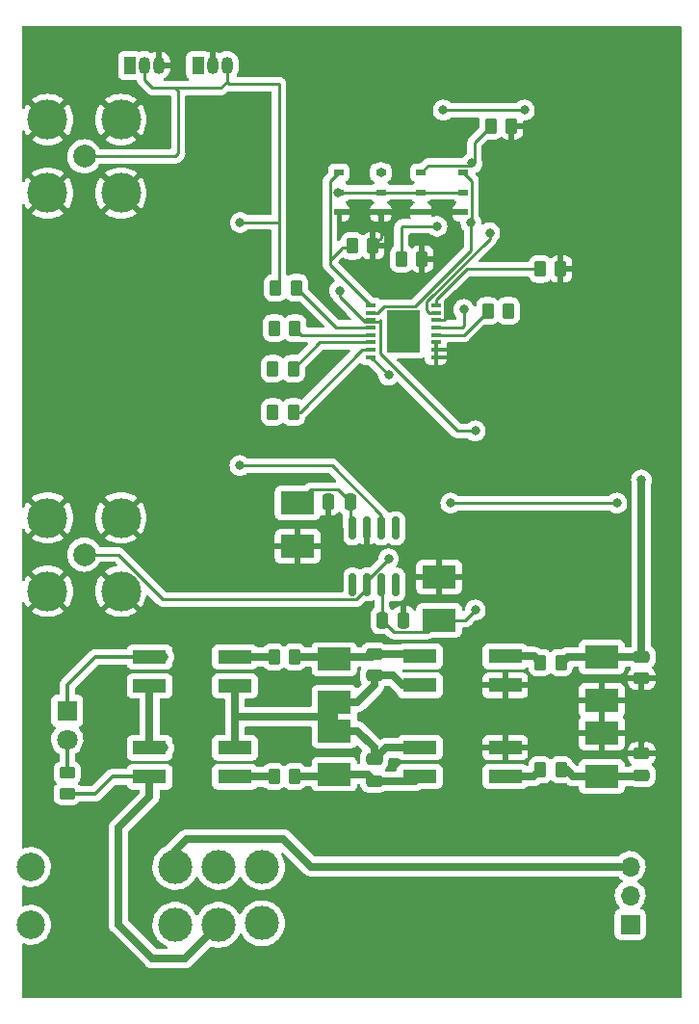
<source format=gbr>
%TF.GenerationSoftware,KiCad,Pcbnew,(6.0.10)*%
%TF.CreationDate,2023-06-26T14:13:03+09:00*%
%TF.ProjectId,OurDream,4f757244-7265-4616-9d2e-6b696361645f,rev?*%
%TF.SameCoordinates,Original*%
%TF.FileFunction,Copper,L1,Top*%
%TF.FilePolarity,Positive*%
%FSLAX46Y46*%
G04 Gerber Fmt 4.6, Leading zero omitted, Abs format (unit mm)*
G04 Created by KiCad (PCBNEW (6.0.10)) date 2023-06-26 14:13:03*
%MOMM*%
%LPD*%
G01*
G04 APERTURE LIST*
G04 Aperture macros list*
%AMRoundRect*
0 Rectangle with rounded corners*
0 $1 Rounding radius*
0 $2 $3 $4 $5 $6 $7 $8 $9 X,Y pos of 4 corners*
0 Add a 4 corners polygon primitive as box body*
4,1,4,$2,$3,$4,$5,$6,$7,$8,$9,$2,$3,0*
0 Add four circle primitives for the rounded corners*
1,1,$1+$1,$2,$3*
1,1,$1+$1,$4,$5*
1,1,$1+$1,$6,$7*
1,1,$1+$1,$8,$9*
0 Add four rect primitives between the rounded corners*
20,1,$1+$1,$2,$3,$4,$5,0*
20,1,$1+$1,$4,$5,$6,$7,0*
20,1,$1+$1,$6,$7,$8,$9,0*
20,1,$1+$1,$8,$9,$2,$3,0*%
G04 Aperture macros list end*
%TA.AperFunction,SMDPad,CuDef*%
%ADD10RoundRect,0.250000X-0.475000X0.250000X-0.475000X-0.250000X0.475000X-0.250000X0.475000X0.250000X0*%
%TD*%
%TA.AperFunction,SMDPad,CuDef*%
%ADD11R,3.000000X2.000000*%
%TD*%
%TA.AperFunction,SMDPad,CuDef*%
%ADD12RoundRect,0.250000X0.250000X0.475000X-0.250000X0.475000X-0.250000X-0.475000X0.250000X-0.475000X0*%
%TD*%
%TA.AperFunction,SMDPad,CuDef*%
%ADD13RoundRect,0.250000X-0.250000X-0.475000X0.250000X-0.475000X0.250000X0.475000X-0.250000X0.475000X0*%
%TD*%
%TA.AperFunction,SMDPad,CuDef*%
%ADD14RoundRect,0.250000X-0.262500X-0.450000X0.262500X-0.450000X0.262500X0.450000X-0.262500X0.450000X0*%
%TD*%
%TA.AperFunction,SMDPad,CuDef*%
%ADD15R,3.000000X1.200000*%
%TD*%
%TA.AperFunction,ComponentPad*%
%ADD16R,1.050000X1.500000*%
%TD*%
%TA.AperFunction,ComponentPad*%
%ADD17O,1.050000X1.500000*%
%TD*%
%TA.AperFunction,SMDPad,CuDef*%
%ADD18RoundRect,0.250000X-0.450000X0.262500X-0.450000X-0.262500X0.450000X-0.262500X0.450000X0.262500X0*%
%TD*%
%TA.AperFunction,ComponentPad*%
%ADD19R,1.700000X1.700000*%
%TD*%
%TA.AperFunction,ComponentPad*%
%ADD20O,1.700000X1.700000*%
%TD*%
%TA.AperFunction,ComponentPad*%
%ADD21R,1.800000X1.800000*%
%TD*%
%TA.AperFunction,ComponentPad*%
%ADD22C,1.800000*%
%TD*%
%TA.AperFunction,ComponentPad*%
%ADD23C,2.000000*%
%TD*%
%TA.AperFunction,ComponentPad*%
%ADD24C,3.500000*%
%TD*%
%TA.AperFunction,ComponentPad*%
%ADD25C,2.500000*%
%TD*%
%TA.AperFunction,ComponentPad*%
%ADD26C,3.000000*%
%TD*%
%TA.AperFunction,SMDPad,CuDef*%
%ADD27R,0.900000X0.350000*%
%TD*%
%TA.AperFunction,SMDPad,CuDef*%
%ADD28R,3.000000X3.700000*%
%TD*%
%TA.AperFunction,SMDPad,CuDef*%
%ADD29RoundRect,0.250000X0.262500X0.450000X-0.262500X0.450000X-0.262500X-0.450000X0.262500X-0.450000X0*%
%TD*%
%TA.AperFunction,SMDPad,CuDef*%
%ADD30R,0.850000X0.600000*%
%TD*%
%TA.AperFunction,SMDPad,CuDef*%
%ADD31RoundRect,0.150000X-0.150000X0.825000X-0.150000X-0.825000X0.150000X-0.825000X0.150000X0.825000X0*%
%TD*%
%TA.AperFunction,ViaPad*%
%ADD32C,0.800000*%
%TD*%
%TA.AperFunction,Conductor*%
%ADD33C,0.700000*%
%TD*%
%TA.AperFunction,Conductor*%
%ADD34C,0.250000*%
%TD*%
%TA.AperFunction,Conductor*%
%ADD35C,0.500000*%
%TD*%
%TA.AperFunction,Conductor*%
%ADD36C,0.350000*%
%TD*%
G04 APERTURE END LIST*
D10*
%TO.P,C1,1*%
%TO.N,Net-(C1-Pad1)*%
X126500000Y-140000000D03*
%TO.P,C1,2*%
%TO.N,Net-(C1-Pad2)*%
X126500000Y-141900000D03*
%TD*%
D11*
%TO.P,C2,1*%
%TO.N,Net-(C1-Pad2)*%
X123000000Y-141300000D03*
%TO.P,C2,2*%
%TO.N,Net-(C1-Pad1)*%
X123000000Y-137500000D03*
%TD*%
D10*
%TO.P,C3,1*%
%TO.N,GNDA*%
X150000000Y-139500000D03*
%TO.P,C3,2*%
%TO.N,+12VA*%
X150000000Y-141400000D03*
%TD*%
D11*
%TO.P,C4,1*%
%TO.N,Net-(C1-Pad1)*%
X123000000Y-135000000D03*
%TO.P,C4,2*%
%TO.N,Net-(C11-Pad1)*%
X123000000Y-131200000D03*
%TD*%
%TO.P,C5,1*%
%TO.N,+12VA*%
X146500000Y-141500000D03*
%TO.P,C5,2*%
%TO.N,GNDA*%
X146500000Y-137700000D03*
%TD*%
%TO.P,C6,1*%
%TO.N,GNDA*%
X146500000Y-134800000D03*
%TO.P,C6,2*%
%TO.N,-12VA*%
X146500000Y-131000000D03*
%TD*%
D12*
%TO.P,C7,1*%
%TO.N,GNDA*%
X129093000Y-127762000D03*
%TO.P,C7,2*%
%TO.N,+12VA*%
X127193000Y-127762000D03*
%TD*%
D11*
%TO.P,C8,1*%
%TO.N,+12VA*%
X132207000Y-127762000D03*
%TO.P,C8,2*%
%TO.N,GNDA*%
X132207000Y-123962000D03*
%TD*%
D13*
%TO.P,C10,1*%
%TO.N,GNDA*%
X122494000Y-117348000D03*
%TO.P,C10,2*%
%TO.N,-12VA*%
X124394000Y-117348000D03*
%TD*%
D10*
%TO.P,C11,1*%
%TO.N,Net-(C11-Pad1)*%
X126500000Y-130750000D03*
%TO.P,C11,2*%
%TO.N,Net-(C1-Pad1)*%
X126500000Y-132650000D03*
%TD*%
%TO.P,C12,1*%
%TO.N,-12VA*%
X150000000Y-131000000D03*
%TO.P,C12,2*%
%TO.N,GNDA*%
X150000000Y-132900000D03*
%TD*%
D14*
%TO.P,L1,1*%
%TO.N,Net-(L1-Pad1)*%
X117675000Y-141500000D03*
%TO.P,L1,2*%
%TO.N,Net-(C1-Pad2)*%
X119500000Y-141500000D03*
%TD*%
%TO.P,L2,1*%
%TO.N,Net-(L2-Pad1)*%
X141087500Y-140912500D03*
%TO.P,L2,2*%
%TO.N,+12VA*%
X142912500Y-140912500D03*
%TD*%
D15*
%TO.P,L3,1*%
%TO.N,Net-(L3-Pad1)*%
X106750000Y-139000000D03*
%TO.P,L3,2*%
%TO.N,Net-(L3-Pad2)*%
X106750000Y-141540000D03*
%TO.P,L3,3*%
%TO.N,Net-(L1-Pad1)*%
X114250000Y-141540000D03*
%TO.P,L3,4*%
%TO.N,Net-(C1-Pad1)*%
X114250000Y-139000000D03*
%TD*%
%TO.P,L4,1*%
%TO.N,Net-(C1-Pad1)*%
X130500000Y-138960000D03*
%TO.P,L4,2*%
%TO.N,Net-(C1-Pad2)*%
X130500000Y-141500000D03*
%TO.P,L4,3*%
%TO.N,Net-(L2-Pad1)*%
X138000000Y-141500000D03*
%TO.P,L4,4*%
%TO.N,GNDA*%
X138000000Y-138960000D03*
%TD*%
D14*
%TO.P,L7,1*%
%TO.N,Net-(L5-Pad4)*%
X117675000Y-131000000D03*
%TO.P,L7,2*%
%TO.N,Net-(C11-Pad1)*%
X119500000Y-131000000D03*
%TD*%
%TO.P,L8,1*%
%TO.N,Net-(L6-Pad4)*%
X141087500Y-131500000D03*
%TO.P,L8,2*%
%TO.N,-12VA*%
X142912500Y-131500000D03*
%TD*%
D16*
%TO.P,Q2,1*%
%TO.N,Net-(Q2-Pad1)*%
X111000000Y-79000000D03*
D17*
%TO.P,Q2,2*%
%TO.N,GNDA*%
X112270000Y-79000000D03*
%TO.P,Q2,3*%
%TO.N,Net-(C14-Pad2)*%
X113540000Y-79000000D03*
%TD*%
D18*
%TO.P,R7,1*%
%TO.N,Net-(D1-Pad2)*%
X99500000Y-141175000D03*
%TO.P,R7,2*%
%TO.N,Net-(L3-Pad2)*%
X99500000Y-143000000D03*
%TD*%
D15*
%TO.P,L5,1*%
%TO.N,Net-(D1-Pad1)*%
X106750000Y-131000000D03*
%TO.P,L5,2*%
%TO.N,Net-(L3-Pad1)*%
X106750000Y-133540000D03*
%TO.P,L5,3*%
%TO.N,Net-(C1-Pad1)*%
X114250000Y-133540000D03*
%TO.P,L5,4*%
%TO.N,Net-(L5-Pad4)*%
X114250000Y-131000000D03*
%TD*%
%TO.P,L6,1*%
%TO.N,Net-(C11-Pad1)*%
X130500000Y-130960000D03*
%TO.P,L6,2*%
%TO.N,Net-(C1-Pad1)*%
X130500000Y-133500000D03*
%TO.P,L6,3*%
%TO.N,GNDA*%
X138000000Y-133500000D03*
%TO.P,L6,4*%
%TO.N,Net-(L6-Pad4)*%
X138000000Y-130960000D03*
%TD*%
D19*
%TO.P,P1,1*%
%TO.N,Net-(P1-Pad1)*%
X149000000Y-154500000D03*
D20*
%TO.P,P1,2*%
%TO.N,Net-(L3-Pad1)*%
X149000000Y-151960000D03*
%TO.P,P1,3*%
%TO.N,Net-(P1-Pad3)*%
X149000000Y-149420000D03*
%TD*%
D11*
%TO.P,C9,1*%
%TO.N,GNDA*%
X119761000Y-121275000D03*
%TO.P,C9,2*%
%TO.N,-12VA*%
X119761000Y-117475000D03*
%TD*%
D16*
%TO.P,Q1,1*%
%TO.N,Net-(Q1-Pad1)*%
X105000000Y-79000000D03*
D17*
%TO.P,Q1,2*%
%TO.N,Net-(C14-Pad2)*%
X106270000Y-79000000D03*
%TO.P,Q1,3*%
%TO.N,GNDA*%
X107540000Y-79000000D03*
%TD*%
D21*
%TO.P,D1,1*%
%TO.N,Net-(D1-Pad1)*%
X99500000Y-135730000D03*
D22*
%TO.P,D1,2*%
%TO.N,Net-(D1-Pad2)*%
X99500000Y-138270000D03*
%TD*%
D23*
%TO.P,P2,1*%
%TO.N,Net-(C14-Pad2)*%
X101000000Y-87000000D03*
D24*
%TO.P,P2,2*%
%TO.N,GNDA*%
X97775000Y-90225000D03*
X104225000Y-90225000D03*
X97775000Y-83775000D03*
X104225000Y-83775000D03*
%TD*%
D23*
%TO.P,P3,1*%
%TO.N,Net-(C20-Pad1)*%
X101000000Y-122000000D03*
D24*
%TO.P,P3,2*%
%TO.N,GNDA*%
X97775000Y-125225000D03*
X104225000Y-125225000D03*
X104225000Y-118775000D03*
X97775000Y-118775000D03*
%TD*%
D25*
%TO.P,SW1,*%
%TO.N,*%
X96300000Y-154540000D03*
X96300000Y-149460000D03*
D26*
%TO.P,SW1,1*%
%TO.N,Net-(P1-Pad3)*%
X109000000Y-149460000D03*
%TO.P,SW1,2*%
%TO.N,Net-(D1-Pad1)*%
X112810000Y-149460000D03*
%TO.P,SW1,3*%
%TO.N,Net-(SW1-Pad3)*%
X116620000Y-149460000D03*
%TO.P,SW1,4*%
%TO.N,Net-(P1-Pad1)*%
X109000000Y-154540000D03*
%TO.P,SW1,5*%
%TO.N,Net-(L3-Pad2)*%
X112810000Y-154540000D03*
%TO.P,SW1,6*%
%TO.N,Net-(SW1-Pad6)*%
X116620000Y-154400000D03*
%TD*%
D14*
%TO.P,R13,1*%
%TO.N,A1*%
X141073500Y-96901000D03*
%TO.P,R13,2*%
%TO.N,GNDA*%
X142898500Y-96901000D03*
%TD*%
%TO.P,R12,1*%
%TO.N,A2*%
X136755500Y-84328000D03*
%TO.P,R12,2*%
%TO.N,GNDA*%
X138580500Y-84328000D03*
%TD*%
%TO.P,R3,1*%
%TO.N,Net-(C14-Pad2)*%
X117705500Y-102108000D03*
%TO.P,R3,2*%
%TO.N,S2*%
X119530500Y-102108000D03*
%TD*%
%TO.P,R4,1*%
%TO.N,Net-(C14-Pad2)*%
X117578500Y-105664000D03*
%TO.P,R4,2*%
%TO.N,S3*%
X119403500Y-105664000D03*
%TD*%
D27*
%TO.P,DA1,1,A0*%
%TO.N,A0*%
X126157000Y-100087000D03*
%TO.P,DA1,2,EN*%
%TO.N,EN*%
X126157000Y-100737000D03*
%TO.P,DA1,3,-VCC*%
%TO.N,+12VA*%
X126157000Y-101387000D03*
%TO.P,DA1,4,S1*%
%TO.N,S1*%
X126157000Y-102037000D03*
%TO.P,DA1,5,S2*%
%TO.N,S2*%
X126157000Y-102687000D03*
%TO.P,DA1,6,S3*%
%TO.N,S3*%
X126157000Y-103337000D03*
%TO.P,DA1,7,S4*%
%TO.N,S4*%
X126157000Y-103987000D03*
%TO.P,DA1,8,D*%
%TO.N,Net-(C20-Pad1)*%
X126157000Y-104637000D03*
%TO.P,DA1,9,S8*%
%TO.N,GNDA*%
X131907000Y-104637000D03*
%TO.P,DA1,10,S7*%
X131907000Y-103987000D03*
%TO.P,DA1,11,S6*%
X131907000Y-103337000D03*
%TO.P,DA1,12,S5*%
%TO.N,S5*%
X131907000Y-102687000D03*
%TO.P,DA1,13,+VCC*%
%TO.N,-12VA*%
X131907000Y-102037000D03*
%TO.P,DA1,14,GND*%
%TO.N,GNDA*%
X131907000Y-101387000D03*
%TO.P,DA1,15,A2*%
%TO.N,A2*%
X131907000Y-100737000D03*
%TO.P,DA1,16,A1*%
%TO.N,A1*%
X131907000Y-100087000D03*
D28*
%TO.P,DA1,P$1*%
%TO.N,N/C*%
X129032000Y-102362000D03*
%TD*%
D29*
%TO.P,R6,1*%
%TO.N,Net-(C14-Pad2)*%
X138303000Y-100584000D03*
%TO.P,R6,2*%
%TO.N,S5*%
X136478000Y-100584000D03*
%TD*%
D14*
%TO.P,R10,1*%
%TO.N,EN*%
X128881500Y-96012000D03*
%TO.P,R10,2*%
%TO.N,GNDA*%
X130706500Y-96012000D03*
%TD*%
%TO.P,R11,1*%
%TO.N,A0*%
X124563500Y-94869000D03*
%TO.P,R11,2*%
%TO.N,GNDA*%
X126388500Y-94869000D03*
%TD*%
D30*
%TO.P,SW2,1,OUT*%
%TO.N,A2*%
X130611000Y-88420000D03*
%TO.P,SW2,2,IN1*%
%TO.N,+12VA*%
X130611000Y-90170000D03*
%TO.P,SW2,3,GND*%
%TO.N,GNDA*%
X130611000Y-91920000D03*
%TO.P,SW2,4,OUT*%
%TO.N,EN*%
X134311000Y-88420000D03*
%TO.P,SW2,5,IN2*%
%TO.N,+12VA*%
X134311000Y-90170000D03*
%TO.P,SW2,6,GND*%
%TO.N,GNDA*%
X134311000Y-91920000D03*
%TD*%
D14*
%TO.P,R2,1*%
%TO.N,Net-(C14-Pad2)*%
X117832500Y-98552000D03*
%TO.P,R2,2*%
%TO.N,S1*%
X119657500Y-98552000D03*
%TD*%
D30*
%TO.P,SW1,1,OUT*%
%TO.N,A0*%
X123372000Y-88420000D03*
%TO.P,SW1,2,IN1*%
%TO.N,+12VA*%
X123372000Y-90170000D03*
%TO.P,SW1,3,GND*%
%TO.N,GNDA*%
X123372000Y-91920000D03*
%TO.P,SW1,4,OUT*%
%TO.N,A1*%
X127072000Y-88420000D03*
%TO.P,SW1,5,IN2*%
%TO.N,+12VA*%
X127072000Y-90170000D03*
%TO.P,SW1,6,GND*%
%TO.N,GNDA*%
X127072000Y-91920000D03*
%TD*%
D14*
%TO.P,R5,1*%
%TO.N,Net-(C14-Pad2)*%
X117578500Y-109474000D03*
%TO.P,R5,2*%
%TO.N,S4*%
X119403500Y-109474000D03*
%TD*%
D31*
%TO.P,U1,1,NC*%
%TO.N,N/C*%
X128397000Y-119699000D03*
%TO.P,U1,2,-*%
%TO.N,Net-(C14-Pad2)*%
X127127000Y-119699000D03*
%TO.P,U1,3,+*%
%TO.N,GNDA*%
X125857000Y-119699000D03*
%TO.P,U1,4,V-*%
%TO.N,-12VA*%
X124587000Y-119699000D03*
%TO.P,U1,5,NC*%
%TO.N,N/C*%
X124587000Y-124649000D03*
%TO.P,U1,6*%
%TO.N,Net-(C20-Pad1)*%
X125857000Y-124649000D03*
%TO.P,U1,7,V+*%
%TO.N,+12VA*%
X127127000Y-124649000D03*
%TO.P,U1,8,NC*%
%TO.N,N/C*%
X128397000Y-124649000D03*
%TD*%
D32*
%TO.N,GNDA*%
X135280802Y-98806000D03*
X130683000Y-96012000D03*
%TO.N,+12VA*%
X149900000Y-141500000D03*
X123444000Y-98806000D03*
X135382000Y-126873000D03*
X123317000Y-90170000D03*
X135382000Y-111125000D03*
%TO.N,-12VA*%
X134366000Y-100457000D03*
X119761000Y-117475000D03*
X134366000Y-100457000D03*
X133223000Y-117475000D03*
X147828000Y-117475000D03*
X149987000Y-115443000D03*
%TO.N,Net-(C14-Pad2)*%
X114704500Y-92813500D03*
X117578500Y-109474000D03*
X117705500Y-102108000D03*
X138303000Y-100584000D03*
X114681000Y-114173000D03*
X117832500Y-98552000D03*
X117578500Y-105664000D03*
%TO.N,Net-(C20-Pad1)*%
X127752000Y-106232000D03*
X127752000Y-122377249D03*
%TO.N,Net-(D1-Pad1)*%
X108000000Y-131000000D03*
%TO.N,Net-(L3-Pad1)*%
X106750000Y-139000000D03*
X108000000Y-139000000D03*
%TO.N,A1*%
X132561000Y-82931000D03*
X127072000Y-88420000D03*
X139700000Y-82931000D03*
X141073500Y-96901000D03*
%TO.N,A2*%
X136652000Y-93726000D03*
X135102500Y-87604500D03*
%TO.N,EN*%
X135001000Y-92837000D03*
X132016500Y-93154500D03*
%TD*%
D33*
%TO.N,Net-(C1-Pad2)*%
X122800000Y-141500000D02*
X123000000Y-141300000D01*
X126500000Y-141900000D02*
X130100000Y-141900000D01*
X125900000Y-141300000D02*
X126500000Y-141900000D01*
X123000000Y-141300000D02*
X125900000Y-141300000D01*
X119500000Y-141500000D02*
X122800000Y-141500000D01*
X130100000Y-141900000D02*
X130500000Y-141500000D01*
%TO.N,Net-(C1-Pad1)*%
X122750000Y-136250000D02*
X123000000Y-136000000D01*
X114250000Y-136250000D02*
X114250000Y-139000000D01*
X126500000Y-140000000D02*
X127500000Y-139000000D01*
X128150000Y-132650000D02*
X129000000Y-133500000D01*
X126500000Y-133500000D02*
X126500000Y-132650000D01*
X123000000Y-135000000D02*
X123000000Y-136000000D01*
X123000000Y-135000000D02*
X125000000Y-135000000D01*
X123000000Y-136000000D02*
X123000000Y-137500000D01*
X130460000Y-139000000D02*
X130500000Y-138960000D01*
X126500000Y-132650000D02*
X128150000Y-132650000D01*
X126500000Y-139000000D02*
X126500000Y-140000000D01*
X129000000Y-133500000D02*
X130500000Y-133500000D01*
X125000000Y-137500000D02*
X126500000Y-139000000D01*
X123000000Y-137500000D02*
X125000000Y-137500000D01*
X114250000Y-136250000D02*
X122750000Y-136250000D01*
X125000000Y-135000000D02*
X126500000Y-133500000D01*
X127500000Y-139000000D02*
X130460000Y-139000000D01*
X114250000Y-133540000D02*
X114250000Y-136250000D01*
D34*
%TO.N,GNDA*%
X122494000Y-117175000D02*
X122507000Y-117162000D01*
X127072000Y-94185500D02*
X127072000Y-91920000D01*
X130611000Y-91920000D02*
X134311000Y-91920000D01*
X133604000Y-98806000D02*
X132715000Y-99695000D01*
X126388500Y-94869000D02*
X127072000Y-94185500D01*
X135280802Y-98806000D02*
X133604000Y-98806000D01*
X132715000Y-99695000D02*
X132715000Y-101346000D01*
X132715000Y-101346000D02*
X132674000Y-101387000D01*
X132674000Y-101387000D02*
X131907000Y-101387000D01*
X130706500Y-96012000D02*
X130683000Y-96012000D01*
X122494000Y-117348000D02*
X122494000Y-117175000D01*
%TO.N,+12VA*%
X123444000Y-99299000D02*
X125682000Y-101537000D01*
X127072000Y-90170000D02*
X130611000Y-90170000D01*
X127193000Y-127762000D02*
X127193000Y-124715000D01*
X123444000Y-98806000D02*
X123444000Y-99299000D01*
X127000000Y-104330000D02*
X127000000Y-101346000D01*
X127320000Y-124842000D02*
X127127000Y-124649000D01*
X135382000Y-126873000D02*
X134493000Y-127762000D01*
X128243000Y-128812000D02*
X127193000Y-127762000D01*
X123372000Y-90170000D02*
X123317000Y-90170000D01*
X125532000Y-101387000D02*
X126157000Y-101387000D01*
X125682000Y-101537000D02*
X126932000Y-101537000D01*
X133795000Y-111125000D02*
X127000000Y-104330000D01*
X134493000Y-127762000D02*
X132207000Y-127762000D01*
X132207000Y-127762000D02*
X131157000Y-128812000D01*
X123444000Y-99299000D02*
X125532000Y-101387000D01*
X123372000Y-90170000D02*
X127072000Y-90170000D01*
D35*
X150000000Y-141400000D02*
X149900000Y-141500000D01*
D33*
X146500000Y-141500000D02*
X149900000Y-141500000D01*
D34*
X127193000Y-124715000D02*
X127127000Y-124649000D01*
X130611000Y-90170000D02*
X134311000Y-90170000D01*
D33*
X142912500Y-140912500D02*
X143412500Y-140912500D01*
X144000000Y-141500000D02*
X146500000Y-141500000D01*
D34*
X135382000Y-111125000D02*
X133795000Y-111125000D01*
X131157000Y-128812000D02*
X128243000Y-128812000D01*
D33*
X143412500Y-140912500D02*
X144000000Y-141500000D01*
%TO.N,Net-(C11-Pad1)*%
X130290000Y-130750000D02*
X130500000Y-130960000D01*
X123000000Y-131200000D02*
X123000000Y-131000000D01*
X123000000Y-131000000D02*
X126250000Y-131000000D01*
X122800000Y-131000000D02*
X123000000Y-131200000D01*
X126250000Y-131000000D02*
X126500000Y-130750000D01*
X119500000Y-131000000D02*
X122800000Y-131000000D01*
X126500000Y-130750000D02*
X130290000Y-130750000D01*
D34*
%TO.N,-12VA*%
X119561000Y-117275000D02*
X119761000Y-117475000D01*
X131907000Y-102037000D02*
X134183000Y-102037000D01*
X124394000Y-117348000D02*
X124394000Y-119506000D01*
X134183000Y-102037000D02*
X134366000Y-101854000D01*
X119761000Y-117475000D02*
X120938000Y-116298000D01*
X120938000Y-116298000D02*
X123344000Y-116298000D01*
D33*
X143000000Y-131500000D02*
X143500000Y-131000000D01*
D34*
X124394000Y-119506000D02*
X124587000Y-119699000D01*
D33*
X150000000Y-115456000D02*
X149987000Y-115443000D01*
D34*
X123344000Y-116298000D02*
X124394000Y-117348000D01*
D33*
X146500000Y-131000000D02*
X150000000Y-131000000D01*
X150000000Y-131000000D02*
X150000000Y-115456000D01*
X143500000Y-131000000D02*
X146500000Y-131000000D01*
D34*
X133223000Y-117475000D02*
X147828000Y-117475000D01*
X119761000Y-117475000D02*
X119211000Y-117475000D01*
D33*
X142912500Y-131500000D02*
X143000000Y-131500000D01*
D34*
X134366000Y-101854000D02*
X134366000Y-100457000D01*
%TO.N,Net-(C14-Pad2)*%
X114704500Y-92813500D02*
X118133500Y-92813500D01*
X109000000Y-87000000D02*
X109250000Y-86750000D01*
X113725000Y-80645000D02*
X113540000Y-80460000D01*
X118133500Y-80645000D02*
X113725000Y-80645000D01*
X113000000Y-81000000D02*
X113540000Y-80460000D01*
X118133500Y-98251000D02*
X118133500Y-92813500D01*
X101000000Y-87000000D02*
X109000000Y-87000000D01*
X127127000Y-118542827D02*
X127127000Y-119699000D01*
X109250000Y-81250000D02*
X109000000Y-81000000D01*
X122757173Y-114173000D02*
X114681000Y-114173000D01*
X117832500Y-98552000D02*
X118133500Y-98251000D01*
X109000000Y-81000000D02*
X113000000Y-81000000D01*
X113540000Y-80460000D02*
X113540000Y-79000000D01*
X106270000Y-79000000D02*
X106270000Y-80270000D01*
X109250000Y-86750000D02*
X109250000Y-81250000D01*
X107000000Y-81000000D02*
X109000000Y-81000000D01*
X117475000Y-109577500D02*
X117578500Y-109474000D01*
X117705500Y-105537000D02*
X117578500Y-105664000D01*
X106270000Y-80270000D02*
X107000000Y-81000000D01*
X117832500Y-101981000D02*
X117705500Y-102108000D01*
X127127000Y-118542827D02*
X122757173Y-114173000D01*
X118133500Y-92813500D02*
X118133500Y-80645000D01*
%TO.N,Net-(C20-Pad1)*%
X126157000Y-104637000D02*
X127752000Y-106232000D01*
X103966000Y-122000000D02*
X101000000Y-122000000D01*
X107915000Y-125949000D02*
X103966000Y-122000000D01*
X125857000Y-124272249D02*
X125857000Y-124649000D01*
X126157000Y-104637000D02*
X125995000Y-104637000D01*
X125857000Y-124649000D02*
X125857000Y-125025751D01*
X124933751Y-125949000D02*
X107915000Y-125949000D01*
X125857000Y-125025751D02*
X124933751Y-125949000D01*
X127752000Y-122377249D02*
X125857000Y-124272249D01*
D36*
%TO.N,Net-(D1-Pad1)*%
X99500000Y-133500000D02*
X99500000Y-135730000D01*
X106750000Y-131000000D02*
X102000000Y-131000000D01*
X102000000Y-131000000D02*
X99500000Y-133500000D01*
%TO.N,Net-(D1-Pad2)*%
X99500000Y-138270000D02*
X99500000Y-141175000D01*
D33*
%TO.N,Net-(L1-Pad1)*%
X117635000Y-141540000D02*
X117675000Y-141500000D01*
X114250000Y-141540000D02*
X117635000Y-141540000D01*
%TO.N,Net-(L2-Pad1)*%
X138000000Y-141500000D02*
X140500000Y-141500000D01*
X140500000Y-141500000D02*
X141087500Y-140912500D01*
%TO.N,Net-(L3-Pad1)*%
X106750000Y-133540000D02*
X106750000Y-139000000D01*
D36*
%TO.N,Net-(L3-Pad2)*%
X99500000Y-143000000D02*
X102000000Y-143000000D01*
D33*
X112810000Y-154540000D02*
X109850000Y-157500000D01*
X104000000Y-146000000D02*
X106750000Y-143250000D01*
X109850000Y-157500000D02*
X107000000Y-157500000D01*
D36*
X103460000Y-141540000D02*
X106750000Y-141540000D01*
D33*
X107000000Y-157500000D02*
X104000000Y-154500000D01*
X104000000Y-154500000D02*
X104000000Y-146000000D01*
X106750000Y-143250000D02*
X106750000Y-141540000D01*
D36*
X102000000Y-143000000D02*
X103460000Y-141540000D01*
D33*
%TO.N,Net-(L5-Pad4)*%
X114250000Y-131000000D02*
X117675000Y-131000000D01*
%TO.N,Net-(L6-Pad4)*%
X140547500Y-130960000D02*
X141087500Y-131500000D01*
X138000000Y-130960000D02*
X140547500Y-130960000D01*
%TO.N,Net-(P1-Pad3)*%
X118500000Y-147000000D02*
X110000000Y-147000000D01*
X110000000Y-147000000D02*
X109000000Y-148000000D01*
X149000000Y-149420000D02*
X120920000Y-149420000D01*
X120920000Y-149420000D02*
X118500000Y-147000000D01*
X109000000Y-148000000D02*
X109000000Y-149460000D01*
D34*
%TO.N,S1*%
X119657500Y-98552000D02*
X123142500Y-102037000D01*
X123142500Y-102037000D02*
X126157000Y-102037000D01*
%TO.N,S2*%
X120109500Y-102687000D02*
X119530500Y-102108000D01*
X126157000Y-102687000D02*
X120109500Y-102687000D01*
%TO.N,S3*%
X121730500Y-103337000D02*
X119403500Y-105664000D01*
X126157000Y-103337000D02*
X121730500Y-103337000D01*
%TO.N,S4*%
X119970000Y-109474000D02*
X119403500Y-109474000D01*
X125457000Y-103987000D02*
X119970000Y-109474000D01*
X126157000Y-103987000D02*
X125457000Y-103987000D01*
%TO.N,S5*%
X131907000Y-102687000D02*
X134375000Y-102687000D01*
X136441000Y-100547000D02*
X136478000Y-100584000D01*
X134375000Y-102687000D02*
X136478000Y-100584000D01*
%TO.N,A0*%
X124436500Y-94996000D02*
X124563500Y-94869000D01*
X122592000Y-89200000D02*
X122592000Y-96102000D01*
X122592000Y-96102000D02*
X122592000Y-96522000D01*
X123632000Y-94996000D02*
X123632000Y-95062000D01*
X123372000Y-88420000D02*
X122592000Y-89200000D01*
X123632000Y-95062000D02*
X122592000Y-96102000D01*
X123632000Y-94996000D02*
X124436500Y-94996000D01*
X122592000Y-96522000D02*
X126157000Y-100087000D01*
%TO.N,A1*%
X131907000Y-100087000D02*
X131907000Y-99615396D01*
X132561000Y-82931000D02*
X139700000Y-82931000D01*
X131907000Y-99615396D02*
X134621396Y-96901000D01*
X134621396Y-96901000D02*
X141073500Y-96901000D01*
%TO.N,A2*%
X135102500Y-87604500D02*
X135316000Y-87391000D01*
X131132000Y-100525000D02*
X131344000Y-100737000D01*
X136652000Y-94234000D02*
X136652000Y-93726000D01*
X130611000Y-88420000D02*
X131236000Y-87795000D01*
X134912000Y-87795000D02*
X135102500Y-87604500D01*
X131132000Y-99754000D02*
X131132000Y-100525000D01*
X131132000Y-99754000D02*
X136652000Y-94234000D01*
X131344000Y-100737000D02*
X131907000Y-100737000D01*
X135316000Y-87391000D02*
X135316000Y-85767500D01*
X135316000Y-85767500D02*
X136755500Y-84328000D01*
X131236000Y-87795000D02*
X134912000Y-87795000D01*
%TO.N,EN*%
X128968500Y-93154500D02*
X132016500Y-93154500D01*
X126782000Y-100737000D02*
X127332000Y-100187000D01*
X130062604Y-100187000D02*
X135001000Y-95248604D01*
X127332000Y-100187000D02*
X130062604Y-100187000D01*
X126157000Y-100737000D02*
X126782000Y-100737000D01*
X128881500Y-96012000D02*
X128881500Y-93241500D01*
X134311000Y-88420000D02*
X135061000Y-89170000D01*
X135061000Y-89170000D02*
X135061000Y-92545000D01*
X135001000Y-92837000D02*
X135001000Y-92449000D01*
X135061000Y-92545000D02*
X135061000Y-92269000D01*
X135001000Y-92449000D02*
X135061000Y-92389000D01*
X135001000Y-95248604D02*
X135001000Y-92837000D01*
X128881500Y-93241500D02*
X128968500Y-93154500D01*
%TD*%
%TA.AperFunction,Conductor*%
%TO.N,GNDA*%
G36*
X153433621Y-75528502D02*
G01*
X153480114Y-75582158D01*
X153491500Y-75634500D01*
X153491500Y-160865500D01*
X153471498Y-160933621D01*
X153417842Y-160980114D01*
X153365500Y-160991500D01*
X95634500Y-160991500D01*
X95566379Y-160971498D01*
X95519886Y-160917842D01*
X95508500Y-160865500D01*
X95508500Y-156303788D01*
X95528502Y-156235667D01*
X95582158Y-156189174D01*
X95652432Y-156179070D01*
X95676041Y-156184833D01*
X95839174Y-156241802D01*
X95843590Y-156243344D01*
X95848183Y-156244216D01*
X96095785Y-156291224D01*
X96095788Y-156291224D01*
X96100374Y-156292095D01*
X96230959Y-156297226D01*
X96356875Y-156302174D01*
X96356881Y-156302174D01*
X96361543Y-156302357D01*
X96440977Y-156293657D01*
X96616707Y-156274412D01*
X96616712Y-156274411D01*
X96621360Y-156273902D01*
X96734116Y-156244216D01*
X96869594Y-156208548D01*
X96869596Y-156208547D01*
X96874117Y-156207357D01*
X96879876Y-156204883D01*
X97109972Y-156106025D01*
X97114262Y-156104182D01*
X97336519Y-155966646D01*
X97340082Y-155963629D01*
X97340087Y-155963626D01*
X97532439Y-155800787D01*
X97532440Y-155800786D01*
X97536005Y-155797768D01*
X97610116Y-155713261D01*
X97705257Y-155604774D01*
X97705261Y-155604769D01*
X97708339Y-155601259D01*
X97716677Y-155588297D01*
X97847205Y-155385367D01*
X97849733Y-155381437D01*
X97957083Y-155143129D01*
X97989067Y-155029723D01*
X98026760Y-154896076D01*
X98026761Y-154896073D01*
X98028030Y-154891572D01*
X98041562Y-154785198D01*
X98060616Y-154635421D01*
X98060616Y-154635417D01*
X98061014Y-154632291D01*
X98063431Y-154540000D01*
X98057383Y-154458610D01*
X98044407Y-154284000D01*
X98044406Y-154283996D01*
X98044061Y-154279348D01*
X98037461Y-154250177D01*
X97987408Y-154028980D01*
X97986377Y-154024423D01*
X97938694Y-153901804D01*
X97893340Y-153785176D01*
X97893339Y-153785173D01*
X97891647Y-153780823D01*
X97761951Y-153553902D01*
X97600138Y-153348643D01*
X97409763Y-153169557D01*
X97195009Y-153020576D01*
X97155664Y-153001173D01*
X96964781Y-152907040D01*
X96964778Y-152907039D01*
X96960593Y-152904975D01*
X96934902Y-152896751D01*
X96716123Y-152826720D01*
X96711665Y-152825293D01*
X96453693Y-152783279D01*
X96339942Y-152781790D01*
X96197022Y-152779919D01*
X96197019Y-152779919D01*
X96192345Y-152779858D01*
X95933362Y-152815104D01*
X95928876Y-152816412D01*
X95928874Y-152816412D01*
X95686930Y-152886932D01*
X95686927Y-152886933D01*
X95682433Y-152888243D01*
X95678526Y-152890044D01*
X95607815Y-152895158D01*
X95545475Y-152861182D01*
X95511401Y-152798897D01*
X95508500Y-152772016D01*
X95508500Y-151223788D01*
X95528502Y-151155667D01*
X95582158Y-151109174D01*
X95652432Y-151099070D01*
X95676041Y-151104833D01*
X95839174Y-151161802D01*
X95843590Y-151163344D01*
X95848183Y-151164216D01*
X96095785Y-151211224D01*
X96095788Y-151211224D01*
X96100374Y-151212095D01*
X96230959Y-151217226D01*
X96356875Y-151222174D01*
X96356881Y-151222174D01*
X96361543Y-151222357D01*
X96440977Y-151213657D01*
X96616707Y-151194412D01*
X96616712Y-151194411D01*
X96621360Y-151193902D01*
X96734116Y-151164216D01*
X96869594Y-151128548D01*
X96869596Y-151128547D01*
X96874117Y-151127357D01*
X96932816Y-151102138D01*
X97109972Y-151026025D01*
X97114262Y-151024182D01*
X97336519Y-150886646D01*
X97340082Y-150883629D01*
X97340087Y-150883626D01*
X97532439Y-150720787D01*
X97532440Y-150720786D01*
X97536005Y-150717768D01*
X97647269Y-150590896D01*
X97705257Y-150524774D01*
X97705261Y-150524769D01*
X97708339Y-150521259D01*
X97749332Y-150457529D01*
X97835945Y-150322873D01*
X97849733Y-150301437D01*
X97957083Y-150063129D01*
X98028030Y-149811572D01*
X98061014Y-149552291D01*
X98063431Y-149460000D01*
X98060709Y-149423365D01*
X98044407Y-149204000D01*
X98044406Y-149203996D01*
X98044061Y-149199348D01*
X98042185Y-149191055D01*
X97987408Y-148948980D01*
X97986377Y-148944423D01*
X97976340Y-148918612D01*
X97893340Y-148705176D01*
X97893339Y-148705173D01*
X97891647Y-148700823D01*
X97866404Y-148656656D01*
X97764270Y-148477960D01*
X97761951Y-148473902D01*
X97600138Y-148268643D01*
X97409763Y-148089557D01*
X97195009Y-147940576D01*
X97177939Y-147932158D01*
X96964781Y-147827040D01*
X96964778Y-147827039D01*
X96960593Y-147824975D01*
X96913927Y-147810037D01*
X96716123Y-147746720D01*
X96711665Y-147745293D01*
X96453693Y-147703279D01*
X96339942Y-147701790D01*
X96197022Y-147699919D01*
X96197019Y-147699919D01*
X96192345Y-147699858D01*
X95933362Y-147735104D01*
X95928876Y-147736412D01*
X95928874Y-147736412D01*
X95686930Y-147806932D01*
X95686927Y-147806933D01*
X95682433Y-147808243D01*
X95678526Y-147810044D01*
X95607815Y-147815158D01*
X95545475Y-147781182D01*
X95511401Y-147718897D01*
X95508500Y-147692016D01*
X95508500Y-138235469D01*
X98087095Y-138235469D01*
X98087392Y-138240622D01*
X98087392Y-138240625D01*
X98093067Y-138339041D01*
X98100427Y-138466697D01*
X98101564Y-138471743D01*
X98101565Y-138471749D01*
X98131023Y-138602460D01*
X98151346Y-138692642D01*
X98153288Y-138697424D01*
X98153289Y-138697428D01*
X98220627Y-138863261D01*
X98238484Y-138907237D01*
X98359501Y-139104719D01*
X98511147Y-139279784D01*
X98689349Y-139427730D01*
X98754072Y-139465551D01*
X98802794Y-139517189D01*
X98816500Y-139574338D01*
X98816500Y-140099984D01*
X98796498Y-140168105D01*
X98742842Y-140214598D01*
X98735126Y-140217637D01*
X98733003Y-140218632D01*
X98726054Y-140220950D01*
X98575652Y-140314022D01*
X98570479Y-140319204D01*
X98558725Y-140330979D01*
X98450695Y-140439197D01*
X98446855Y-140445427D01*
X98446854Y-140445428D01*
X98362096Y-140582931D01*
X98357885Y-140589762D01*
X98341687Y-140638597D01*
X98311874Y-140728483D01*
X98302203Y-140757639D01*
X98291500Y-140862100D01*
X98291500Y-141487900D01*
X98302474Y-141593666D01*
X98358450Y-141761446D01*
X98451522Y-141911848D01*
X98504599Y-141964832D01*
X98538109Y-141998284D01*
X98572188Y-142060566D01*
X98567185Y-142131386D01*
X98538264Y-142176475D01*
X98473308Y-142241545D01*
X98450695Y-142264197D01*
X98446855Y-142270427D01*
X98446854Y-142270428D01*
X98361953Y-142408163D01*
X98357885Y-142414762D01*
X98344180Y-142456081D01*
X98313534Y-142548478D01*
X98302203Y-142582639D01*
X98301503Y-142589475D01*
X98301502Y-142589478D01*
X98297381Y-142629706D01*
X98291500Y-142687100D01*
X98291500Y-143312900D01*
X98291837Y-143316146D01*
X98291837Y-143316150D01*
X98296035Y-143356603D01*
X98302474Y-143418666D01*
X98304655Y-143425202D01*
X98304655Y-143425204D01*
X98318400Y-143466402D01*
X98358450Y-143586446D01*
X98451522Y-143736848D01*
X98576697Y-143861805D01*
X98582927Y-143865645D01*
X98582928Y-143865646D01*
X98720090Y-143950194D01*
X98727262Y-143954615D01*
X98807005Y-143981064D01*
X98888611Y-144008132D01*
X98888613Y-144008132D01*
X98895139Y-144010297D01*
X98901975Y-144010997D01*
X98901978Y-144010998D01*
X98945031Y-144015409D01*
X98999600Y-144021000D01*
X100000400Y-144021000D01*
X100003646Y-144020663D01*
X100003650Y-144020663D01*
X100099308Y-144010738D01*
X100099312Y-144010737D01*
X100106166Y-144010026D01*
X100112702Y-144007845D01*
X100112704Y-144007845D01*
X100244806Y-143963772D01*
X100273946Y-143954050D01*
X100424348Y-143860978D01*
X100549305Y-143735803D01*
X100552261Y-143731007D01*
X100609614Y-143690345D01*
X100650578Y-143683500D01*
X101971955Y-143683500D01*
X101980524Y-143683792D01*
X102028458Y-143687060D01*
X102028462Y-143687060D01*
X102036034Y-143687576D01*
X102043511Y-143686271D01*
X102043514Y-143686271D01*
X102096647Y-143676998D01*
X102103171Y-143676035D01*
X102156691Y-143669558D01*
X102164235Y-143668645D01*
X102171345Y-143665958D01*
X102176248Y-143664754D01*
X102186734Y-143661886D01*
X102191526Y-143660439D01*
X102199004Y-143659134D01*
X102205957Y-143656082D01*
X102255341Y-143634405D01*
X102261446Y-143631914D01*
X102311882Y-143612855D01*
X102311885Y-143612853D01*
X102318989Y-143610169D01*
X102325246Y-143605869D01*
X102329714Y-143603533D01*
X102339160Y-143598275D01*
X102343526Y-143595693D01*
X102350485Y-143592638D01*
X102399304Y-143555177D01*
X102404623Y-143551314D01*
X102449065Y-143520769D01*
X102455326Y-143516466D01*
X102495233Y-143471676D01*
X102500213Y-143466402D01*
X103706210Y-142260405D01*
X103768522Y-142226379D01*
X103795305Y-142223500D01*
X104650874Y-142223500D01*
X104718995Y-142243502D01*
X104765488Y-142297158D01*
X104768856Y-142305270D01*
X104790274Y-142362402D01*
X104799385Y-142386705D01*
X104886739Y-142503261D01*
X105003295Y-142590615D01*
X105139684Y-142641745D01*
X105201866Y-142648500D01*
X105765500Y-142648500D01*
X105833621Y-142668502D01*
X105880114Y-142722158D01*
X105891500Y-142774500D01*
X105891500Y-142842208D01*
X105871498Y-142910329D01*
X105854595Y-142931303D01*
X103422217Y-145363680D01*
X103414451Y-145370822D01*
X103374633Y-145404471D01*
X103370486Y-145409895D01*
X103370485Y-145409896D01*
X103325326Y-145468962D01*
X103323432Y-145471379D01*
X103272490Y-145534738D01*
X103269453Y-145540857D01*
X103267665Y-145543652D01*
X103267412Y-145544013D01*
X103267210Y-145544380D01*
X103265479Y-145547238D01*
X103261340Y-145552652D01*
X103258459Y-145558831D01*
X103227015Y-145626262D01*
X103225681Y-145629033D01*
X103189553Y-145701814D01*
X103187902Y-145708435D01*
X103186751Y-145711563D01*
X103186587Y-145711956D01*
X103186468Y-145712361D01*
X103185391Y-145715525D01*
X103182510Y-145721704D01*
X103181023Y-145728358D01*
X103164785Y-145801002D01*
X103164076Y-145803998D01*
X103144428Y-145882801D01*
X103144237Y-145889622D01*
X103143785Y-145892925D01*
X103143626Y-145893809D01*
X103142948Y-145898692D01*
X103141820Y-145903740D01*
X103141500Y-145909463D01*
X103141500Y-145985844D01*
X103141451Y-145989363D01*
X103139219Y-146069257D01*
X103140498Y-146075961D01*
X103141045Y-146082762D01*
X103140525Y-146082804D01*
X103141500Y-146093125D01*
X103141500Y-154458610D01*
X103141058Y-154469152D01*
X103136696Y-154521099D01*
X103137598Y-154527859D01*
X103137598Y-154527861D01*
X103147437Y-154601602D01*
X103147807Y-154604657D01*
X103150809Y-154632291D01*
X103156583Y-154685437D01*
X103158758Y-154691901D01*
X103159478Y-154695176D01*
X103159548Y-154695572D01*
X103159671Y-154695996D01*
X103160462Y-154699216D01*
X103161366Y-154705989D01*
X103189139Y-154782294D01*
X103190156Y-154785198D01*
X103216078Y-154862223D01*
X103219596Y-154868077D01*
X103220985Y-154871084D01*
X103221152Y-154871489D01*
X103221357Y-154871865D01*
X103222827Y-154874852D01*
X103225162Y-154881268D01*
X103268730Y-154949920D01*
X103270255Y-154952389D01*
X103312147Y-155022109D01*
X103316834Y-155027066D01*
X103318851Y-155029723D01*
X103319369Y-155030469D01*
X103322344Y-155034402D01*
X103325109Y-155038759D01*
X103328930Y-155043032D01*
X103382908Y-155097010D01*
X103385362Y-155099532D01*
X103440308Y-155157636D01*
X103445956Y-155161474D01*
X103451148Y-155165893D01*
X103450808Y-155166293D01*
X103458800Y-155172902D01*
X106363680Y-158077783D01*
X106370822Y-158085549D01*
X106404471Y-158125367D01*
X106409895Y-158129514D01*
X106409896Y-158129515D01*
X106468962Y-158174674D01*
X106471379Y-158176568D01*
X106534738Y-158227510D01*
X106540857Y-158230547D01*
X106543652Y-158232335D01*
X106544013Y-158232588D01*
X106544380Y-158232790D01*
X106547238Y-158234521D01*
X106552652Y-158238660D01*
X106622391Y-158271180D01*
X106626262Y-158272985D01*
X106629033Y-158274319D01*
X106701814Y-158310447D01*
X106708435Y-158312098D01*
X106711563Y-158313249D01*
X106711957Y-158313413D01*
X106712361Y-158313532D01*
X106715524Y-158314609D01*
X106721704Y-158317490D01*
X106800955Y-158335205D01*
X106803914Y-158335904D01*
X106882802Y-158355573D01*
X106889623Y-158355763D01*
X106892926Y-158356216D01*
X106893808Y-158356375D01*
X106898701Y-158357054D01*
X106903740Y-158358180D01*
X106909463Y-158358500D01*
X106985829Y-158358500D01*
X106989347Y-158358549D01*
X107062437Y-158360591D01*
X107062442Y-158360591D01*
X107069257Y-158360781D01*
X107075958Y-158359503D01*
X107082762Y-158358955D01*
X107082804Y-158359475D01*
X107093125Y-158358500D01*
X109808610Y-158358500D01*
X109819152Y-158358942D01*
X109871099Y-158363304D01*
X109877859Y-158362402D01*
X109877861Y-158362402D01*
X109951602Y-158352563D01*
X109954657Y-158352193D01*
X109986889Y-158348691D01*
X110035437Y-158343417D01*
X110041901Y-158341242D01*
X110045176Y-158340522D01*
X110045572Y-158340452D01*
X110045996Y-158340329D01*
X110049216Y-158339538D01*
X110055989Y-158338634D01*
X110132323Y-158310851D01*
X110135198Y-158309844D01*
X110153773Y-158303593D01*
X110212223Y-158283922D01*
X110218077Y-158280404D01*
X110221084Y-158279015D01*
X110221489Y-158278848D01*
X110221865Y-158278643D01*
X110224852Y-158277173D01*
X110231268Y-158274838D01*
X110299920Y-158231270D01*
X110302389Y-158229745D01*
X110372109Y-158187853D01*
X110377066Y-158183166D01*
X110379723Y-158181149D01*
X110380469Y-158180631D01*
X110384402Y-158177656D01*
X110388759Y-158174891D01*
X110393032Y-158171070D01*
X110447010Y-158117092D01*
X110449532Y-158114638D01*
X110502680Y-158064379D01*
X110502682Y-158064377D01*
X110507636Y-158059692D01*
X110511471Y-158054050D01*
X110515894Y-158048852D01*
X110516290Y-158049189D01*
X110522904Y-158041198D01*
X112077558Y-156486544D01*
X112139870Y-156452518D01*
X112202439Y-156454828D01*
X112366723Y-156503491D01*
X112366727Y-156503492D01*
X112370836Y-156504709D01*
X112375070Y-156505357D01*
X112375075Y-156505358D01*
X112637298Y-156545483D01*
X112637300Y-156545483D01*
X112641540Y-156546132D01*
X112780912Y-156548322D01*
X112911071Y-156550367D01*
X112911077Y-156550367D01*
X112915362Y-156550434D01*
X113187235Y-156517534D01*
X113452127Y-156448041D01*
X113456087Y-156446401D01*
X113456092Y-156446399D01*
X113621100Y-156378050D01*
X113705136Y-156343241D01*
X113935635Y-156208548D01*
X113937879Y-156207237D01*
X113937880Y-156207236D01*
X113941582Y-156205073D01*
X114157089Y-156036094D01*
X114162035Y-156030991D01*
X114344686Y-155842509D01*
X114347669Y-155839431D01*
X114350202Y-155835983D01*
X114350206Y-155835978D01*
X114507257Y-155622178D01*
X114509795Y-155618723D01*
X114539074Y-155564799D01*
X114640468Y-155378054D01*
X114641917Y-155378841D01*
X114683937Y-155330414D01*
X114752071Y-155310458D01*
X114820178Y-155330507D01*
X114864550Y-155379844D01*
X114887160Y-155424799D01*
X114889586Y-155428328D01*
X114889589Y-155428334D01*
X115039843Y-155646953D01*
X115042274Y-155650490D01*
X115045161Y-155653663D01*
X115045162Y-155653664D01*
X115211054Y-155835978D01*
X115226582Y-155853043D01*
X115229877Y-155855798D01*
X115229878Y-155855799D01*
X115274382Y-155893010D01*
X115436675Y-156028707D01*
X115440316Y-156030991D01*
X115665024Y-156171951D01*
X115665028Y-156171953D01*
X115668664Y-156174234D01*
X115742023Y-156207357D01*
X115914345Y-156285164D01*
X115914349Y-156285166D01*
X115918257Y-156286930D01*
X115935694Y-156292095D01*
X116176723Y-156363491D01*
X116176727Y-156363492D01*
X116180836Y-156364709D01*
X116185070Y-156365357D01*
X116185075Y-156365358D01*
X116447298Y-156405483D01*
X116447300Y-156405483D01*
X116451540Y-156406132D01*
X116590912Y-156408322D01*
X116721071Y-156410367D01*
X116721077Y-156410367D01*
X116725362Y-156410434D01*
X116997235Y-156377534D01*
X117262127Y-156308041D01*
X117266087Y-156306401D01*
X117266092Y-156306399D01*
X117418319Y-156243344D01*
X117515136Y-156203241D01*
X117751582Y-156065073D01*
X117967089Y-155896094D01*
X118008809Y-155853043D01*
X118144267Y-155713261D01*
X118157669Y-155699431D01*
X118160202Y-155695983D01*
X118160206Y-155695978D01*
X118317257Y-155482178D01*
X118319795Y-155478723D01*
X118347154Y-155428334D01*
X118448418Y-155241830D01*
X118448419Y-155241828D01*
X118450468Y-155238054D01*
X118547269Y-154981877D01*
X118592314Y-154785198D01*
X118607449Y-154719117D01*
X118607450Y-154719113D01*
X118608407Y-154714933D01*
X118609206Y-154705989D01*
X118632531Y-154444627D01*
X118632531Y-154444625D01*
X118632751Y-154442161D01*
X118633193Y-154400000D01*
X118624968Y-154279348D01*
X118614859Y-154131055D01*
X118614858Y-154131049D01*
X118614567Y-154126778D01*
X118559032Y-153858612D01*
X118467617Y-153600465D01*
X118342013Y-153357112D01*
X118332040Y-153342921D01*
X118212451Y-153172763D01*
X118184545Y-153133057D01*
X117998125Y-152932445D01*
X117994810Y-152929731D01*
X117994806Y-152929728D01*
X117815806Y-152783218D01*
X117786205Y-152758990D01*
X117552704Y-152615901D01*
X117548768Y-152614173D01*
X117305873Y-152507549D01*
X117305869Y-152507548D01*
X117301945Y-152505825D01*
X117038566Y-152430800D01*
X117034324Y-152430196D01*
X117034318Y-152430195D01*
X116833834Y-152401662D01*
X116767443Y-152392213D01*
X116623589Y-152391460D01*
X116497877Y-152390802D01*
X116497871Y-152390802D01*
X116493591Y-152390780D01*
X116489347Y-152391339D01*
X116489343Y-152391339D01*
X116370302Y-152407011D01*
X116222078Y-152426525D01*
X116217938Y-152427658D01*
X116217936Y-152427658D01*
X116145008Y-152447609D01*
X115957928Y-152498788D01*
X115953980Y-152500472D01*
X115709982Y-152604546D01*
X115709978Y-152604548D01*
X115706030Y-152606232D01*
X115686125Y-152618145D01*
X115474725Y-152744664D01*
X115474721Y-152744667D01*
X115471043Y-152746868D01*
X115257318Y-152918094D01*
X115209554Y-152968427D01*
X115113423Y-153069728D01*
X115068808Y-153116742D01*
X114909002Y-153339136D01*
X114906998Y-153342921D01*
X114789594Y-153564659D01*
X114740041Y-153615502D01*
X114670866Y-153631484D01*
X114604033Y-153607530D01*
X114566273Y-153563490D01*
X114561325Y-153553902D01*
X114532013Y-153497112D01*
X114522040Y-153482921D01*
X114430245Y-153352311D01*
X114374545Y-153273057D01*
X114232522Y-153120222D01*
X114191046Y-153075588D01*
X114191043Y-153075585D01*
X114188125Y-153072445D01*
X114184810Y-153069731D01*
X114184806Y-153069728D01*
X114035750Y-152947727D01*
X113976205Y-152898990D01*
X113787381Y-152783279D01*
X113746366Y-152758145D01*
X113746365Y-152758145D01*
X113742704Y-152755901D01*
X113738768Y-152754173D01*
X113495873Y-152647549D01*
X113495869Y-152647548D01*
X113491945Y-152645825D01*
X113228566Y-152570800D01*
X113224324Y-152570196D01*
X113224318Y-152570195D01*
X113023834Y-152541662D01*
X112957443Y-152532213D01*
X112813589Y-152531460D01*
X112687877Y-152530802D01*
X112687871Y-152530802D01*
X112683591Y-152530780D01*
X112679347Y-152531339D01*
X112679343Y-152531339D01*
X112560302Y-152547011D01*
X112412078Y-152566525D01*
X112407938Y-152567658D01*
X112407936Y-152567658D01*
X112382502Y-152574616D01*
X112147928Y-152638788D01*
X112143980Y-152640472D01*
X111899982Y-152744546D01*
X111899978Y-152744548D01*
X111896030Y-152746232D01*
X111834231Y-152783218D01*
X111664725Y-152884664D01*
X111664721Y-152884667D01*
X111661043Y-152886868D01*
X111447318Y-153058094D01*
X111258808Y-153256742D01*
X111099002Y-153479136D01*
X111096998Y-153482921D01*
X111016185Y-153635551D01*
X110966632Y-153686394D01*
X110897457Y-153702376D01*
X110830624Y-153678422D01*
X110792864Y-153634382D01*
X110723978Y-153500919D01*
X110723978Y-153500918D01*
X110722013Y-153497112D01*
X110712040Y-153482921D01*
X110620245Y-153352311D01*
X110564545Y-153273057D01*
X110422522Y-153120222D01*
X110381046Y-153075588D01*
X110381043Y-153075585D01*
X110378125Y-153072445D01*
X110374810Y-153069731D01*
X110374806Y-153069728D01*
X110225750Y-152947727D01*
X110166205Y-152898990D01*
X109977381Y-152783279D01*
X109936366Y-152758145D01*
X109936365Y-152758145D01*
X109932704Y-152755901D01*
X109928768Y-152754173D01*
X109685873Y-152647549D01*
X109685869Y-152647548D01*
X109681945Y-152645825D01*
X109418566Y-152570800D01*
X109414324Y-152570196D01*
X109414318Y-152570195D01*
X109213834Y-152541662D01*
X109147443Y-152532213D01*
X109003589Y-152531460D01*
X108877877Y-152530802D01*
X108877871Y-152530802D01*
X108873591Y-152530780D01*
X108869347Y-152531339D01*
X108869343Y-152531339D01*
X108750302Y-152547011D01*
X108602078Y-152566525D01*
X108597938Y-152567658D01*
X108597936Y-152567658D01*
X108572502Y-152574616D01*
X108337928Y-152638788D01*
X108333980Y-152640472D01*
X108089982Y-152744546D01*
X108089978Y-152744548D01*
X108086030Y-152746232D01*
X108024231Y-152783218D01*
X107854725Y-152884664D01*
X107854721Y-152884667D01*
X107851043Y-152886868D01*
X107637318Y-153058094D01*
X107448808Y-153256742D01*
X107289002Y-153479136D01*
X107160857Y-153721161D01*
X107159385Y-153725184D01*
X107159383Y-153725188D01*
X107094750Y-153901804D01*
X107066743Y-153978337D01*
X107008404Y-154245907D01*
X106986917Y-154518918D01*
X107002682Y-154792320D01*
X107003507Y-154796525D01*
X107003508Y-154796533D01*
X107018214Y-154871489D01*
X107055405Y-155061053D01*
X107056792Y-155065103D01*
X107056793Y-155065108D01*
X107142723Y-155316088D01*
X107144112Y-155320144D01*
X107146039Y-155323975D01*
X107223869Y-155478723D01*
X107267160Y-155564799D01*
X107269586Y-155568328D01*
X107269589Y-155568334D01*
X107372894Y-155718642D01*
X107422274Y-155790490D01*
X107425161Y-155793663D01*
X107425162Y-155793664D01*
X107481700Y-155855799D01*
X107606582Y-155993043D01*
X107609877Y-155995798D01*
X107609878Y-155995799D01*
X107654382Y-156033010D01*
X107816675Y-156168707D01*
X107820316Y-156170991D01*
X108045024Y-156311951D01*
X108045028Y-156311953D01*
X108048664Y-156314234D01*
X108116544Y-156344883D01*
X108240082Y-156400663D01*
X108293936Y-156446926D01*
X108314230Y-156514960D01*
X108294520Y-156583166D01*
X108241064Y-156629888D01*
X108188231Y-156641500D01*
X107407793Y-156641500D01*
X107339672Y-156621498D01*
X107318698Y-156604595D01*
X104895405Y-154181302D01*
X104861379Y-154118990D01*
X104858500Y-154092207D01*
X104858500Y-149438918D01*
X106986917Y-149438918D01*
X107002682Y-149712320D01*
X107003507Y-149716525D01*
X107003508Y-149716533D01*
X107014127Y-149770657D01*
X107055405Y-149981053D01*
X107056792Y-149985103D01*
X107056793Y-149985108D01*
X107140792Y-150230447D01*
X107144112Y-150240144D01*
X107267160Y-150484799D01*
X107269586Y-150488328D01*
X107269589Y-150488334D01*
X107415681Y-150700897D01*
X107422274Y-150710490D01*
X107425161Y-150713663D01*
X107425162Y-150713664D01*
X107523834Y-150822104D01*
X107606582Y-150913043D01*
X107816675Y-151088707D01*
X107820316Y-151090991D01*
X108045024Y-151231951D01*
X108045028Y-151231953D01*
X108048664Y-151234234D01*
X108116544Y-151264883D01*
X108294345Y-151345164D01*
X108294349Y-151345166D01*
X108298257Y-151346930D01*
X108302377Y-151348150D01*
X108302376Y-151348150D01*
X108556723Y-151423491D01*
X108556727Y-151423492D01*
X108560836Y-151424709D01*
X108565070Y-151425357D01*
X108565075Y-151425358D01*
X108827298Y-151465483D01*
X108827300Y-151465483D01*
X108831540Y-151466132D01*
X108970912Y-151468322D01*
X109101071Y-151470367D01*
X109101077Y-151470367D01*
X109105362Y-151470434D01*
X109377235Y-151437534D01*
X109642127Y-151368041D01*
X109646087Y-151366401D01*
X109646092Y-151366399D01*
X109778648Y-151311492D01*
X109895136Y-151263241D01*
X110126099Y-151128277D01*
X110127879Y-151127237D01*
X110127880Y-151127236D01*
X110131582Y-151125073D01*
X110347089Y-150956094D01*
X110358448Y-150944373D01*
X110534686Y-150762509D01*
X110537669Y-150759431D01*
X110540202Y-150755983D01*
X110540206Y-150755978D01*
X110697257Y-150542178D01*
X110699795Y-150538723D01*
X110727154Y-150488334D01*
X110794772Y-150363798D01*
X110844855Y-150313476D01*
X110914193Y-150298220D01*
X110980772Y-150322873D01*
X111018067Y-150367304D01*
X111077160Y-150484799D01*
X111079586Y-150488328D01*
X111079589Y-150488334D01*
X111225681Y-150700897D01*
X111232274Y-150710490D01*
X111235161Y-150713663D01*
X111235162Y-150713664D01*
X111333834Y-150822104D01*
X111416582Y-150913043D01*
X111626675Y-151088707D01*
X111630316Y-151090991D01*
X111855024Y-151231951D01*
X111855028Y-151231953D01*
X111858664Y-151234234D01*
X111926544Y-151264883D01*
X112104345Y-151345164D01*
X112104349Y-151345166D01*
X112108257Y-151346930D01*
X112112377Y-151348150D01*
X112112376Y-151348150D01*
X112366723Y-151423491D01*
X112366727Y-151423492D01*
X112370836Y-151424709D01*
X112375070Y-151425357D01*
X112375075Y-151425358D01*
X112637298Y-151465483D01*
X112637300Y-151465483D01*
X112641540Y-151466132D01*
X112780912Y-151468322D01*
X112911071Y-151470367D01*
X112911077Y-151470367D01*
X112915362Y-151470434D01*
X113187235Y-151437534D01*
X113452127Y-151368041D01*
X113456087Y-151366401D01*
X113456092Y-151366399D01*
X113588648Y-151311492D01*
X113705136Y-151263241D01*
X113936099Y-151128277D01*
X113937879Y-151127237D01*
X113937880Y-151127236D01*
X113941582Y-151125073D01*
X114157089Y-150956094D01*
X114168448Y-150944373D01*
X114344686Y-150762509D01*
X114347669Y-150759431D01*
X114350202Y-150755983D01*
X114350206Y-150755978D01*
X114507257Y-150542178D01*
X114509795Y-150538723D01*
X114537154Y-150488334D01*
X114604772Y-150363798D01*
X114654855Y-150313476D01*
X114724193Y-150298220D01*
X114790772Y-150322873D01*
X114828067Y-150367304D01*
X114887160Y-150484799D01*
X114889586Y-150488328D01*
X114889589Y-150488334D01*
X115035681Y-150700897D01*
X115042274Y-150710490D01*
X115045161Y-150713663D01*
X115045162Y-150713664D01*
X115143834Y-150822104D01*
X115226582Y-150913043D01*
X115436675Y-151088707D01*
X115440316Y-151090991D01*
X115665024Y-151231951D01*
X115665028Y-151231953D01*
X115668664Y-151234234D01*
X115736544Y-151264883D01*
X115914345Y-151345164D01*
X115914349Y-151345166D01*
X115918257Y-151346930D01*
X115922377Y-151348150D01*
X115922376Y-151348150D01*
X116176723Y-151423491D01*
X116176727Y-151423492D01*
X116180836Y-151424709D01*
X116185070Y-151425357D01*
X116185075Y-151425358D01*
X116447298Y-151465483D01*
X116447300Y-151465483D01*
X116451540Y-151466132D01*
X116590912Y-151468322D01*
X116721071Y-151470367D01*
X116721077Y-151470367D01*
X116725362Y-151470434D01*
X116997235Y-151437534D01*
X117262127Y-151368041D01*
X117266087Y-151366401D01*
X117266092Y-151366399D01*
X117398648Y-151311492D01*
X117515136Y-151263241D01*
X117746099Y-151128277D01*
X117747879Y-151127237D01*
X117747880Y-151127236D01*
X117751582Y-151125073D01*
X117967089Y-150956094D01*
X117978448Y-150944373D01*
X118154686Y-150762509D01*
X118157669Y-150759431D01*
X118160202Y-150755983D01*
X118160206Y-150755978D01*
X118317257Y-150542178D01*
X118319795Y-150538723D01*
X118347154Y-150488334D01*
X118448418Y-150301830D01*
X118448419Y-150301828D01*
X118450468Y-150298054D01*
X118502052Y-150161541D01*
X118545751Y-150045895D01*
X118545752Y-150045891D01*
X118547269Y-150041877D01*
X118608407Y-149774933D01*
X118613933Y-149713023D01*
X118632531Y-149504627D01*
X118632531Y-149504625D01*
X118632751Y-149502161D01*
X118632880Y-149489908D01*
X118633167Y-149462484D01*
X118633167Y-149462483D01*
X118633193Y-149460000D01*
X118630466Y-149420000D01*
X118614859Y-149191055D01*
X118614858Y-149191049D01*
X118614567Y-149186778D01*
X118559032Y-148918612D01*
X118467617Y-148660465D01*
X118369431Y-148470234D01*
X118343978Y-148420919D01*
X118343978Y-148420918D01*
X118342013Y-148417112D01*
X118324824Y-148392654D01*
X118302018Y-148325422D01*
X118319182Y-148256531D01*
X118370866Y-148207856D01*
X118440661Y-148194850D01*
X118506408Y-148221643D01*
X118517005Y-148231108D01*
X120283680Y-149997783D01*
X120290822Y-150005549D01*
X120324471Y-150045367D01*
X120329895Y-150049514D01*
X120329896Y-150049515D01*
X120388962Y-150094674D01*
X120391379Y-150096568D01*
X120454738Y-150147510D01*
X120460857Y-150150547D01*
X120463652Y-150152335D01*
X120464013Y-150152588D01*
X120464380Y-150152790D01*
X120467238Y-150154521D01*
X120472652Y-150158660D01*
X120546262Y-150192985D01*
X120549033Y-150194319D01*
X120621814Y-150230447D01*
X120628435Y-150232098D01*
X120631563Y-150233249D01*
X120631956Y-150233413D01*
X120632361Y-150233532D01*
X120635525Y-150234609D01*
X120641704Y-150237490D01*
X120715498Y-150253985D01*
X120721002Y-150255215D01*
X120724000Y-150255924D01*
X120802801Y-150275572D01*
X120809622Y-150275763D01*
X120812925Y-150276215D01*
X120813809Y-150276374D01*
X120818692Y-150277052D01*
X120823740Y-150278180D01*
X120829463Y-150278500D01*
X120905844Y-150278500D01*
X120909363Y-150278549D01*
X120989257Y-150280781D01*
X120995961Y-150279502D01*
X121002762Y-150278955D01*
X121002804Y-150279475D01*
X121013125Y-150278500D01*
X147888700Y-150278500D01*
X147956821Y-150298502D01*
X147983937Y-150322003D01*
X148042860Y-150390025D01*
X148046250Y-150393938D01*
X148218126Y-150536632D01*
X148227617Y-150542178D01*
X148291445Y-150579476D01*
X148340169Y-150631114D01*
X148353240Y-150700897D01*
X148326509Y-150766669D01*
X148286055Y-150800027D01*
X148273607Y-150806507D01*
X148269474Y-150809610D01*
X148269471Y-150809612D01*
X148135944Y-150909867D01*
X148094965Y-150940635D01*
X147940629Y-151102138D01*
X147937715Y-151106410D01*
X147937714Y-151106411D01*
X147923426Y-151127357D01*
X147814743Y-151286680D01*
X147799003Y-151320590D01*
X147729448Y-151470434D01*
X147720688Y-151489305D01*
X147660989Y-151704570D01*
X147637251Y-151926695D01*
X147637548Y-151931848D01*
X147637548Y-151931851D01*
X147643011Y-152026590D01*
X147650110Y-152149715D01*
X147651247Y-152154761D01*
X147651248Y-152154767D01*
X147671119Y-152242939D01*
X147699222Y-152367639D01*
X147754856Y-152504650D01*
X147780441Y-152567658D01*
X147783266Y-152574616D01*
X147826183Y-152644650D01*
X147889785Y-152748439D01*
X147899987Y-152765088D01*
X148046250Y-152933938D01*
X148050230Y-152937242D01*
X148054981Y-152941187D01*
X148094616Y-153000090D01*
X148096113Y-153071071D01*
X148058997Y-153131593D01*
X148018724Y-153156112D01*
X147903295Y-153199385D01*
X147786739Y-153286739D01*
X147699385Y-153403295D01*
X147648255Y-153539684D01*
X147641500Y-153601866D01*
X147641500Y-155398134D01*
X147648255Y-155460316D01*
X147699385Y-155596705D01*
X147786739Y-155713261D01*
X147903295Y-155800615D01*
X148039684Y-155851745D01*
X148101866Y-155858500D01*
X149898134Y-155858500D01*
X149960316Y-155851745D01*
X150096705Y-155800615D01*
X150213261Y-155713261D01*
X150300615Y-155596705D01*
X150351745Y-155460316D01*
X150358500Y-155398134D01*
X150358500Y-153601866D01*
X150351745Y-153539684D01*
X150300615Y-153403295D01*
X150213261Y-153286739D01*
X150096705Y-153199385D01*
X150084132Y-153194672D01*
X149978203Y-153154960D01*
X149921439Y-153112318D01*
X149896739Y-153045756D01*
X149911947Y-152976408D01*
X149933493Y-152947727D01*
X149944015Y-152937242D01*
X150038096Y-152843489D01*
X150070139Y-152798897D01*
X150165435Y-152666277D01*
X150168453Y-152662077D01*
X150190166Y-152618145D01*
X150265136Y-152466453D01*
X150265137Y-152466451D01*
X150267430Y-152461811D01*
X150332370Y-152248069D01*
X150361529Y-152026590D01*
X150363156Y-151960000D01*
X150344852Y-151737361D01*
X150290431Y-151520702D01*
X150201354Y-151315840D01*
X150102700Y-151163344D01*
X150082822Y-151132617D01*
X150082820Y-151132614D01*
X150080014Y-151128277D01*
X149929670Y-150963051D01*
X149925619Y-150959852D01*
X149925615Y-150959848D01*
X149758414Y-150827800D01*
X149758410Y-150827798D01*
X149754359Y-150824598D01*
X149713053Y-150801796D01*
X149663084Y-150751364D01*
X149648312Y-150681921D01*
X149673428Y-150615516D01*
X149700780Y-150588909D01*
X149744603Y-150557650D01*
X149879860Y-150461173D01*
X150038096Y-150303489D01*
X150042002Y-150298054D01*
X150165435Y-150126277D01*
X150168453Y-150122077D01*
X150179930Y-150098856D01*
X150265136Y-149926453D01*
X150265137Y-149926451D01*
X150267430Y-149921811D01*
X150313354Y-149770657D01*
X150330865Y-149713023D01*
X150330865Y-149713021D01*
X150332370Y-149708069D01*
X150361529Y-149486590D01*
X150361611Y-149483240D01*
X150363074Y-149423365D01*
X150363074Y-149423361D01*
X150363156Y-149420000D01*
X150344852Y-149197361D01*
X150290431Y-148980702D01*
X150201354Y-148775840D01*
X150126715Y-148660465D01*
X150082822Y-148592617D01*
X150082820Y-148592614D01*
X150080014Y-148588277D01*
X149929670Y-148423051D01*
X149925619Y-148419852D01*
X149925615Y-148419848D01*
X149758414Y-148287800D01*
X149758410Y-148287798D01*
X149754359Y-148284598D01*
X149725457Y-148268643D01*
X149702136Y-148255769D01*
X149558789Y-148176638D01*
X149553920Y-148174914D01*
X149553916Y-148174912D01*
X149353087Y-148103795D01*
X149353083Y-148103794D01*
X149348212Y-148102069D01*
X149343119Y-148101162D01*
X149343116Y-148101161D01*
X149133373Y-148063800D01*
X149133367Y-148063799D01*
X149128284Y-148062894D01*
X149054452Y-148061992D01*
X148910081Y-148060228D01*
X148910079Y-148060228D01*
X148904911Y-148060165D01*
X148684091Y-148093955D01*
X148471756Y-148163357D01*
X148446044Y-148176742D01*
X148292771Y-148256531D01*
X148273607Y-148266507D01*
X148269474Y-148269610D01*
X148269471Y-148269612D01*
X148245247Y-148287800D01*
X148094965Y-148400635D01*
X148091393Y-148404373D01*
X147978459Y-148522551D01*
X147916934Y-148557981D01*
X147887365Y-148561500D01*
X121327793Y-148561500D01*
X121259672Y-148541498D01*
X121238698Y-148524595D01*
X119136320Y-146422217D01*
X119129177Y-146414450D01*
X119099935Y-146379847D01*
X119095529Y-146374633D01*
X119031031Y-146325321D01*
X119028615Y-146323427D01*
X118970583Y-146276768D01*
X118970582Y-146276767D01*
X118965262Y-146272490D01*
X118959143Y-146269453D01*
X118956348Y-146267665D01*
X118955987Y-146267412D01*
X118955620Y-146267210D01*
X118952762Y-146265479D01*
X118947348Y-146261340D01*
X118873736Y-146227014D01*
X118870964Y-146225680D01*
X118869921Y-146225162D01*
X118798186Y-146189553D01*
X118791565Y-146187902D01*
X118788437Y-146186751D01*
X118788044Y-146186587D01*
X118787639Y-146186468D01*
X118784475Y-146185391D01*
X118778296Y-146182510D01*
X118699000Y-146164785D01*
X118696002Y-146164076D01*
X118623821Y-146146079D01*
X118623820Y-146146079D01*
X118617199Y-146144428D01*
X118610378Y-146144237D01*
X118607075Y-146143785D01*
X118606191Y-146143626D01*
X118601308Y-146142948D01*
X118596260Y-146141820D01*
X118590537Y-146141500D01*
X118514156Y-146141500D01*
X118510637Y-146141451D01*
X118430743Y-146139219D01*
X118424039Y-146140498D01*
X118417238Y-146141045D01*
X118417196Y-146140525D01*
X118406875Y-146141500D01*
X110041391Y-146141500D01*
X110030848Y-146141058D01*
X110030693Y-146141045D01*
X109978902Y-146136696D01*
X109972142Y-146137598D01*
X109972139Y-146137598D01*
X109898395Y-146147437D01*
X109895341Y-146147807D01*
X109855980Y-146152083D01*
X109814563Y-146156583D01*
X109808092Y-146158761D01*
X109804852Y-146159473D01*
X109804417Y-146159550D01*
X109804017Y-146159666D01*
X109800774Y-146160463D01*
X109794012Y-146161365D01*
X109717644Y-146189161D01*
X109714823Y-146190149D01*
X109637777Y-146216078D01*
X109631930Y-146219591D01*
X109628896Y-146220993D01*
X109628508Y-146221153D01*
X109628121Y-146221364D01*
X109625146Y-146222828D01*
X109618733Y-146225162D01*
X109612969Y-146228820D01*
X109550180Y-146268667D01*
X109547561Y-146270285D01*
X109477891Y-146312147D01*
X109472928Y-146316840D01*
X109470280Y-146318850D01*
X109469527Y-146319373D01*
X109465596Y-146322346D01*
X109461242Y-146325109D01*
X109456968Y-146328929D01*
X109402972Y-146382925D01*
X109400450Y-146385379D01*
X109342364Y-146440308D01*
X109338526Y-146445956D01*
X109334107Y-146451148D01*
X109333707Y-146450808D01*
X109327100Y-146458797D01*
X108422217Y-147363680D01*
X108414451Y-147370822D01*
X108374633Y-147404471D01*
X108370486Y-147409895D01*
X108370485Y-147409896D01*
X108325326Y-147468962D01*
X108323432Y-147471379D01*
X108272490Y-147534738D01*
X108269453Y-147540857D01*
X108267665Y-147543652D01*
X108267412Y-147544013D01*
X108267210Y-147544380D01*
X108265479Y-147547238D01*
X108261340Y-147552652D01*
X108258459Y-147558831D01*
X108254922Y-147564671D01*
X108253480Y-147563798D01*
X108212223Y-147610655D01*
X108194388Y-147620013D01*
X108086030Y-147666232D01*
X108024231Y-147703218D01*
X107854725Y-147804664D01*
X107854721Y-147804667D01*
X107851043Y-147806868D01*
X107637318Y-147978094D01*
X107448808Y-148176742D01*
X107289002Y-148399136D01*
X107160857Y-148641161D01*
X107159385Y-148645184D01*
X107159383Y-148645188D01*
X107113162Y-148771492D01*
X107066743Y-148898337D01*
X107008404Y-149165907D01*
X106986917Y-149438918D01*
X104858500Y-149438918D01*
X104858500Y-146407792D01*
X104878502Y-146339671D01*
X104895405Y-146318697D01*
X107327776Y-143886326D01*
X107335543Y-143879183D01*
X107356107Y-143861805D01*
X107375367Y-143845529D01*
X107379512Y-143840108D01*
X107424710Y-143780992D01*
X107426609Y-143778571D01*
X107473232Y-143720582D01*
X107473233Y-143720580D01*
X107477509Y-143715262D01*
X107480543Y-143709150D01*
X107482330Y-143706356D01*
X107482582Y-143705996D01*
X107482785Y-143705627D01*
X107484517Y-143702766D01*
X107488660Y-143697348D01*
X107522993Y-143623721D01*
X107524327Y-143620949D01*
X107557414Y-143554296D01*
X107560447Y-143548186D01*
X107562098Y-143541565D01*
X107563249Y-143538437D01*
X107563413Y-143538044D01*
X107563532Y-143537639D01*
X107564609Y-143534475D01*
X107567490Y-143528296D01*
X107585215Y-143448998D01*
X107585924Y-143446002D01*
X107603921Y-143373821D01*
X107603921Y-143373820D01*
X107605572Y-143367199D01*
X107605763Y-143360378D01*
X107606215Y-143357075D01*
X107606374Y-143356191D01*
X107607052Y-143351308D01*
X107608180Y-143346260D01*
X107608500Y-143340537D01*
X107608500Y-143264156D01*
X107608549Y-143260637D01*
X107610590Y-143187563D01*
X107610781Y-143180743D01*
X107609502Y-143174039D01*
X107608955Y-143167238D01*
X107609475Y-143167196D01*
X107608500Y-143156875D01*
X107608500Y-142774500D01*
X107628502Y-142706379D01*
X107682158Y-142659886D01*
X107734500Y-142648500D01*
X108298134Y-142648500D01*
X108360316Y-142641745D01*
X108496705Y-142590615D01*
X108613261Y-142503261D01*
X108700615Y-142386705D01*
X108751745Y-142250316D01*
X108758500Y-142188134D01*
X112241500Y-142188134D01*
X112248255Y-142250316D01*
X112299385Y-142386705D01*
X112386739Y-142503261D01*
X112503295Y-142590615D01*
X112639684Y-142641745D01*
X112701866Y-142648500D01*
X115798134Y-142648500D01*
X115860316Y-142641745D01*
X115996705Y-142590615D01*
X116113261Y-142503261D01*
X116153976Y-142448935D01*
X116210835Y-142406420D01*
X116254802Y-142398500D01*
X116736002Y-142398500D01*
X116804123Y-142418502D01*
X116825020Y-142435327D01*
X116869947Y-142480176D01*
X116939197Y-142549305D01*
X116945427Y-142553145D01*
X116945428Y-142553146D01*
X117082590Y-142637694D01*
X117089762Y-142642115D01*
X117143340Y-142659886D01*
X117251111Y-142695632D01*
X117251113Y-142695632D01*
X117257639Y-142697797D01*
X117264475Y-142698497D01*
X117264478Y-142698498D01*
X117307531Y-142702909D01*
X117362100Y-142708500D01*
X117987900Y-142708500D01*
X117991146Y-142708163D01*
X117991150Y-142708163D01*
X118086808Y-142698238D01*
X118086812Y-142698237D01*
X118093666Y-142697526D01*
X118100202Y-142695345D01*
X118100204Y-142695345D01*
X118241720Y-142648131D01*
X118261446Y-142641550D01*
X118411848Y-142548478D01*
X118498284Y-142461891D01*
X118560566Y-142427812D01*
X118631386Y-142432815D01*
X118676475Y-142461736D01*
X118694947Y-142480176D01*
X118764197Y-142549305D01*
X118770427Y-142553145D01*
X118770428Y-142553146D01*
X118907590Y-142637694D01*
X118914762Y-142642115D01*
X118968340Y-142659886D01*
X119076111Y-142695632D01*
X119076113Y-142695632D01*
X119082639Y-142697797D01*
X119089475Y-142698497D01*
X119089478Y-142698498D01*
X119132531Y-142702909D01*
X119187100Y-142708500D01*
X119812900Y-142708500D01*
X119816146Y-142708163D01*
X119816150Y-142708163D01*
X119911808Y-142698238D01*
X119911812Y-142698237D01*
X119918666Y-142697526D01*
X119925202Y-142695345D01*
X119925204Y-142695345D01*
X120066720Y-142648131D01*
X120086446Y-142641550D01*
X120236848Y-142548478D01*
X120361805Y-142423303D01*
X120365646Y-142417072D01*
X120370183Y-142411327D01*
X120371513Y-142412377D01*
X120417607Y-142370892D01*
X120472097Y-142358500D01*
X120891502Y-142358500D01*
X120959623Y-142378502D01*
X121006116Y-142432158D01*
X121009484Y-142440270D01*
X121035116Y-142508642D01*
X121049385Y-142546705D01*
X121136739Y-142663261D01*
X121253295Y-142750615D01*
X121389684Y-142801745D01*
X121451866Y-142808500D01*
X124548134Y-142808500D01*
X124610316Y-142801745D01*
X124746705Y-142750615D01*
X124863261Y-142663261D01*
X124950615Y-142546705D01*
X125001745Y-142410316D01*
X125008500Y-142348134D01*
X125008500Y-142284500D01*
X125028502Y-142216379D01*
X125082158Y-142169886D01*
X125134500Y-142158500D01*
X125148550Y-142158500D01*
X125216671Y-142178502D01*
X125263164Y-142232158D01*
X125273877Y-142271496D01*
X125277474Y-142306166D01*
X125279655Y-142312702D01*
X125279655Y-142312704D01*
X125312221Y-142410316D01*
X125333450Y-142473946D01*
X125426522Y-142624348D01*
X125431704Y-142629521D01*
X125443754Y-142641550D01*
X125551697Y-142749305D01*
X125557927Y-142753145D01*
X125557928Y-142753146D01*
X125695090Y-142837694D01*
X125702262Y-142842115D01*
X125766016Y-142863261D01*
X125863611Y-142895632D01*
X125863613Y-142895632D01*
X125870139Y-142897797D01*
X125876975Y-142898497D01*
X125876978Y-142898498D01*
X125920031Y-142902909D01*
X125974600Y-142908500D01*
X127025400Y-142908500D01*
X127028646Y-142908163D01*
X127028650Y-142908163D01*
X127124308Y-142898238D01*
X127124312Y-142898237D01*
X127131166Y-142897526D01*
X127137702Y-142895345D01*
X127137704Y-142895345D01*
X127269806Y-142851272D01*
X127298946Y-142841550D01*
X127402682Y-142777356D01*
X127468985Y-142758500D01*
X130058610Y-142758500D01*
X130069152Y-142758942D01*
X130121099Y-142763304D01*
X130127859Y-142762402D01*
X130127861Y-142762402D01*
X130201602Y-142752563D01*
X130204657Y-142752193D01*
X130236889Y-142748691D01*
X130285437Y-142743417D01*
X130291901Y-142741242D01*
X130295176Y-142740522D01*
X130295572Y-142740452D01*
X130295996Y-142740329D01*
X130299216Y-142739538D01*
X130305989Y-142738634D01*
X130382323Y-142710851D01*
X130385198Y-142709844D01*
X130418911Y-142698498D01*
X130462223Y-142683922D01*
X130468077Y-142680404D01*
X130471084Y-142679015D01*
X130471489Y-142678848D01*
X130471865Y-142678643D01*
X130474852Y-142677173D01*
X130481268Y-142674838D01*
X130549891Y-142631288D01*
X130552454Y-142629706D01*
X130557804Y-142626492D01*
X130622690Y-142608500D01*
X132048134Y-142608500D01*
X132110316Y-142601745D01*
X132246705Y-142550615D01*
X132363261Y-142463261D01*
X132450615Y-142346705D01*
X132501745Y-142210316D01*
X132508500Y-142148134D01*
X135991500Y-142148134D01*
X135998255Y-142210316D01*
X136049385Y-142346705D01*
X136136739Y-142463261D01*
X136253295Y-142550615D01*
X136389684Y-142601745D01*
X136451866Y-142608500D01*
X139548134Y-142608500D01*
X139610316Y-142601745D01*
X139746705Y-142550615D01*
X139863261Y-142463261D01*
X139903976Y-142408935D01*
X139960835Y-142366420D01*
X140004802Y-142358500D01*
X140458610Y-142358500D01*
X140469152Y-142358942D01*
X140521099Y-142363304D01*
X140527859Y-142362402D01*
X140527861Y-142362402D01*
X140601602Y-142352563D01*
X140604657Y-142352193D01*
X140636889Y-142348691D01*
X140685437Y-142343417D01*
X140691901Y-142341242D01*
X140695176Y-142340522D01*
X140695572Y-142340452D01*
X140695996Y-142340329D01*
X140699216Y-142339538D01*
X140705989Y-142338634D01*
X140782323Y-142310851D01*
X140785198Y-142309844D01*
X140816504Y-142299308D01*
X140862223Y-142283922D01*
X140868077Y-142280404D01*
X140871084Y-142279015D01*
X140871489Y-142278848D01*
X140871865Y-142278643D01*
X140874852Y-142277173D01*
X140881268Y-142274838D01*
X140949920Y-142231270D01*
X140952389Y-142229745D01*
X141022109Y-142187853D01*
X141027066Y-142183166D01*
X141029723Y-142181149D01*
X141030469Y-142180631D01*
X141034402Y-142177656D01*
X141038759Y-142174891D01*
X141043032Y-142171070D01*
X141056197Y-142157905D01*
X141118509Y-142123879D01*
X141145292Y-142121000D01*
X141400400Y-142121000D01*
X141403646Y-142120663D01*
X141403650Y-142120663D01*
X141499308Y-142110738D01*
X141499312Y-142110737D01*
X141506166Y-142110026D01*
X141512702Y-142107845D01*
X141512704Y-142107845D01*
X141654415Y-142060566D01*
X141673946Y-142054050D01*
X141824348Y-141960978D01*
X141910784Y-141874391D01*
X141973066Y-141840312D01*
X142043886Y-141845315D01*
X142088976Y-141874236D01*
X142176697Y-141961805D01*
X142182927Y-141965645D01*
X142182928Y-141965646D01*
X142320090Y-142050194D01*
X142327262Y-142054615D01*
X142345204Y-142060566D01*
X142488611Y-142108132D01*
X142488613Y-142108132D01*
X142495139Y-142110297D01*
X142501975Y-142110997D01*
X142501978Y-142110998D01*
X142545031Y-142115409D01*
X142599600Y-142121000D01*
X143225400Y-142121000D01*
X143228644Y-142120663D01*
X143228652Y-142120663D01*
X143328267Y-142110327D01*
X143398088Y-142123192D01*
X143417800Y-142135558D01*
X143469008Y-142174710D01*
X143471429Y-142176609D01*
X143529418Y-142223232D01*
X143534738Y-142227509D01*
X143540850Y-142230543D01*
X143543644Y-142232330D01*
X143544004Y-142232582D01*
X143544373Y-142232785D01*
X143547234Y-142234517D01*
X143552652Y-142238660D01*
X143558835Y-142241543D01*
X143558838Y-142241545D01*
X143626268Y-142272989D01*
X143629041Y-142274323D01*
X143695700Y-142307413D01*
X143695704Y-142307415D01*
X143701813Y-142310447D01*
X143708432Y-142312097D01*
X143711568Y-142313251D01*
X143711957Y-142313413D01*
X143712379Y-142313537D01*
X143715519Y-142314606D01*
X143721704Y-142317490D01*
X143797081Y-142334338D01*
X143800998Y-142335214D01*
X143803994Y-142335923D01*
X143870733Y-142352563D01*
X143882801Y-142355572D01*
X143889622Y-142355763D01*
X143892925Y-142356215D01*
X143893809Y-142356374D01*
X143898692Y-142357052D01*
X143903740Y-142358180D01*
X143909463Y-142358500D01*
X143985844Y-142358500D01*
X143989363Y-142358549D01*
X144069257Y-142360781D01*
X144075961Y-142359502D01*
X144082762Y-142358955D01*
X144082804Y-142359475D01*
X144093125Y-142358500D01*
X144365500Y-142358500D01*
X144433621Y-142378502D01*
X144480114Y-142432158D01*
X144491500Y-142484500D01*
X144491500Y-142548134D01*
X144498255Y-142610316D01*
X144549385Y-142746705D01*
X144636739Y-142863261D01*
X144753295Y-142950615D01*
X144889684Y-143001745D01*
X144951866Y-143008500D01*
X148048134Y-143008500D01*
X148110316Y-143001745D01*
X148246705Y-142950615D01*
X148363261Y-142863261D01*
X148450615Y-142746705D01*
X148501745Y-142610316D01*
X148508500Y-142548134D01*
X148508500Y-142484500D01*
X148528502Y-142416379D01*
X148582158Y-142369886D01*
X148634500Y-142358500D01*
X149231312Y-142358500D01*
X149270978Y-142364907D01*
X149370139Y-142397797D01*
X149376975Y-142398497D01*
X149376978Y-142398498D01*
X149420031Y-142402909D01*
X149474600Y-142408500D01*
X150525400Y-142408500D01*
X150528646Y-142408163D01*
X150528650Y-142408163D01*
X150624308Y-142398238D01*
X150624312Y-142398237D01*
X150631166Y-142397526D01*
X150637702Y-142395345D01*
X150637704Y-142395345D01*
X150791998Y-142343868D01*
X150798946Y-142341550D01*
X150949348Y-142248478D01*
X150974283Y-142223500D01*
X151069134Y-142128483D01*
X151074305Y-142123303D01*
X151083657Y-142108132D01*
X151163275Y-141978968D01*
X151163276Y-141978966D01*
X151167115Y-141972738D01*
X151199735Y-141874391D01*
X151220632Y-141811389D01*
X151220632Y-141811387D01*
X151222797Y-141804861D01*
X151233500Y-141700400D01*
X151233500Y-141099600D01*
X151227472Y-141041500D01*
X151223238Y-141000692D01*
X151223237Y-141000688D01*
X151222526Y-140993834D01*
X151219516Y-140984810D01*
X151168868Y-140833002D01*
X151166550Y-140826054D01*
X151073478Y-140675652D01*
X150948303Y-140550695D01*
X150943765Y-140547898D01*
X150903176Y-140490647D01*
X150899946Y-140419724D01*
X150935572Y-140358313D01*
X150944068Y-140350938D01*
X150954207Y-140342902D01*
X151068739Y-140228171D01*
X151077751Y-140216760D01*
X151162816Y-140078757D01*
X151168963Y-140065576D01*
X151220138Y-139911290D01*
X151223005Y-139897914D01*
X151232672Y-139803562D01*
X151233000Y-139797146D01*
X151233000Y-139772115D01*
X151228525Y-139756876D01*
X151227135Y-139755671D01*
X151219452Y-139754000D01*
X148785116Y-139754000D01*
X148769877Y-139758475D01*
X148768672Y-139759865D01*
X148767001Y-139767548D01*
X148767001Y-139797095D01*
X148767338Y-139803614D01*
X148777257Y-139899206D01*
X148780149Y-139912600D01*
X148831588Y-140066784D01*
X148837761Y-140079962D01*
X148923063Y-140217807D01*
X148932099Y-140229208D01*
X149046828Y-140343738D01*
X149055762Y-140350794D01*
X149096823Y-140408712D01*
X149100053Y-140479635D01*
X149064426Y-140541046D01*
X149056593Y-140547846D01*
X149050652Y-140551522D01*
X149045479Y-140556704D01*
X148997748Y-140604518D01*
X148935465Y-140638597D01*
X148908575Y-140641500D01*
X148634500Y-140641500D01*
X148566379Y-140621498D01*
X148519886Y-140567842D01*
X148508500Y-140515500D01*
X148508500Y-140451866D01*
X148501745Y-140389684D01*
X148450615Y-140253295D01*
X148363261Y-140136739D01*
X148246705Y-140049385D01*
X148110316Y-139998255D01*
X148048134Y-139991500D01*
X144951866Y-139991500D01*
X144889684Y-139998255D01*
X144753295Y-140049385D01*
X144636739Y-140136739D01*
X144549385Y-140253295D01*
X144498255Y-140389684D01*
X144491500Y-140451866D01*
X144491500Y-140473207D01*
X144471498Y-140541328D01*
X144417842Y-140587821D01*
X144347568Y-140597925D01*
X144282988Y-140568431D01*
X144276404Y-140562302D01*
X144200336Y-140486233D01*
X144048815Y-140334712D01*
X144041673Y-140326945D01*
X144012436Y-140292348D01*
X144008029Y-140287133D01*
X143943532Y-140237821D01*
X143941116Y-140235927D01*
X143912467Y-140212893D01*
X143871894Y-140154572D01*
X143868868Y-140145502D01*
X143866550Y-140138554D01*
X143773478Y-139988152D01*
X143648303Y-139863195D01*
X143642072Y-139859354D01*
X143503968Y-139774225D01*
X143503966Y-139774224D01*
X143497738Y-139770385D01*
X143417995Y-139743936D01*
X143336389Y-139716868D01*
X143336387Y-139716868D01*
X143329861Y-139714703D01*
X143323025Y-139714003D01*
X143323022Y-139714002D01*
X143279969Y-139709591D01*
X143225400Y-139704000D01*
X142599600Y-139704000D01*
X142596354Y-139704337D01*
X142596350Y-139704337D01*
X142500692Y-139714262D01*
X142500688Y-139714263D01*
X142493834Y-139714974D01*
X142487298Y-139717155D01*
X142487296Y-139717155D01*
X142376859Y-139754000D01*
X142326054Y-139770950D01*
X142175652Y-139864022D01*
X142170479Y-139869204D01*
X142089216Y-139950609D01*
X142026934Y-139984688D01*
X141956114Y-139979685D01*
X141911025Y-139950764D01*
X141828483Y-139868366D01*
X141823303Y-139863195D01*
X141817072Y-139859354D01*
X141678968Y-139774225D01*
X141678966Y-139774224D01*
X141672738Y-139770385D01*
X141592995Y-139743936D01*
X141511389Y-139716868D01*
X141511387Y-139716868D01*
X141504861Y-139714703D01*
X141498025Y-139714003D01*
X141498022Y-139714002D01*
X141454969Y-139709591D01*
X141400400Y-139704000D01*
X140774600Y-139704000D01*
X140771354Y-139704337D01*
X140771350Y-139704337D01*
X140675692Y-139714262D01*
X140675688Y-139714263D01*
X140668834Y-139714974D01*
X140662298Y-139717155D01*
X140662296Y-139717155D01*
X140551859Y-139754000D01*
X140501054Y-139770950D01*
X140350652Y-139864022D01*
X140225695Y-139989197D01*
X140221855Y-139995427D01*
X140221854Y-139995428D01*
X140152383Y-140108131D01*
X140132885Y-140139762D01*
X140077203Y-140307639D01*
X140076503Y-140314475D01*
X140076502Y-140314478D01*
X140074429Y-140334712D01*
X140066500Y-140412100D01*
X140066500Y-140437587D01*
X140046498Y-140505708D01*
X139992842Y-140552201D01*
X139922568Y-140562305D01*
X139864110Y-140535607D01*
X139863261Y-140536739D01*
X139858070Y-140532848D01*
X139858068Y-140532847D01*
X139746705Y-140449385D01*
X139610316Y-140398255D01*
X139548134Y-140391500D01*
X136451866Y-140391500D01*
X136389684Y-140398255D01*
X136253295Y-140449385D01*
X136136739Y-140536739D01*
X136049385Y-140653295D01*
X135998255Y-140789684D01*
X135991500Y-140851866D01*
X135991500Y-142148134D01*
X132508500Y-142148134D01*
X132508500Y-140851866D01*
X132501745Y-140789684D01*
X132450615Y-140653295D01*
X132363261Y-140536739D01*
X132246705Y-140449385D01*
X132110316Y-140398255D01*
X132048134Y-140391500D01*
X128951866Y-140391500D01*
X128889684Y-140398255D01*
X128753295Y-140449385D01*
X128636739Y-140536739D01*
X128549385Y-140653295D01*
X128498255Y-140789684D01*
X128491500Y-140851866D01*
X128491500Y-140915500D01*
X128471498Y-140983621D01*
X128417842Y-141030114D01*
X128365500Y-141041500D01*
X127560479Y-141041500D01*
X127492358Y-141021498D01*
X127445865Y-140967842D01*
X127435761Y-140897568D01*
X127465255Y-140832988D01*
X127471306Y-140826482D01*
X127569134Y-140728483D01*
X127574305Y-140723303D01*
X127578146Y-140717072D01*
X127663275Y-140578968D01*
X127663276Y-140578966D01*
X127667115Y-140572738D01*
X127700128Y-140473207D01*
X127720632Y-140411389D01*
X127720632Y-140411387D01*
X127722797Y-140404861D01*
X127723562Y-140397402D01*
X127731953Y-140315500D01*
X127733500Y-140300400D01*
X127733500Y-140032793D01*
X127753502Y-139964672D01*
X127770405Y-139943698D01*
X127818698Y-139895405D01*
X127881010Y-139861379D01*
X127907793Y-139858500D01*
X128525176Y-139858500D01*
X128593297Y-139878502D01*
X128626001Y-139908934D01*
X128636739Y-139923261D01*
X128753295Y-140010615D01*
X128889684Y-140061745D01*
X128951866Y-140068500D01*
X132048134Y-140068500D01*
X132110316Y-140061745D01*
X132246705Y-140010615D01*
X132363261Y-139923261D01*
X132450615Y-139806705D01*
X132501745Y-139670316D01*
X132508500Y-139608134D01*
X132508500Y-139604669D01*
X135992001Y-139604669D01*
X135992371Y-139611490D01*
X135997895Y-139662352D01*
X136001521Y-139677604D01*
X136046676Y-139798054D01*
X136055214Y-139813649D01*
X136131715Y-139915724D01*
X136144276Y-139928285D01*
X136246351Y-140004786D01*
X136261946Y-140013324D01*
X136382394Y-140058478D01*
X136397649Y-140062105D01*
X136448514Y-140067631D01*
X136455328Y-140068000D01*
X137727885Y-140068000D01*
X137743124Y-140063525D01*
X137744329Y-140062135D01*
X137746000Y-140054452D01*
X137746000Y-140049884D01*
X138254000Y-140049884D01*
X138258475Y-140065123D01*
X138259865Y-140066328D01*
X138267548Y-140067999D01*
X139544669Y-140067999D01*
X139551490Y-140067629D01*
X139602352Y-140062105D01*
X139617604Y-140058479D01*
X139738054Y-140013324D01*
X139753649Y-140004786D01*
X139855724Y-139928285D01*
X139868285Y-139915724D01*
X139944786Y-139813649D01*
X139953324Y-139798054D01*
X139998478Y-139677606D01*
X140002105Y-139662351D01*
X140007631Y-139611486D01*
X140008000Y-139604672D01*
X140008000Y-139232115D01*
X140006758Y-139227885D01*
X148767000Y-139227885D01*
X148771475Y-139243124D01*
X148772865Y-139244329D01*
X148780548Y-139246000D01*
X149727885Y-139246000D01*
X149743124Y-139241525D01*
X149744329Y-139240135D01*
X149746000Y-139232452D01*
X149746000Y-139227885D01*
X150254000Y-139227885D01*
X150258475Y-139243124D01*
X150259865Y-139244329D01*
X150267548Y-139246000D01*
X151214884Y-139246000D01*
X151230123Y-139241525D01*
X151231328Y-139240135D01*
X151232999Y-139232452D01*
X151232999Y-139202905D01*
X151232662Y-139196386D01*
X151222743Y-139100794D01*
X151219851Y-139087400D01*
X151168412Y-138933216D01*
X151162239Y-138920038D01*
X151076937Y-138782193D01*
X151067901Y-138770792D01*
X150953171Y-138656261D01*
X150941760Y-138647249D01*
X150803757Y-138562184D01*
X150790576Y-138556037D01*
X150636290Y-138504862D01*
X150622914Y-138501995D01*
X150528562Y-138492328D01*
X150522145Y-138492000D01*
X150272115Y-138492000D01*
X150256876Y-138496475D01*
X150255671Y-138497865D01*
X150254000Y-138505548D01*
X150254000Y-139227885D01*
X149746000Y-139227885D01*
X149746000Y-138510116D01*
X149741525Y-138494877D01*
X149740135Y-138493672D01*
X149732452Y-138492001D01*
X149477905Y-138492001D01*
X149471386Y-138492338D01*
X149375794Y-138502257D01*
X149362400Y-138505149D01*
X149208216Y-138556588D01*
X149195038Y-138562761D01*
X149057193Y-138648063D01*
X149045792Y-138657099D01*
X148931261Y-138771829D01*
X148922249Y-138783240D01*
X148837184Y-138921243D01*
X148831037Y-138934424D01*
X148779862Y-139088710D01*
X148776995Y-139102086D01*
X148767328Y-139196438D01*
X148767000Y-139202855D01*
X148767000Y-139227885D01*
X140006758Y-139227885D01*
X140003525Y-139216876D01*
X140002135Y-139215671D01*
X139994452Y-139214000D01*
X138272115Y-139214000D01*
X138256876Y-139218475D01*
X138255671Y-139219865D01*
X138254000Y-139227548D01*
X138254000Y-140049884D01*
X137746000Y-140049884D01*
X137746000Y-139232115D01*
X137741525Y-139216876D01*
X137740135Y-139215671D01*
X137732452Y-139214000D01*
X136010116Y-139214000D01*
X135994877Y-139218475D01*
X135993672Y-139219865D01*
X135992001Y-139227548D01*
X135992001Y-139604669D01*
X132508500Y-139604669D01*
X132508500Y-138744669D01*
X144492001Y-138744669D01*
X144492371Y-138751490D01*
X144497895Y-138802352D01*
X144501521Y-138817604D01*
X144546676Y-138938054D01*
X144555214Y-138953649D01*
X144631715Y-139055724D01*
X144644276Y-139068285D01*
X144746351Y-139144786D01*
X144761946Y-139153324D01*
X144882394Y-139198478D01*
X144897649Y-139202105D01*
X144948514Y-139207631D01*
X144955328Y-139208000D01*
X146227885Y-139208000D01*
X146243124Y-139203525D01*
X146244329Y-139202135D01*
X146246000Y-139194452D01*
X146246000Y-139189884D01*
X146754000Y-139189884D01*
X146758475Y-139205123D01*
X146759865Y-139206328D01*
X146767548Y-139207999D01*
X148044669Y-139207999D01*
X148051490Y-139207629D01*
X148102352Y-139202105D01*
X148117604Y-139198479D01*
X148238054Y-139153324D01*
X148253649Y-139144786D01*
X148355724Y-139068285D01*
X148368285Y-139055724D01*
X148444786Y-138953649D01*
X148453324Y-138938054D01*
X148498478Y-138817606D01*
X148502105Y-138802351D01*
X148507631Y-138751486D01*
X148508000Y-138744672D01*
X148508000Y-137972115D01*
X148503525Y-137956876D01*
X148502135Y-137955671D01*
X148494452Y-137954000D01*
X146772115Y-137954000D01*
X146756876Y-137958475D01*
X146755671Y-137959865D01*
X146754000Y-137967548D01*
X146754000Y-139189884D01*
X146246000Y-139189884D01*
X146246000Y-137972115D01*
X146241525Y-137956876D01*
X146240135Y-137955671D01*
X146232452Y-137954000D01*
X144510116Y-137954000D01*
X144494877Y-137958475D01*
X144493672Y-137959865D01*
X144492001Y-137967548D01*
X144492001Y-138744669D01*
X132508500Y-138744669D01*
X132508500Y-138687885D01*
X135992000Y-138687885D01*
X135996475Y-138703124D01*
X135997865Y-138704329D01*
X136005548Y-138706000D01*
X137727885Y-138706000D01*
X137743124Y-138701525D01*
X137744329Y-138700135D01*
X137746000Y-138692452D01*
X137746000Y-138687885D01*
X138254000Y-138687885D01*
X138258475Y-138703124D01*
X138259865Y-138704329D01*
X138267548Y-138706000D01*
X139989884Y-138706000D01*
X140005123Y-138701525D01*
X140006328Y-138700135D01*
X140007999Y-138692452D01*
X140007999Y-138315331D01*
X140007629Y-138308510D01*
X140002105Y-138257648D01*
X139998479Y-138242396D01*
X139953324Y-138121946D01*
X139944786Y-138106351D01*
X139868285Y-138004276D01*
X139855724Y-137991715D01*
X139753649Y-137915214D01*
X139738054Y-137906676D01*
X139617606Y-137861522D01*
X139602351Y-137857895D01*
X139551486Y-137852369D01*
X139544672Y-137852000D01*
X138272115Y-137852000D01*
X138256876Y-137856475D01*
X138255671Y-137857865D01*
X138254000Y-137865548D01*
X138254000Y-138687885D01*
X137746000Y-138687885D01*
X137746000Y-137870116D01*
X137741525Y-137854877D01*
X137740135Y-137853672D01*
X137732452Y-137852001D01*
X136455331Y-137852001D01*
X136448510Y-137852371D01*
X136397648Y-137857895D01*
X136382396Y-137861521D01*
X136261946Y-137906676D01*
X136246351Y-137915214D01*
X136144276Y-137991715D01*
X136131715Y-138004276D01*
X136055214Y-138106351D01*
X136046676Y-138121946D01*
X136001522Y-138242394D01*
X135997895Y-138257649D01*
X135992369Y-138308514D01*
X135992000Y-138315328D01*
X135992000Y-138687885D01*
X132508500Y-138687885D01*
X132508500Y-138311866D01*
X132501745Y-138249684D01*
X132450615Y-138113295D01*
X132363261Y-137996739D01*
X132246705Y-137909385D01*
X132110316Y-137858255D01*
X132048134Y-137851500D01*
X128951866Y-137851500D01*
X128889684Y-137858255D01*
X128753295Y-137909385D01*
X128636739Y-137996739D01*
X128631358Y-138003919D01*
X128631357Y-138003920D01*
X128566045Y-138091065D01*
X128509185Y-138133580D01*
X128465219Y-138141500D01*
X127541391Y-138141500D01*
X127530848Y-138141058D01*
X127478902Y-138136696D01*
X127472142Y-138137598D01*
X127472139Y-138137598D01*
X127398395Y-138147437D01*
X127395341Y-138147807D01*
X127355980Y-138152083D01*
X127314563Y-138156583D01*
X127308092Y-138158761D01*
X127304852Y-138159473D01*
X127304417Y-138159550D01*
X127304017Y-138159666D01*
X127300774Y-138160463D01*
X127294012Y-138161365D01*
X127217644Y-138189161D01*
X127214823Y-138190149D01*
X127137777Y-138216078D01*
X127131930Y-138219591D01*
X127128896Y-138220993D01*
X127128508Y-138221153D01*
X127128121Y-138221364D01*
X127125146Y-138222828D01*
X127118733Y-138225162D01*
X127110580Y-138230336D01*
X127094170Y-138240750D01*
X127025935Y-138260362D01*
X126957930Y-138239970D01*
X126937562Y-138223459D01*
X126141988Y-137427885D01*
X144492000Y-137427885D01*
X144496475Y-137443124D01*
X144497865Y-137444329D01*
X144505548Y-137446000D01*
X146227885Y-137446000D01*
X146243124Y-137441525D01*
X146244329Y-137440135D01*
X146246000Y-137432452D01*
X146246000Y-137427885D01*
X146754000Y-137427885D01*
X146758475Y-137443124D01*
X146759865Y-137444329D01*
X146767548Y-137446000D01*
X148489884Y-137446000D01*
X148505123Y-137441525D01*
X148506328Y-137440135D01*
X148507999Y-137432452D01*
X148507999Y-136655331D01*
X148507629Y-136648510D01*
X148502105Y-136597648D01*
X148498479Y-136582396D01*
X148453324Y-136461946D01*
X148444786Y-136446351D01*
X148368285Y-136344276D01*
X148363104Y-136339095D01*
X148329078Y-136276783D01*
X148334143Y-136205968D01*
X148363104Y-136160905D01*
X148368285Y-136155724D01*
X148444786Y-136053649D01*
X148453324Y-136038054D01*
X148498478Y-135917606D01*
X148502105Y-135902351D01*
X148507631Y-135851486D01*
X148508000Y-135844672D01*
X148508000Y-135072115D01*
X148503525Y-135056876D01*
X148502135Y-135055671D01*
X148494452Y-135054000D01*
X146772115Y-135054000D01*
X146756876Y-135058475D01*
X146755671Y-135059865D01*
X146754000Y-135067548D01*
X146754000Y-137427885D01*
X146246000Y-137427885D01*
X146246000Y-135072115D01*
X146241525Y-135056876D01*
X146240135Y-135055671D01*
X146232452Y-135054000D01*
X144510116Y-135054000D01*
X144494877Y-135058475D01*
X144493672Y-135059865D01*
X144492001Y-135067548D01*
X144492001Y-135844669D01*
X144492371Y-135851490D01*
X144497895Y-135902352D01*
X144501521Y-135917604D01*
X144546676Y-136038054D01*
X144555214Y-136053649D01*
X144631715Y-136155724D01*
X144636896Y-136160905D01*
X144670922Y-136223217D01*
X144665857Y-136294032D01*
X144636896Y-136339095D01*
X144631715Y-136344276D01*
X144555214Y-136446351D01*
X144546676Y-136461946D01*
X144501522Y-136582394D01*
X144497895Y-136597649D01*
X144492369Y-136648514D01*
X144492000Y-136655328D01*
X144492000Y-137427885D01*
X126141988Y-137427885D01*
X125636320Y-136922217D01*
X125629177Y-136914450D01*
X125595529Y-136874633D01*
X125531031Y-136825321D01*
X125528615Y-136823427D01*
X125470583Y-136776768D01*
X125470582Y-136776767D01*
X125465262Y-136772490D01*
X125459143Y-136769453D01*
X125456348Y-136767665D01*
X125455987Y-136767412D01*
X125455620Y-136767210D01*
X125452762Y-136765479D01*
X125447348Y-136761340D01*
X125373736Y-136727014D01*
X125370964Y-136725680D01*
X125304296Y-136692586D01*
X125298186Y-136689553D01*
X125291565Y-136687902D01*
X125288437Y-136686751D01*
X125288044Y-136686587D01*
X125287639Y-136686468D01*
X125284475Y-136685391D01*
X125278296Y-136682510D01*
X125199000Y-136664785D01*
X125196002Y-136664076D01*
X125192846Y-136663289D01*
X125117199Y-136644428D01*
X125115577Y-136644383D01*
X125052621Y-136616135D01*
X125013842Y-136556664D01*
X125008500Y-136520365D01*
X125008500Y-136451866D01*
X125001745Y-136389684D01*
X124998973Y-136382288D01*
X124998971Y-136382282D01*
X124965961Y-136294229D01*
X124960778Y-136223422D01*
X124965961Y-136205771D01*
X124998971Y-136117718D01*
X124998973Y-136117712D01*
X125001745Y-136110316D01*
X125008500Y-136048134D01*
X125008500Y-135975692D01*
X125028502Y-135907571D01*
X125082158Y-135861078D01*
X125120892Y-135850429D01*
X125178657Y-135844154D01*
X125178661Y-135844153D01*
X125185437Y-135843417D01*
X125191900Y-135841242D01*
X125195176Y-135840522D01*
X125195572Y-135840452D01*
X125195996Y-135840329D01*
X125199216Y-135839538D01*
X125205989Y-135838634D01*
X125282323Y-135810851D01*
X125285198Y-135809844D01*
X125303773Y-135803593D01*
X125362223Y-135783922D01*
X125368077Y-135780404D01*
X125371084Y-135779015D01*
X125371489Y-135778848D01*
X125371865Y-135778643D01*
X125374852Y-135777173D01*
X125381268Y-135774838D01*
X125449920Y-135731270D01*
X125452389Y-135729745D01*
X125522109Y-135687853D01*
X125527066Y-135683166D01*
X125529723Y-135681149D01*
X125530469Y-135680631D01*
X125534402Y-135677656D01*
X125538759Y-135674891D01*
X125543032Y-135671070D01*
X125597010Y-135617092D01*
X125599532Y-135614638D01*
X125652680Y-135564379D01*
X125652682Y-135564377D01*
X125657636Y-135559692D01*
X125661471Y-135554050D01*
X125665894Y-135548852D01*
X125666290Y-135549189D01*
X125672904Y-135541198D01*
X127077776Y-134136326D01*
X127085543Y-134129183D01*
X127090059Y-134125367D01*
X127125367Y-134095529D01*
X127136082Y-134081515D01*
X127174710Y-134030992D01*
X127176609Y-134028571D01*
X127223232Y-133970582D01*
X127223233Y-133970580D01*
X127227509Y-133965262D01*
X127230543Y-133959150D01*
X127232330Y-133956356D01*
X127232582Y-133955996D01*
X127232785Y-133955627D01*
X127234517Y-133952766D01*
X127238660Y-133947348D01*
X127272993Y-133873721D01*
X127274327Y-133870949D01*
X127307414Y-133804296D01*
X127310447Y-133798186D01*
X127312098Y-133791565D01*
X127313249Y-133788437D01*
X127313413Y-133788044D01*
X127313532Y-133787639D01*
X127314609Y-133784475D01*
X127317490Y-133778296D01*
X127335215Y-133698998D01*
X127335924Y-133696002D01*
X127350700Y-133636739D01*
X127355572Y-133617199D01*
X127355617Y-133615577D01*
X127383865Y-133552621D01*
X127443336Y-133513842D01*
X127479635Y-133508500D01*
X127742208Y-133508500D01*
X127810329Y-133528502D01*
X127831303Y-133545405D01*
X128363674Y-134077776D01*
X128370817Y-134085543D01*
X128400064Y-134120153D01*
X128400068Y-134120157D01*
X128404471Y-134125367D01*
X128409894Y-134129514D01*
X128409896Y-134129515D01*
X128462544Y-134169767D01*
X128503997Y-134225633D01*
X128549385Y-134346705D01*
X128636739Y-134463261D01*
X128753295Y-134550615D01*
X128889684Y-134601745D01*
X128951866Y-134608500D01*
X132048134Y-134608500D01*
X132110316Y-134601745D01*
X132246705Y-134550615D01*
X132363261Y-134463261D01*
X132450615Y-134346705D01*
X132501745Y-134210316D01*
X132508500Y-134148134D01*
X132508500Y-134144669D01*
X135992001Y-134144669D01*
X135992371Y-134151490D01*
X135997895Y-134202352D01*
X136001521Y-134217604D01*
X136046676Y-134338054D01*
X136055214Y-134353649D01*
X136131715Y-134455724D01*
X136144276Y-134468285D01*
X136246351Y-134544786D01*
X136261946Y-134553324D01*
X136382394Y-134598478D01*
X136397649Y-134602105D01*
X136448514Y-134607631D01*
X136455328Y-134608000D01*
X137727885Y-134608000D01*
X137743124Y-134603525D01*
X137744329Y-134602135D01*
X137746000Y-134594452D01*
X137746000Y-134589884D01*
X138254000Y-134589884D01*
X138258475Y-134605123D01*
X138259865Y-134606328D01*
X138267548Y-134607999D01*
X139544669Y-134607999D01*
X139551490Y-134607629D01*
X139602352Y-134602105D01*
X139617604Y-134598479D01*
X139738054Y-134553324D01*
X139753649Y-134544786D01*
X139776200Y-134527885D01*
X144492000Y-134527885D01*
X144496475Y-134543124D01*
X144497865Y-134544329D01*
X144505548Y-134546000D01*
X146227885Y-134546000D01*
X146243124Y-134541525D01*
X146244329Y-134540135D01*
X146246000Y-134532452D01*
X146246000Y-134527885D01*
X146754000Y-134527885D01*
X146758475Y-134543124D01*
X146759865Y-134544329D01*
X146767548Y-134546000D01*
X148489884Y-134546000D01*
X148505123Y-134541525D01*
X148506328Y-134540135D01*
X148507999Y-134532452D01*
X148507999Y-133755331D01*
X148507629Y-133748510D01*
X148502105Y-133697648D01*
X148498479Y-133682396D01*
X148453324Y-133561946D01*
X148444786Y-133546351D01*
X148368285Y-133444276D01*
X148355724Y-133431715D01*
X148253649Y-133355214D01*
X148238054Y-133346676D01*
X148117606Y-133301522D01*
X148102351Y-133297895D01*
X148051486Y-133292369D01*
X148044672Y-133292000D01*
X146772115Y-133292000D01*
X146756876Y-133296475D01*
X146755671Y-133297865D01*
X146754000Y-133305548D01*
X146754000Y-134527885D01*
X146246000Y-134527885D01*
X146246000Y-133310116D01*
X146241525Y-133294877D01*
X146240135Y-133293672D01*
X146232452Y-133292001D01*
X144955331Y-133292001D01*
X144948510Y-133292371D01*
X144897648Y-133297895D01*
X144882396Y-133301521D01*
X144761946Y-133346676D01*
X144746351Y-133355214D01*
X144644276Y-133431715D01*
X144631715Y-133444276D01*
X144555214Y-133546351D01*
X144546676Y-133561946D01*
X144501522Y-133682394D01*
X144497895Y-133697649D01*
X144492369Y-133748514D01*
X144492000Y-133755328D01*
X144492000Y-134527885D01*
X139776200Y-134527885D01*
X139855724Y-134468285D01*
X139868285Y-134455724D01*
X139944786Y-134353649D01*
X139953324Y-134338054D01*
X139998478Y-134217606D01*
X140002105Y-134202351D01*
X140007631Y-134151486D01*
X140008000Y-134144672D01*
X140008000Y-133772115D01*
X140003525Y-133756876D01*
X140002135Y-133755671D01*
X139994452Y-133754000D01*
X138272115Y-133754000D01*
X138256876Y-133758475D01*
X138255671Y-133759865D01*
X138254000Y-133767548D01*
X138254000Y-134589884D01*
X137746000Y-134589884D01*
X137746000Y-133772115D01*
X137741525Y-133756876D01*
X137740135Y-133755671D01*
X137732452Y-133754000D01*
X136010116Y-133754000D01*
X135994877Y-133758475D01*
X135993672Y-133759865D01*
X135992001Y-133767548D01*
X135992001Y-134144669D01*
X132508500Y-134144669D01*
X132508500Y-133227885D01*
X135992000Y-133227885D01*
X135996475Y-133243124D01*
X135997865Y-133244329D01*
X136005548Y-133246000D01*
X137727885Y-133246000D01*
X137743124Y-133241525D01*
X137744329Y-133240135D01*
X137746000Y-133232452D01*
X137746000Y-133227885D01*
X138254000Y-133227885D01*
X138258475Y-133243124D01*
X138259865Y-133244329D01*
X138267548Y-133246000D01*
X139989884Y-133246000D01*
X140005123Y-133241525D01*
X140006328Y-133240135D01*
X140007999Y-133232452D01*
X140007999Y-133197095D01*
X148767001Y-133197095D01*
X148767338Y-133203614D01*
X148777257Y-133299206D01*
X148780149Y-133312600D01*
X148831588Y-133466784D01*
X148837761Y-133479962D01*
X148923063Y-133617807D01*
X148932099Y-133629208D01*
X149046829Y-133743739D01*
X149058240Y-133752751D01*
X149196243Y-133837816D01*
X149209424Y-133843963D01*
X149363710Y-133895138D01*
X149377086Y-133898005D01*
X149471438Y-133907672D01*
X149477854Y-133908000D01*
X149727885Y-133908000D01*
X149743124Y-133903525D01*
X149744329Y-133902135D01*
X149746000Y-133894452D01*
X149746000Y-133889884D01*
X150254000Y-133889884D01*
X150258475Y-133905123D01*
X150259865Y-133906328D01*
X150267548Y-133907999D01*
X150522095Y-133907999D01*
X150528614Y-133907662D01*
X150624206Y-133897743D01*
X150637600Y-133894851D01*
X150791784Y-133843412D01*
X150804962Y-133837239D01*
X150942807Y-133751937D01*
X150954208Y-133742901D01*
X151068739Y-133628171D01*
X151077751Y-133616760D01*
X151162816Y-133478757D01*
X151168963Y-133465576D01*
X151220138Y-133311290D01*
X151223005Y-133297914D01*
X151232672Y-133203562D01*
X151233000Y-133197146D01*
X151233000Y-133172115D01*
X151228525Y-133156876D01*
X151227135Y-133155671D01*
X151219452Y-133154000D01*
X150272115Y-133154000D01*
X150256876Y-133158475D01*
X150255671Y-133159865D01*
X150254000Y-133167548D01*
X150254000Y-133889884D01*
X149746000Y-133889884D01*
X149746000Y-133172115D01*
X149741525Y-133156876D01*
X149740135Y-133155671D01*
X149732452Y-133154000D01*
X148785116Y-133154000D01*
X148769877Y-133158475D01*
X148768672Y-133159865D01*
X148767001Y-133167548D01*
X148767001Y-133197095D01*
X140007999Y-133197095D01*
X140007999Y-132855331D01*
X140007629Y-132848510D01*
X140002105Y-132797648D01*
X139998479Y-132782396D01*
X139953324Y-132661946D01*
X139944786Y-132646351D01*
X139868285Y-132544276D01*
X139855724Y-132531715D01*
X139753649Y-132455214D01*
X139738054Y-132446676D01*
X139617606Y-132401522D01*
X139602351Y-132397895D01*
X139551486Y-132392369D01*
X139544672Y-132392000D01*
X138272115Y-132392000D01*
X138256876Y-132396475D01*
X138255671Y-132397865D01*
X138254000Y-132405548D01*
X138254000Y-133227885D01*
X137746000Y-133227885D01*
X137746000Y-132410116D01*
X137741525Y-132394877D01*
X137740135Y-132393672D01*
X137732452Y-132392001D01*
X136455331Y-132392001D01*
X136448510Y-132392371D01*
X136397648Y-132397895D01*
X136382396Y-132401521D01*
X136261946Y-132446676D01*
X136246351Y-132455214D01*
X136144276Y-132531715D01*
X136131715Y-132544276D01*
X136055214Y-132646351D01*
X136046676Y-132661946D01*
X136001522Y-132782394D01*
X135997895Y-132797649D01*
X135992369Y-132848514D01*
X135992000Y-132855328D01*
X135992000Y-133227885D01*
X132508500Y-133227885D01*
X132508500Y-132851866D01*
X132501745Y-132789684D01*
X132450615Y-132653295D01*
X132363261Y-132536739D01*
X132246705Y-132449385D01*
X132110316Y-132398255D01*
X132048134Y-132391500D01*
X129157793Y-132391500D01*
X129089672Y-132371498D01*
X129068698Y-132354595D01*
X128997698Y-132283595D01*
X128963672Y-132221283D01*
X128968737Y-132150468D01*
X129011284Y-132093632D01*
X129077804Y-132068821D01*
X129086793Y-132068500D01*
X132048134Y-132068500D01*
X132110316Y-132061745D01*
X132246705Y-132010615D01*
X132363261Y-131923261D01*
X132450615Y-131806705D01*
X132501745Y-131670316D01*
X132508500Y-131608134D01*
X135991500Y-131608134D01*
X135998255Y-131670316D01*
X136049385Y-131806705D01*
X136136739Y-131923261D01*
X136253295Y-132010615D01*
X136389684Y-132061745D01*
X136451866Y-132068500D01*
X139548134Y-132068500D01*
X139610316Y-132061745D01*
X139746705Y-132010615D01*
X139863261Y-131923261D01*
X139864815Y-131925334D01*
X139915174Y-131897835D01*
X139985989Y-131902900D01*
X140042825Y-131945447D01*
X140067284Y-132007952D01*
X140070951Y-132043296D01*
X140076174Y-132093632D01*
X140077474Y-132106166D01*
X140079655Y-132112702D01*
X140079655Y-132112704D01*
X140107322Y-132195632D01*
X140133450Y-132273946D01*
X140226522Y-132424348D01*
X140351697Y-132549305D01*
X140357927Y-132553145D01*
X140357928Y-132553146D01*
X140495090Y-132637694D01*
X140502262Y-132642115D01*
X140562051Y-132661946D01*
X140663611Y-132695632D01*
X140663613Y-132695632D01*
X140670139Y-132697797D01*
X140676975Y-132698497D01*
X140676978Y-132698498D01*
X140720031Y-132702909D01*
X140774600Y-132708500D01*
X141400400Y-132708500D01*
X141403646Y-132708163D01*
X141403650Y-132708163D01*
X141499308Y-132698238D01*
X141499312Y-132698237D01*
X141506166Y-132697526D01*
X141512702Y-132695345D01*
X141512704Y-132695345D01*
X141662919Y-132645229D01*
X141673946Y-132641550D01*
X141824348Y-132548478D01*
X141910784Y-132461891D01*
X141973066Y-132427812D01*
X142043886Y-132432815D01*
X142088975Y-132461736D01*
X142135451Y-132508131D01*
X142176697Y-132549305D01*
X142182927Y-132553145D01*
X142182928Y-132553146D01*
X142320090Y-132637694D01*
X142327262Y-132642115D01*
X142387051Y-132661946D01*
X142488611Y-132695632D01*
X142488613Y-132695632D01*
X142495139Y-132697797D01*
X142501975Y-132698497D01*
X142501978Y-132698498D01*
X142545031Y-132702909D01*
X142599600Y-132708500D01*
X143225400Y-132708500D01*
X143228646Y-132708163D01*
X143228650Y-132708163D01*
X143324308Y-132698238D01*
X143324312Y-132698237D01*
X143331166Y-132697526D01*
X143337702Y-132695345D01*
X143337704Y-132695345D01*
X143487919Y-132645229D01*
X143498946Y-132641550D01*
X143649348Y-132548478D01*
X143774305Y-132423303D01*
X143782434Y-132410116D01*
X143863275Y-132278968D01*
X143863276Y-132278966D01*
X143867115Y-132272738D01*
X143909859Y-132143868D01*
X143920632Y-132111389D01*
X143920632Y-132111387D01*
X143922797Y-132104861D01*
X143926009Y-132073518D01*
X143933172Y-132003598D01*
X143933500Y-132000400D01*
X143933500Y-131984500D01*
X143953502Y-131916379D01*
X144007158Y-131869886D01*
X144059500Y-131858500D01*
X144365500Y-131858500D01*
X144433621Y-131878502D01*
X144480114Y-131932158D01*
X144491500Y-131984500D01*
X144491500Y-132048134D01*
X144498255Y-132110316D01*
X144549385Y-132246705D01*
X144636739Y-132363261D01*
X144753295Y-132450615D01*
X144889684Y-132501745D01*
X144951866Y-132508500D01*
X148048134Y-132508500D01*
X148110316Y-132501745D01*
X148246705Y-132450615D01*
X148363261Y-132363261D01*
X148450615Y-132246705D01*
X148501745Y-132110316D01*
X148508500Y-132048134D01*
X148508500Y-131984500D01*
X148528502Y-131916379D01*
X148582158Y-131869886D01*
X148634500Y-131858500D01*
X148940228Y-131858500D01*
X149008349Y-131878502D01*
X149054842Y-131932158D01*
X149064946Y-132002432D01*
X149035452Y-132067012D01*
X149029401Y-132073518D01*
X148931261Y-132171829D01*
X148922249Y-132183240D01*
X148837184Y-132321243D01*
X148831037Y-132334424D01*
X148779862Y-132488710D01*
X148776995Y-132502086D01*
X148767328Y-132596438D01*
X148767000Y-132602855D01*
X148767000Y-132627885D01*
X148771475Y-132643124D01*
X148772865Y-132644329D01*
X148780548Y-132646000D01*
X151214884Y-132646000D01*
X151230123Y-132641525D01*
X151231328Y-132640135D01*
X151232999Y-132632452D01*
X151232999Y-132602905D01*
X151232662Y-132596386D01*
X151222743Y-132500794D01*
X151219851Y-132487400D01*
X151168412Y-132333216D01*
X151162239Y-132320038D01*
X151076937Y-132182193D01*
X151067901Y-132170792D01*
X150953172Y-132056262D01*
X150944238Y-132049206D01*
X150903177Y-131991288D01*
X150899947Y-131920365D01*
X150935574Y-131858954D01*
X150943407Y-131852154D01*
X150949348Y-131848478D01*
X151074305Y-131723303D01*
X151093878Y-131691550D01*
X151163275Y-131578968D01*
X151163276Y-131578966D01*
X151167115Y-131572738D01*
X151222797Y-131404861D01*
X151226210Y-131371556D01*
X151233172Y-131303598D01*
X151233500Y-131300400D01*
X151233500Y-130699600D01*
X151229280Y-130658925D01*
X151223238Y-130600692D01*
X151223237Y-130600688D01*
X151222526Y-130593834D01*
X151215305Y-130572188D01*
X151173479Y-130446822D01*
X151166550Y-130426054D01*
X151073478Y-130275652D01*
X150948303Y-130150695D01*
X150918382Y-130132251D01*
X150870890Y-130079478D01*
X150858500Y-130024992D01*
X150858500Y-115720722D01*
X150864667Y-115681786D01*
X150871368Y-115661163D01*
X150880542Y-115632928D01*
X150900504Y-115443000D01*
X150880542Y-115253072D01*
X150821527Y-115071444D01*
X150726040Y-114906056D01*
X150680744Y-114855749D01*
X150602675Y-114769045D01*
X150602674Y-114769044D01*
X150598253Y-114764134D01*
X150443752Y-114651882D01*
X150437724Y-114649198D01*
X150437722Y-114649197D01*
X150275319Y-114576891D01*
X150275318Y-114576891D01*
X150269288Y-114574206D01*
X150156721Y-114550279D01*
X150088944Y-114535872D01*
X150088939Y-114535872D01*
X150082487Y-114534500D01*
X149891513Y-114534500D01*
X149885061Y-114535872D01*
X149885056Y-114535872D01*
X149817279Y-114550279D01*
X149704712Y-114574206D01*
X149698682Y-114576891D01*
X149698681Y-114576891D01*
X149536278Y-114649197D01*
X149536276Y-114649198D01*
X149530248Y-114651882D01*
X149375747Y-114764134D01*
X149371326Y-114769044D01*
X149371325Y-114769045D01*
X149293257Y-114855749D01*
X149247960Y-114906056D01*
X149152473Y-115071444D01*
X149093458Y-115253072D01*
X149073496Y-115443000D01*
X149093458Y-115632928D01*
X149114598Y-115697989D01*
X149135333Y-115761805D01*
X149141500Y-115800741D01*
X149141500Y-130015500D01*
X149121498Y-130083621D01*
X149067842Y-130130114D01*
X149015500Y-130141500D01*
X148634500Y-130141500D01*
X148566379Y-130121498D01*
X148519886Y-130067842D01*
X148508500Y-130015500D01*
X148508500Y-129951866D01*
X148501745Y-129889684D01*
X148450615Y-129753295D01*
X148363261Y-129636739D01*
X148246705Y-129549385D01*
X148110316Y-129498255D01*
X148048134Y-129491500D01*
X144951866Y-129491500D01*
X144889684Y-129498255D01*
X144753295Y-129549385D01*
X144636739Y-129636739D01*
X144549385Y-129753295D01*
X144498255Y-129889684D01*
X144491500Y-129951866D01*
X144491500Y-130015500D01*
X144471498Y-130083621D01*
X144417842Y-130130114D01*
X144365500Y-130141500D01*
X143541391Y-130141500D01*
X143530848Y-130141058D01*
X143530431Y-130141023D01*
X143478902Y-130136696D01*
X143472142Y-130137598D01*
X143472141Y-130137598D01*
X143398397Y-130147438D01*
X143395340Y-130147808D01*
X143321343Y-130155846D01*
X143321339Y-130155847D01*
X143314563Y-130156583D01*
X143308100Y-130158758D01*
X143304824Y-130159478D01*
X143304428Y-130159548D01*
X143304004Y-130159671D01*
X143300784Y-130160462D01*
X143294011Y-130161366D01*
X143217677Y-130189149D01*
X143214802Y-130190156D01*
X143196227Y-130196407D01*
X143137777Y-130216078D01*
X143131923Y-130219596D01*
X143128916Y-130220985D01*
X143128511Y-130221152D01*
X143128135Y-130221357D01*
X143125148Y-130222827D01*
X143118732Y-130225162D01*
X143050109Y-130268712D01*
X143047546Y-130270294D01*
X143042196Y-130273508D01*
X142977310Y-130291500D01*
X142599600Y-130291500D01*
X142596354Y-130291837D01*
X142596350Y-130291837D01*
X142500692Y-130301762D01*
X142500688Y-130301763D01*
X142493834Y-130302474D01*
X142487298Y-130304655D01*
X142487296Y-130304655D01*
X142355971Y-130348469D01*
X142326054Y-130358450D01*
X142175652Y-130451522D01*
X142096293Y-130531020D01*
X142089216Y-130538109D01*
X142026934Y-130572188D01*
X141956114Y-130567185D01*
X141911025Y-130538264D01*
X141828483Y-130455866D01*
X141823303Y-130450695D01*
X141753004Y-130407362D01*
X141678968Y-130361725D01*
X141678966Y-130361724D01*
X141672738Y-130357885D01*
X141569278Y-130323569D01*
X141511389Y-130304368D01*
X141511387Y-130304368D01*
X141504861Y-130302203D01*
X141498025Y-130301503D01*
X141498022Y-130301502D01*
X141454969Y-130297091D01*
X141400400Y-130291500D01*
X141130528Y-130291500D01*
X141062407Y-130271498D01*
X141051576Y-130263697D01*
X141018083Y-130236768D01*
X141018082Y-130236767D01*
X141012762Y-130232490D01*
X141006643Y-130229453D01*
X141003848Y-130227665D01*
X141003487Y-130227412D01*
X141003120Y-130227210D01*
X141000262Y-130225479D01*
X140994848Y-130221340D01*
X140921236Y-130187014D01*
X140918464Y-130185680D01*
X140851796Y-130152586D01*
X140845686Y-130149553D01*
X140839065Y-130147902D01*
X140835937Y-130146751D01*
X140835544Y-130146587D01*
X140835139Y-130146468D01*
X140831975Y-130145391D01*
X140825796Y-130142510D01*
X140746500Y-130124785D01*
X140743502Y-130124076D01*
X140671321Y-130106079D01*
X140671320Y-130106079D01*
X140664699Y-130104428D01*
X140657878Y-130104237D01*
X140654575Y-130103785D01*
X140653691Y-130103626D01*
X140648808Y-130102948D01*
X140643760Y-130101820D01*
X140638037Y-130101500D01*
X140561656Y-130101500D01*
X140558137Y-130101451D01*
X140478243Y-130099219D01*
X140471539Y-130100498D01*
X140464738Y-130101045D01*
X140464696Y-130100525D01*
X140454375Y-130101500D01*
X140004802Y-130101500D01*
X139936681Y-130081498D01*
X139903976Y-130051065D01*
X139881831Y-130021517D01*
X139863261Y-129996739D01*
X139746705Y-129909385D01*
X139610316Y-129858255D01*
X139548134Y-129851500D01*
X136451866Y-129851500D01*
X136389684Y-129858255D01*
X136253295Y-129909385D01*
X136136739Y-129996739D01*
X136049385Y-130113295D01*
X135998255Y-130249684D01*
X135991500Y-130311866D01*
X135991500Y-131608134D01*
X132508500Y-131608134D01*
X132508500Y-130311866D01*
X132501745Y-130249684D01*
X132450615Y-130113295D01*
X132363261Y-129996739D01*
X132246705Y-129909385D01*
X132110316Y-129858255D01*
X132048134Y-129851500D01*
X128951866Y-129851500D01*
X128948469Y-129851869D01*
X128897534Y-129857402D01*
X128897532Y-129857402D01*
X128889684Y-129858255D01*
X128882291Y-129861027D01*
X128882289Y-129861027D01*
X128822391Y-129883482D01*
X128778162Y-129891500D01*
X127469100Y-129891500D01*
X127402984Y-129872760D01*
X127303968Y-129811725D01*
X127303966Y-129811724D01*
X127297738Y-129807885D01*
X127158503Y-129761703D01*
X127136389Y-129754368D01*
X127136387Y-129754368D01*
X127129861Y-129752203D01*
X127123025Y-129751503D01*
X127123022Y-129751502D01*
X127079969Y-129747091D01*
X127025400Y-129741500D01*
X125974600Y-129741500D01*
X125971354Y-129741837D01*
X125971350Y-129741837D01*
X125875692Y-129751762D01*
X125875688Y-129751763D01*
X125868834Y-129752474D01*
X125862298Y-129754655D01*
X125862296Y-129754655D01*
X125841171Y-129761703D01*
X125701054Y-129808450D01*
X125550652Y-129901522D01*
X125425695Y-130026697D01*
X125421856Y-130032925D01*
X125421852Y-130032930D01*
X125391841Y-130081617D01*
X125339069Y-130129110D01*
X125284582Y-130141500D01*
X125108498Y-130141500D01*
X125040377Y-130121498D01*
X124993884Y-130067842D01*
X124990516Y-130059730D01*
X124953767Y-129961703D01*
X124950615Y-129953295D01*
X124863261Y-129836739D01*
X124746705Y-129749385D01*
X124610316Y-129698255D01*
X124548134Y-129691500D01*
X121451866Y-129691500D01*
X121389684Y-129698255D01*
X121253295Y-129749385D01*
X121136739Y-129836739D01*
X121049385Y-129953295D01*
X121046233Y-129961703D01*
X121009484Y-130059730D01*
X120966842Y-130116494D01*
X120900281Y-130141194D01*
X120891502Y-130141500D01*
X120471928Y-130141500D01*
X120403807Y-130121498D01*
X120370005Y-130087112D01*
X120369375Y-130087612D01*
X120364832Y-130081880D01*
X120360978Y-130075652D01*
X120235803Y-129950695D01*
X120229572Y-129946854D01*
X120091468Y-129861725D01*
X120091466Y-129861724D01*
X120085238Y-129857885D01*
X119947821Y-129812306D01*
X119923889Y-129804368D01*
X119923887Y-129804368D01*
X119917361Y-129802203D01*
X119910525Y-129801503D01*
X119910522Y-129801502D01*
X119867469Y-129797091D01*
X119812900Y-129791500D01*
X119187100Y-129791500D01*
X119183854Y-129791837D01*
X119183850Y-129791837D01*
X119088192Y-129801762D01*
X119088188Y-129801763D01*
X119081334Y-129802474D01*
X119074798Y-129804655D01*
X119074796Y-129804655D01*
X118942694Y-129848728D01*
X118913554Y-129858450D01*
X118763152Y-129951522D01*
X118678084Y-130036739D01*
X118676716Y-130038109D01*
X118614434Y-130072188D01*
X118543614Y-130067185D01*
X118498525Y-130038264D01*
X118415983Y-129955866D01*
X118410803Y-129950695D01*
X118404572Y-129946854D01*
X118266468Y-129861725D01*
X118266466Y-129861724D01*
X118260238Y-129857885D01*
X118122821Y-129812306D01*
X118098889Y-129804368D01*
X118098887Y-129804368D01*
X118092361Y-129802203D01*
X118085525Y-129801503D01*
X118085522Y-129801502D01*
X118042469Y-129797091D01*
X117987900Y-129791500D01*
X117362100Y-129791500D01*
X117358854Y-129791837D01*
X117358850Y-129791837D01*
X117263192Y-129801762D01*
X117263188Y-129801763D01*
X117256334Y-129802474D01*
X117249798Y-129804655D01*
X117249796Y-129804655D01*
X117117694Y-129848728D01*
X117088554Y-129858450D01*
X116938152Y-129951522D01*
X116813195Y-130076697D01*
X116809354Y-130082928D01*
X116804817Y-130088673D01*
X116803487Y-130087623D01*
X116757393Y-130129108D01*
X116702903Y-130141500D01*
X116254802Y-130141500D01*
X116186681Y-130121498D01*
X116153976Y-130091065D01*
X116142425Y-130075652D01*
X116113261Y-130036739D01*
X115996705Y-129949385D01*
X115860316Y-129898255D01*
X115798134Y-129891500D01*
X112701866Y-129891500D01*
X112639684Y-129898255D01*
X112503295Y-129949385D01*
X112386739Y-130036739D01*
X112299385Y-130153295D01*
X112248255Y-130289684D01*
X112241500Y-130351866D01*
X112241500Y-131648134D01*
X112248255Y-131710316D01*
X112299385Y-131846705D01*
X112386739Y-131963261D01*
X112503295Y-132050615D01*
X112639684Y-132101745D01*
X112701866Y-132108500D01*
X115798134Y-132108500D01*
X115860316Y-132101745D01*
X115996705Y-132050615D01*
X116113261Y-131963261D01*
X116153976Y-131908935D01*
X116210835Y-131866420D01*
X116254802Y-131858500D01*
X116703072Y-131858500D01*
X116771193Y-131878502D01*
X116804995Y-131912888D01*
X116805625Y-131912388D01*
X116810168Y-131918120D01*
X116814022Y-131924348D01*
X116939197Y-132049305D01*
X116945427Y-132053145D01*
X116945428Y-132053146D01*
X117082590Y-132137694D01*
X117089762Y-132142115D01*
X117114946Y-132150468D01*
X117251111Y-132195632D01*
X117251113Y-132195632D01*
X117257639Y-132197797D01*
X117264475Y-132198497D01*
X117264478Y-132198498D01*
X117307531Y-132202909D01*
X117362100Y-132208500D01*
X117987900Y-132208500D01*
X117991146Y-132208163D01*
X117991150Y-132208163D01*
X118086808Y-132198238D01*
X118086812Y-132198237D01*
X118093666Y-132197526D01*
X118100202Y-132195345D01*
X118100204Y-132195345D01*
X118234716Y-132150468D01*
X118261446Y-132141550D01*
X118411848Y-132048478D01*
X118498284Y-131961891D01*
X118560566Y-131927812D01*
X118631386Y-131932815D01*
X118676475Y-131961736D01*
X118728597Y-132013767D01*
X118764197Y-132049305D01*
X118770427Y-132053145D01*
X118770428Y-132053146D01*
X118907590Y-132137694D01*
X118914762Y-132142115D01*
X118939946Y-132150468D01*
X119076111Y-132195632D01*
X119076113Y-132195632D01*
X119082639Y-132197797D01*
X119089475Y-132198497D01*
X119089478Y-132198498D01*
X119132531Y-132202909D01*
X119187100Y-132208500D01*
X119812900Y-132208500D01*
X119816146Y-132208163D01*
X119816150Y-132208163D01*
X119911808Y-132198238D01*
X119911812Y-132198237D01*
X119918666Y-132197526D01*
X119925202Y-132195345D01*
X119925204Y-132195345D01*
X120059716Y-132150468D01*
X120086446Y-132141550D01*
X120236848Y-132048478D01*
X120361805Y-131923303D01*
X120365646Y-131917072D01*
X120370183Y-131911327D01*
X120371513Y-131912377D01*
X120417607Y-131870892D01*
X120472097Y-131858500D01*
X120865500Y-131858500D01*
X120933621Y-131878502D01*
X120980114Y-131932158D01*
X120991500Y-131984500D01*
X120991500Y-132248134D01*
X120998255Y-132310316D01*
X121049385Y-132446705D01*
X121136739Y-132563261D01*
X121253295Y-132650615D01*
X121389684Y-132701745D01*
X121451866Y-132708500D01*
X124548134Y-132708500D01*
X124610316Y-132701745D01*
X124746705Y-132650615D01*
X124863261Y-132563261D01*
X124950615Y-132446705D01*
X125001745Y-132310316D01*
X125008500Y-132248134D01*
X125008500Y-131984500D01*
X125028502Y-131916379D01*
X125082158Y-131869886D01*
X125134500Y-131858500D01*
X125242050Y-131858500D01*
X125310171Y-131878502D01*
X125356664Y-131932158D01*
X125366768Y-132002432D01*
X125349310Y-132050616D01*
X125338300Y-132068478D01*
X125332885Y-132077262D01*
X125312841Y-132137694D01*
X125285116Y-132221283D01*
X125277203Y-132245139D01*
X125266500Y-132349600D01*
X125266500Y-132950400D01*
X125266837Y-132953646D01*
X125266837Y-132953650D01*
X125276368Y-133045503D01*
X125277474Y-133056166D01*
X125279655Y-133062702D01*
X125279655Y-133062704D01*
X125306554Y-133143328D01*
X125333450Y-133223946D01*
X125345318Y-133243124D01*
X125368294Y-133280253D01*
X125387132Y-133348705D01*
X125365971Y-133416474D01*
X125350245Y-133435651D01*
X125088501Y-133697395D01*
X125026189Y-133731421D01*
X124955374Y-133726356D01*
X124898580Y-133683865D01*
X124868642Y-133643919D01*
X124863261Y-133636739D01*
X124746705Y-133549385D01*
X124610316Y-133498255D01*
X124548134Y-133491500D01*
X121451866Y-133491500D01*
X121389684Y-133498255D01*
X121253295Y-133549385D01*
X121136739Y-133636739D01*
X121049385Y-133753295D01*
X120998255Y-133889684D01*
X120991500Y-133951866D01*
X120991500Y-135265500D01*
X120971498Y-135333621D01*
X120917842Y-135380114D01*
X120865500Y-135391500D01*
X115234500Y-135391500D01*
X115166379Y-135371498D01*
X115119886Y-135317842D01*
X115108500Y-135265500D01*
X115108500Y-134774500D01*
X115128502Y-134706379D01*
X115182158Y-134659886D01*
X115234500Y-134648500D01*
X115798134Y-134648500D01*
X115860316Y-134641745D01*
X115996705Y-134590615D01*
X116113261Y-134503261D01*
X116200615Y-134386705D01*
X116251745Y-134250316D01*
X116258500Y-134188134D01*
X116258500Y-132891866D01*
X116251745Y-132829684D01*
X116200615Y-132693295D01*
X116113261Y-132576739D01*
X115996705Y-132489385D01*
X115860316Y-132438255D01*
X115798134Y-132431500D01*
X112701866Y-132431500D01*
X112639684Y-132438255D01*
X112503295Y-132489385D01*
X112386739Y-132576739D01*
X112299385Y-132693295D01*
X112248255Y-132829684D01*
X112241500Y-132891866D01*
X112241500Y-134188134D01*
X112248255Y-134250316D01*
X112299385Y-134386705D01*
X112386739Y-134503261D01*
X112503295Y-134590615D01*
X112639684Y-134641745D01*
X112701866Y-134648500D01*
X113265500Y-134648500D01*
X113333621Y-134668502D01*
X113380114Y-134722158D01*
X113391500Y-134774500D01*
X113391500Y-136168990D01*
X113389808Y-136189569D01*
X113387784Y-136201795D01*
X113388141Y-136208611D01*
X113388141Y-136208615D01*
X113391327Y-136269393D01*
X113391500Y-136275988D01*
X113391500Y-137765500D01*
X113371498Y-137833621D01*
X113317842Y-137880114D01*
X113265500Y-137891500D01*
X112701866Y-137891500D01*
X112639684Y-137898255D01*
X112503295Y-137949385D01*
X112386739Y-138036739D01*
X112299385Y-138153295D01*
X112248255Y-138289684D01*
X112241500Y-138351866D01*
X112241500Y-139648134D01*
X112248255Y-139710316D01*
X112299385Y-139846705D01*
X112386739Y-139963261D01*
X112503295Y-140050615D01*
X112639684Y-140101745D01*
X112701866Y-140108500D01*
X115798134Y-140108500D01*
X115860316Y-140101745D01*
X115996705Y-140050615D01*
X116113261Y-139963261D01*
X116200615Y-139846705D01*
X116251745Y-139710316D01*
X116258500Y-139648134D01*
X116258500Y-138351866D01*
X116251745Y-138289684D01*
X116200615Y-138153295D01*
X116113261Y-138036739D01*
X115996705Y-137949385D01*
X115860316Y-137898255D01*
X115798134Y-137891500D01*
X115234500Y-137891500D01*
X115166379Y-137871498D01*
X115119886Y-137817842D01*
X115108500Y-137765500D01*
X115108500Y-137234500D01*
X115128502Y-137166379D01*
X115182158Y-137119886D01*
X115234500Y-137108500D01*
X120865500Y-137108500D01*
X120933621Y-137128502D01*
X120980114Y-137182158D01*
X120991500Y-137234500D01*
X120991500Y-138548134D01*
X120998255Y-138610316D01*
X121049385Y-138746705D01*
X121136739Y-138863261D01*
X121253295Y-138950615D01*
X121389684Y-139001745D01*
X121451866Y-139008500D01*
X124548134Y-139008500D01*
X124610316Y-139001745D01*
X124746705Y-138950615D01*
X124863261Y-138863261D01*
X124897479Y-138817604D01*
X124898581Y-138816134D01*
X124955441Y-138773619D01*
X125026259Y-138768594D01*
X125088502Y-138802604D01*
X125407474Y-139121576D01*
X125441500Y-139183888D01*
X125436435Y-139254703D01*
X125425639Y-139276787D01*
X125363695Y-139377279D01*
X125332885Y-139427262D01*
X125330581Y-139434209D01*
X125283038Y-139577548D01*
X125277203Y-139595139D01*
X125276503Y-139601975D01*
X125276502Y-139601978D01*
X125275523Y-139611531D01*
X125266500Y-139699600D01*
X125266500Y-140300400D01*
X125266837Y-140303650D01*
X125267005Y-140306892D01*
X125265904Y-140306949D01*
X125253839Y-140372343D01*
X125205257Y-140424114D01*
X125141390Y-140441500D01*
X125134500Y-140441500D01*
X125066379Y-140421498D01*
X125019886Y-140367842D01*
X125008500Y-140315500D01*
X125008500Y-140251866D01*
X125001745Y-140189684D01*
X124950615Y-140053295D01*
X124863261Y-139936739D01*
X124746705Y-139849385D01*
X124610316Y-139798255D01*
X124548134Y-139791500D01*
X121451866Y-139791500D01*
X121389684Y-139798255D01*
X121253295Y-139849385D01*
X121136739Y-139936739D01*
X121049385Y-140053295D01*
X120998255Y-140189684D01*
X120991500Y-140251866D01*
X120991500Y-140515500D01*
X120971498Y-140583621D01*
X120917842Y-140630114D01*
X120865500Y-140641500D01*
X120471928Y-140641500D01*
X120403807Y-140621498D01*
X120370005Y-140587112D01*
X120369375Y-140587612D01*
X120364832Y-140581880D01*
X120360978Y-140575652D01*
X120341161Y-140555869D01*
X120240983Y-140455866D01*
X120235803Y-140450695D01*
X120229572Y-140446854D01*
X120091468Y-140361725D01*
X120091466Y-140361724D01*
X120085238Y-140357885D01*
X119968618Y-140319204D01*
X119923889Y-140304368D01*
X119923887Y-140304368D01*
X119917361Y-140302203D01*
X119910525Y-140301503D01*
X119910522Y-140301502D01*
X119867469Y-140297091D01*
X119812900Y-140291500D01*
X119187100Y-140291500D01*
X119183854Y-140291837D01*
X119183850Y-140291837D01*
X119088192Y-140301762D01*
X119088188Y-140301763D01*
X119081334Y-140302474D01*
X119074798Y-140304655D01*
X119074796Y-140304655D01*
X118995894Y-140330979D01*
X118913554Y-140358450D01*
X118763152Y-140451522D01*
X118678084Y-140536739D01*
X118676716Y-140538109D01*
X118614434Y-140572188D01*
X118543614Y-140567185D01*
X118498525Y-140538264D01*
X118415983Y-140455866D01*
X118410803Y-140450695D01*
X118404572Y-140446854D01*
X118266468Y-140361725D01*
X118266466Y-140361724D01*
X118260238Y-140357885D01*
X118143618Y-140319204D01*
X118098889Y-140304368D01*
X118098887Y-140304368D01*
X118092361Y-140302203D01*
X118085525Y-140301503D01*
X118085522Y-140301502D01*
X118042469Y-140297091D01*
X117987900Y-140291500D01*
X117362100Y-140291500D01*
X117358854Y-140291837D01*
X117358850Y-140291837D01*
X117263192Y-140301762D01*
X117263188Y-140301763D01*
X117256334Y-140302474D01*
X117249798Y-140304655D01*
X117249796Y-140304655D01*
X117170894Y-140330979D01*
X117088554Y-140358450D01*
X116938152Y-140451522D01*
X116813195Y-140576697D01*
X116809353Y-140582929D01*
X116809352Y-140582931D01*
X116785505Y-140621617D01*
X116732733Y-140669110D01*
X116678246Y-140681500D01*
X116254802Y-140681500D01*
X116186681Y-140661498D01*
X116153976Y-140631065D01*
X116118642Y-140583919D01*
X116113261Y-140576739D01*
X115996705Y-140489385D01*
X115860316Y-140438255D01*
X115798134Y-140431500D01*
X112701866Y-140431500D01*
X112639684Y-140438255D01*
X112503295Y-140489385D01*
X112386739Y-140576739D01*
X112299385Y-140693295D01*
X112248255Y-140829684D01*
X112241500Y-140891866D01*
X112241500Y-142188134D01*
X108758500Y-142188134D01*
X108758500Y-140891866D01*
X108751745Y-140829684D01*
X108700615Y-140693295D01*
X108613261Y-140576739D01*
X108496705Y-140489385D01*
X108360316Y-140438255D01*
X108298134Y-140431500D01*
X105201866Y-140431500D01*
X105139684Y-140438255D01*
X105003295Y-140489385D01*
X104886739Y-140576739D01*
X104799385Y-140693295D01*
X104796233Y-140701703D01*
X104768856Y-140774730D01*
X104726214Y-140831494D01*
X104659652Y-140856194D01*
X104650874Y-140856500D01*
X103488056Y-140856500D01*
X103479486Y-140856208D01*
X103478443Y-140856137D01*
X103423966Y-140852423D01*
X103416489Y-140853728D01*
X103416486Y-140853728D01*
X103363342Y-140863003D01*
X103356819Y-140863966D01*
X103303308Y-140870442D01*
X103303307Y-140870442D01*
X103295765Y-140871355D01*
X103288655Y-140874041D01*
X103283752Y-140875246D01*
X103273266Y-140878114D01*
X103268474Y-140879561D01*
X103260996Y-140880866D01*
X103254044Y-140883918D01*
X103254043Y-140883918D01*
X103204659Y-140905595D01*
X103198554Y-140908086D01*
X103148118Y-140927145D01*
X103148115Y-140927147D01*
X103141011Y-140929831D01*
X103134754Y-140934131D01*
X103130286Y-140936467D01*
X103120840Y-140941725D01*
X103116474Y-140944307D01*
X103109515Y-140947362D01*
X103060696Y-140984823D01*
X103055377Y-140988686D01*
X103037909Y-141000692D01*
X103004674Y-141023534D01*
X102999623Y-141029203D01*
X102964768Y-141068323D01*
X102959787Y-141073598D01*
X101753790Y-142279595D01*
X101691478Y-142313621D01*
X101664695Y-142316500D01*
X100650590Y-142316500D01*
X100582469Y-142296498D01*
X100552086Y-142268982D01*
X100548478Y-142263152D01*
X100461891Y-142176716D01*
X100427812Y-142114434D01*
X100432815Y-142043614D01*
X100461736Y-141998525D01*
X100544134Y-141915983D01*
X100549305Y-141910803D01*
X100589673Y-141845315D01*
X100638275Y-141766468D01*
X100638276Y-141766466D01*
X100642115Y-141760238D01*
X100697797Y-141592361D01*
X100708500Y-141487900D01*
X100708500Y-140862100D01*
X100707793Y-140855283D01*
X100698238Y-140763192D01*
X100698237Y-140763188D01*
X100697526Y-140756334D01*
X100676495Y-140693295D01*
X100643868Y-140595502D01*
X100641550Y-140588554D01*
X100548478Y-140438152D01*
X100423303Y-140313195D01*
X100407734Y-140303598D01*
X100278968Y-140224225D01*
X100278966Y-140224224D01*
X100272738Y-140220385D01*
X100265791Y-140218081D01*
X100259156Y-140214987D01*
X100260199Y-140212751D01*
X100211462Y-140178977D01*
X100184234Y-140113409D01*
X100183500Y-140099828D01*
X100183500Y-139648134D01*
X104741500Y-139648134D01*
X104748255Y-139710316D01*
X104799385Y-139846705D01*
X104886739Y-139963261D01*
X105003295Y-140050615D01*
X105139684Y-140101745D01*
X105201866Y-140108500D01*
X108298134Y-140108500D01*
X108360316Y-140101745D01*
X108496705Y-140050615D01*
X108613261Y-139963261D01*
X108700615Y-139846705D01*
X108751745Y-139710316D01*
X108758500Y-139648134D01*
X108758500Y-139536999D01*
X108775381Y-139473999D01*
X108831223Y-139377279D01*
X108831224Y-139377278D01*
X108834527Y-139371556D01*
X108893542Y-139189928D01*
X108894396Y-139181808D01*
X108912814Y-139006565D01*
X108913504Y-139000000D01*
X108908632Y-138953649D01*
X108894232Y-138816635D01*
X108894232Y-138816633D01*
X108893542Y-138810072D01*
X108834527Y-138628444D01*
X108775381Y-138526000D01*
X108758500Y-138463001D01*
X108758500Y-138351866D01*
X108751745Y-138289684D01*
X108700615Y-138153295D01*
X108613261Y-138036739D01*
X108496705Y-137949385D01*
X108360316Y-137898255D01*
X108298134Y-137891500D01*
X107734500Y-137891500D01*
X107666379Y-137871498D01*
X107619886Y-137817842D01*
X107608500Y-137765500D01*
X107608500Y-134774500D01*
X107628502Y-134706379D01*
X107682158Y-134659886D01*
X107734500Y-134648500D01*
X108298134Y-134648500D01*
X108360316Y-134641745D01*
X108496705Y-134590615D01*
X108613261Y-134503261D01*
X108700615Y-134386705D01*
X108751745Y-134250316D01*
X108758500Y-134188134D01*
X108758500Y-132891866D01*
X108751745Y-132829684D01*
X108700615Y-132693295D01*
X108613261Y-132576739D01*
X108496705Y-132489385D01*
X108360316Y-132438255D01*
X108298134Y-132431500D01*
X105201866Y-132431500D01*
X105139684Y-132438255D01*
X105003295Y-132489385D01*
X104886739Y-132576739D01*
X104799385Y-132693295D01*
X104748255Y-132829684D01*
X104741500Y-132891866D01*
X104741500Y-134188134D01*
X104748255Y-134250316D01*
X104799385Y-134386705D01*
X104886739Y-134503261D01*
X105003295Y-134590615D01*
X105139684Y-134641745D01*
X105201866Y-134648500D01*
X105765500Y-134648500D01*
X105833621Y-134668502D01*
X105880114Y-134722158D01*
X105891500Y-134774500D01*
X105891500Y-137765500D01*
X105871498Y-137833621D01*
X105817842Y-137880114D01*
X105765500Y-137891500D01*
X105201866Y-137891500D01*
X105139684Y-137898255D01*
X105003295Y-137949385D01*
X104886739Y-138036739D01*
X104799385Y-138153295D01*
X104748255Y-138289684D01*
X104741500Y-138351866D01*
X104741500Y-139648134D01*
X100183500Y-139648134D01*
X100183500Y-139577548D01*
X100203502Y-139509427D01*
X100236332Y-139474969D01*
X100293476Y-139434209D01*
X100412243Y-139349494D01*
X100576303Y-139186005D01*
X100711458Y-138997917D01*
X100733337Y-138953649D01*
X100811784Y-138794922D01*
X100811785Y-138794920D01*
X100814078Y-138790280D01*
X100881408Y-138568671D01*
X100911640Y-138339041D01*
X100911722Y-138335691D01*
X100913245Y-138273365D01*
X100913245Y-138273361D01*
X100913327Y-138270000D01*
X100904240Y-138159473D01*
X100894773Y-138044318D01*
X100894772Y-138044312D01*
X100894349Y-138039167D01*
X100859651Y-137901029D01*
X100839184Y-137819544D01*
X100839183Y-137819540D01*
X100837925Y-137814533D01*
X100835866Y-137809797D01*
X100747630Y-137606868D01*
X100747628Y-137606865D01*
X100745570Y-137602131D01*
X100619764Y-137407665D01*
X100529848Y-137308848D01*
X100498796Y-137245002D01*
X100507192Y-137174504D01*
X100552369Y-137119736D01*
X100578812Y-137106067D01*
X100638297Y-137083767D01*
X100646705Y-137080615D01*
X100763261Y-136993261D01*
X100850615Y-136876705D01*
X100901745Y-136740316D01*
X100908500Y-136678134D01*
X100908500Y-134781866D01*
X100901745Y-134719684D01*
X100850615Y-134583295D01*
X100763261Y-134466739D01*
X100646705Y-134379385D01*
X100510316Y-134328255D01*
X100448134Y-134321500D01*
X100309500Y-134321500D01*
X100241379Y-134301498D01*
X100194886Y-134247842D01*
X100183500Y-134195500D01*
X100183500Y-133835305D01*
X100203502Y-133767184D01*
X100220405Y-133746210D01*
X102246210Y-131720405D01*
X102308522Y-131686379D01*
X102335305Y-131683500D01*
X104650874Y-131683500D01*
X104718995Y-131703502D01*
X104765488Y-131757158D01*
X104768856Y-131765270D01*
X104787295Y-131814456D01*
X104799385Y-131846705D01*
X104886739Y-131963261D01*
X105003295Y-132050615D01*
X105139684Y-132101745D01*
X105201866Y-132108500D01*
X108298134Y-132108500D01*
X108360316Y-132101745D01*
X108496705Y-132050615D01*
X108613261Y-131963261D01*
X108700615Y-131846705D01*
X108751745Y-131710316D01*
X108758500Y-131648134D01*
X108758500Y-131536999D01*
X108775381Y-131473999D01*
X108831223Y-131377279D01*
X108831224Y-131377278D01*
X108834527Y-131371556D01*
X108893542Y-131189928D01*
X108913504Y-131000000D01*
X108893542Y-130810072D01*
X108834527Y-130628444D01*
X108775381Y-130526000D01*
X108758500Y-130463001D01*
X108758500Y-130351866D01*
X108751745Y-130289684D01*
X108700615Y-130153295D01*
X108613261Y-130036739D01*
X108496705Y-129949385D01*
X108360316Y-129898255D01*
X108298134Y-129891500D01*
X105201866Y-129891500D01*
X105139684Y-129898255D01*
X105003295Y-129949385D01*
X104886739Y-130036739D01*
X104799385Y-130153295D01*
X104796233Y-130161703D01*
X104768856Y-130234730D01*
X104726214Y-130291494D01*
X104659652Y-130316194D01*
X104650874Y-130316500D01*
X102028056Y-130316500D01*
X102019486Y-130316208D01*
X102018443Y-130316137D01*
X101963966Y-130312423D01*
X101956489Y-130313728D01*
X101956486Y-130313728D01*
X101903342Y-130323003D01*
X101896819Y-130323966D01*
X101843308Y-130330442D01*
X101843307Y-130330442D01*
X101835765Y-130331355D01*
X101828655Y-130334041D01*
X101823752Y-130335246D01*
X101813266Y-130338114D01*
X101808474Y-130339561D01*
X101800996Y-130340866D01*
X101794044Y-130343918D01*
X101794043Y-130343918D01*
X101744659Y-130365595D01*
X101738554Y-130368086D01*
X101688118Y-130387145D01*
X101688115Y-130387147D01*
X101681011Y-130389831D01*
X101674754Y-130394131D01*
X101670286Y-130396467D01*
X101660840Y-130401725D01*
X101656474Y-130404307D01*
X101649515Y-130407362D01*
X101600696Y-130444823D01*
X101595377Y-130448686D01*
X101556679Y-130475283D01*
X101544674Y-130483534D01*
X101539623Y-130489203D01*
X101504768Y-130528323D01*
X101499787Y-130533598D01*
X99036541Y-132996844D01*
X99030276Y-133002698D01*
X98988330Y-133039290D01*
X98952934Y-133089655D01*
X98949022Y-133094920D01*
X98911065Y-133143328D01*
X98907939Y-133150252D01*
X98905329Y-133154561D01*
X98899958Y-133163976D01*
X98897573Y-133168424D01*
X98893205Y-133174639D01*
X98871552Y-133230176D01*
X98870858Y-133231957D01*
X98868306Y-133238029D01*
X98842986Y-133294105D01*
X98841600Y-133301582D01*
X98840090Y-133306402D01*
X98837118Y-133316835D01*
X98835870Y-133321696D01*
X98833111Y-133328772D01*
X98832120Y-133336302D01*
X98825082Y-133389762D01*
X98824050Y-133396278D01*
X98812839Y-133456767D01*
X98813276Y-133464347D01*
X98813276Y-133464348D01*
X98816291Y-133516642D01*
X98816500Y-133523894D01*
X98816500Y-134195500D01*
X98796498Y-134263621D01*
X98742842Y-134310114D01*
X98690500Y-134321500D01*
X98551866Y-134321500D01*
X98489684Y-134328255D01*
X98353295Y-134379385D01*
X98236739Y-134466739D01*
X98149385Y-134583295D01*
X98098255Y-134719684D01*
X98091500Y-134781866D01*
X98091500Y-136678134D01*
X98098255Y-136740316D01*
X98149385Y-136876705D01*
X98236739Y-136993261D01*
X98353295Y-137080615D01*
X98361704Y-137083767D01*
X98361705Y-137083768D01*
X98421164Y-137106058D01*
X98477929Y-137148699D01*
X98502629Y-137215261D01*
X98487422Y-137284609D01*
X98468029Y-137311091D01*
X98401639Y-137380564D01*
X98398725Y-137384836D01*
X98398724Y-137384837D01*
X98325348Y-137492402D01*
X98271119Y-137571899D01*
X98173602Y-137781981D01*
X98111707Y-138005169D01*
X98087095Y-138235469D01*
X95508500Y-138235469D01*
X95508500Y-126993856D01*
X96371601Y-126993856D01*
X96378059Y-127003216D01*
X96394361Y-127017512D01*
X96400901Y-127022530D01*
X96640144Y-127182387D01*
X96647281Y-127186508D01*
X96905349Y-127313772D01*
X96912953Y-127316922D01*
X97185420Y-127409412D01*
X97193383Y-127411546D01*
X97475600Y-127467683D01*
X97483751Y-127468756D01*
X97770881Y-127487575D01*
X97779119Y-127487575D01*
X98066249Y-127468756D01*
X98074400Y-127467683D01*
X98356617Y-127411546D01*
X98364580Y-127409412D01*
X98637047Y-127316922D01*
X98644651Y-127313772D01*
X98902719Y-127186508D01*
X98909856Y-127182387D01*
X99149099Y-127022530D01*
X99155639Y-127017512D01*
X99170074Y-127004853D01*
X99177050Y-126993856D01*
X102821601Y-126993856D01*
X102828059Y-127003216D01*
X102844361Y-127017512D01*
X102850901Y-127022530D01*
X103090144Y-127182387D01*
X103097281Y-127186508D01*
X103355349Y-127313772D01*
X103362953Y-127316922D01*
X103635420Y-127409412D01*
X103643383Y-127411546D01*
X103925600Y-127467683D01*
X103933751Y-127468756D01*
X104220881Y-127487575D01*
X104229119Y-127487575D01*
X104516249Y-127468756D01*
X104524400Y-127467683D01*
X104806617Y-127411546D01*
X104814580Y-127409412D01*
X105087047Y-127316922D01*
X105094651Y-127313772D01*
X105352719Y-127186508D01*
X105359856Y-127182387D01*
X105599099Y-127022530D01*
X105605639Y-127017512D01*
X105620074Y-127004853D01*
X105628472Y-126991614D01*
X105622638Y-126981849D01*
X104237810Y-125597020D01*
X104223869Y-125589408D01*
X104222034Y-125589539D01*
X104215420Y-125593790D01*
X102829116Y-126980095D01*
X102821601Y-126993856D01*
X99177050Y-126993856D01*
X99178472Y-126991614D01*
X99172638Y-126981849D01*
X97787810Y-125597020D01*
X97773869Y-125589408D01*
X97772034Y-125589539D01*
X97765420Y-125593790D01*
X96379116Y-126980095D01*
X96371601Y-126993856D01*
X95508500Y-126993856D01*
X95508500Y-126274639D01*
X95528502Y-126206518D01*
X95582158Y-126160025D01*
X95652432Y-126149921D01*
X95717012Y-126179415D01*
X95747506Y-126218911D01*
X95813492Y-126352718D01*
X95817613Y-126359855D01*
X95977470Y-126599099D01*
X95982488Y-126605639D01*
X95995147Y-126620074D01*
X96008386Y-126628472D01*
X96018151Y-126622638D01*
X97402980Y-125237810D01*
X97409357Y-125226131D01*
X98139408Y-125226131D01*
X98139539Y-125227966D01*
X98143790Y-125234580D01*
X99530095Y-126620884D01*
X99543856Y-126628399D01*
X99553216Y-126621941D01*
X99567512Y-126605639D01*
X99572530Y-126599099D01*
X99732387Y-126359855D01*
X99736508Y-126352718D01*
X99863772Y-126094651D01*
X99866922Y-126087047D01*
X99959412Y-125814580D01*
X99961546Y-125806617D01*
X100017683Y-125524400D01*
X100018756Y-125516249D01*
X100037575Y-125229119D01*
X101962425Y-125229119D01*
X101981244Y-125516249D01*
X101982317Y-125524400D01*
X102038454Y-125806617D01*
X102040588Y-125814580D01*
X102133078Y-126087047D01*
X102136228Y-126094651D01*
X102263492Y-126352718D01*
X102267613Y-126359855D01*
X102427470Y-126599099D01*
X102432488Y-126605639D01*
X102445147Y-126620074D01*
X102458386Y-126628472D01*
X102468151Y-126622638D01*
X103852980Y-125237810D01*
X103860592Y-125223869D01*
X103860461Y-125222034D01*
X103856210Y-125215420D01*
X102469905Y-123829116D01*
X102456144Y-123821601D01*
X102446784Y-123828059D01*
X102432488Y-123844361D01*
X102427470Y-123850901D01*
X102267613Y-124090145D01*
X102263492Y-124097282D01*
X102136228Y-124355349D01*
X102133078Y-124362953D01*
X102040588Y-124635420D01*
X102038454Y-124643383D01*
X101982317Y-124925600D01*
X101981244Y-124933751D01*
X101962425Y-125220881D01*
X101962425Y-125229119D01*
X100037575Y-125229119D01*
X100037575Y-125220881D01*
X100018756Y-124933751D01*
X100017683Y-124925600D01*
X99961546Y-124643383D01*
X99959412Y-124635420D01*
X99866922Y-124362953D01*
X99863772Y-124355349D01*
X99736508Y-124097282D01*
X99732387Y-124090145D01*
X99572530Y-123850901D01*
X99567512Y-123844361D01*
X99554853Y-123829926D01*
X99541614Y-123821528D01*
X99531849Y-123827362D01*
X98147020Y-125212190D01*
X98139408Y-125226131D01*
X97409357Y-125226131D01*
X97410592Y-125223869D01*
X97410461Y-125222034D01*
X97406210Y-125215420D01*
X96019905Y-123829116D01*
X96006144Y-123821601D01*
X95996784Y-123828059D01*
X95982488Y-123844361D01*
X95977470Y-123850901D01*
X95817613Y-124090145D01*
X95813492Y-124097282D01*
X95747506Y-124231089D01*
X95699438Y-124283338D01*
X95630752Y-124301305D01*
X95563256Y-124279286D01*
X95518380Y-124224271D01*
X95508500Y-124175361D01*
X95508500Y-123458386D01*
X96371528Y-123458386D01*
X96377362Y-123468151D01*
X97762190Y-124852980D01*
X97776131Y-124860592D01*
X97777966Y-124860461D01*
X97784580Y-124856210D01*
X99170884Y-123469905D01*
X99178399Y-123456144D01*
X99171941Y-123446784D01*
X99155639Y-123432488D01*
X99149099Y-123427470D01*
X98909856Y-123267613D01*
X98902719Y-123263492D01*
X98644651Y-123136228D01*
X98637047Y-123133078D01*
X98364580Y-123040588D01*
X98356617Y-123038454D01*
X98074400Y-122982317D01*
X98066249Y-122981244D01*
X97779119Y-122962425D01*
X97770881Y-122962425D01*
X97483751Y-122981244D01*
X97475600Y-122982317D01*
X97193383Y-123038454D01*
X97185420Y-123040588D01*
X96912953Y-123133078D01*
X96905349Y-123136228D01*
X96647282Y-123263492D01*
X96640145Y-123267613D01*
X96400901Y-123427470D01*
X96394361Y-123432488D01*
X96379926Y-123445147D01*
X96371528Y-123458386D01*
X95508500Y-123458386D01*
X95508500Y-122000000D01*
X99486835Y-122000000D01*
X99505465Y-122236711D01*
X99560895Y-122467594D01*
X99562788Y-122472165D01*
X99562789Y-122472167D01*
X99634807Y-122646034D01*
X99651760Y-122686963D01*
X99654346Y-122691183D01*
X99773241Y-122885202D01*
X99773245Y-122885208D01*
X99775824Y-122889416D01*
X99930031Y-123069969D01*
X100110584Y-123224176D01*
X100114792Y-123226755D01*
X100114798Y-123226759D01*
X100256510Y-123313600D01*
X100313037Y-123348240D01*
X100317607Y-123350133D01*
X100317611Y-123350135D01*
X100479505Y-123417193D01*
X100532406Y-123439105D01*
X100603379Y-123456144D01*
X100758476Y-123493380D01*
X100758482Y-123493381D01*
X100763289Y-123494535D01*
X101000000Y-123513165D01*
X101236711Y-123494535D01*
X101241518Y-123493381D01*
X101241524Y-123493380D01*
X101396621Y-123456144D01*
X101467594Y-123439105D01*
X101520495Y-123417193D01*
X101682389Y-123350135D01*
X101682393Y-123350133D01*
X101686963Y-123348240D01*
X101743490Y-123313600D01*
X101885202Y-123226759D01*
X101885208Y-123226755D01*
X101889416Y-123224176D01*
X102069969Y-123069969D01*
X102224176Y-122889416D01*
X102226755Y-122885208D01*
X102226759Y-122885202D01*
X102344133Y-122693665D01*
X102396781Y-122646034D01*
X102451566Y-122633500D01*
X103651406Y-122633500D01*
X103719527Y-122653502D01*
X103740501Y-122670405D01*
X103864688Y-122794592D01*
X103898714Y-122856904D01*
X103893649Y-122927719D01*
X103851102Y-122984555D01*
X103800175Y-123007266D01*
X103643383Y-123038454D01*
X103635420Y-123040588D01*
X103362953Y-123133078D01*
X103355349Y-123136228D01*
X103097282Y-123263492D01*
X103090145Y-123267613D01*
X102850901Y-123427470D01*
X102844361Y-123432488D01*
X102829926Y-123445147D01*
X102821528Y-123458386D01*
X102827362Y-123468151D01*
X104225000Y-124865790D01*
X105980097Y-126620886D01*
X105993855Y-126628399D01*
X106003217Y-126621940D01*
X106017512Y-126605639D01*
X106022530Y-126599099D01*
X106182387Y-126359855D01*
X106186508Y-126352718D01*
X106313772Y-126094651D01*
X106316922Y-126087047D01*
X106409412Y-125814580D01*
X106411546Y-125806617D01*
X106442734Y-125649825D01*
X106475642Y-125586916D01*
X106537337Y-125551784D01*
X106608232Y-125555584D01*
X106655408Y-125585312D01*
X107411343Y-126341247D01*
X107418887Y-126349537D01*
X107423000Y-126356018D01*
X107428777Y-126361443D01*
X107472667Y-126402658D01*
X107475509Y-126405413D01*
X107495230Y-126425134D01*
X107498425Y-126427612D01*
X107507447Y-126435318D01*
X107539679Y-126465586D01*
X107546628Y-126469406D01*
X107557432Y-126475346D01*
X107573956Y-126486199D01*
X107589959Y-126498613D01*
X107630543Y-126516176D01*
X107641173Y-126521383D01*
X107679940Y-126542695D01*
X107687617Y-126544666D01*
X107687622Y-126544668D01*
X107699558Y-126547732D01*
X107718266Y-126554137D01*
X107736855Y-126562181D01*
X107744680Y-126563420D01*
X107744682Y-126563421D01*
X107780519Y-126569097D01*
X107792140Y-126571504D01*
X107823959Y-126579673D01*
X107834970Y-126582500D01*
X107855231Y-126582500D01*
X107874940Y-126584051D01*
X107894943Y-126587219D01*
X107902835Y-126586473D01*
X107908062Y-126585979D01*
X107938954Y-126583059D01*
X107950811Y-126582500D01*
X124854984Y-126582500D01*
X124866167Y-126583027D01*
X124873660Y-126584702D01*
X124881586Y-126584453D01*
X124881587Y-126584453D01*
X124941737Y-126582562D01*
X124945696Y-126582500D01*
X124973607Y-126582500D01*
X124977542Y-126582003D01*
X124977607Y-126581995D01*
X124989444Y-126581062D01*
X125021702Y-126580048D01*
X125025721Y-126579922D01*
X125033640Y-126579673D01*
X125053094Y-126574021D01*
X125072451Y-126570013D01*
X125084681Y-126568468D01*
X125084682Y-126568468D01*
X125092548Y-126567474D01*
X125099919Y-126564555D01*
X125099921Y-126564555D01*
X125133663Y-126551196D01*
X125144893Y-126547351D01*
X125179734Y-126537229D01*
X125179735Y-126537229D01*
X125187344Y-126535018D01*
X125194163Y-126530985D01*
X125194168Y-126530983D01*
X125204779Y-126524707D01*
X125222527Y-126516012D01*
X125241368Y-126508552D01*
X125251152Y-126501444D01*
X125277138Y-126482564D01*
X125287058Y-126476048D01*
X125318286Y-126457580D01*
X125318289Y-126457578D01*
X125325113Y-126453542D01*
X125339434Y-126439221D01*
X125354468Y-126426380D01*
X125356183Y-126425134D01*
X125370858Y-126414472D01*
X125399049Y-126380395D01*
X125407039Y-126371616D01*
X125609250Y-126169405D01*
X125671562Y-126135379D01*
X125698345Y-126132500D01*
X126073502Y-126132500D01*
X126075950Y-126132307D01*
X126075958Y-126132307D01*
X126104421Y-126130067D01*
X126104426Y-126130066D01*
X126110831Y-126129562D01*
X126244376Y-126090764D01*
X126262988Y-126085357D01*
X126262990Y-126085356D01*
X126270601Y-126083145D01*
X126369363Y-126024737D01*
X126438177Y-126007278D01*
X126505508Y-126029794D01*
X126549977Y-126085139D01*
X126559500Y-126133191D01*
X126559500Y-126562101D01*
X126539498Y-126630222D01*
X126499803Y-126669245D01*
X126468652Y-126688522D01*
X126343695Y-126813697D01*
X126339855Y-126819927D01*
X126339854Y-126819928D01*
X126281304Y-126914914D01*
X126250885Y-126964262D01*
X126195203Y-127132139D01*
X126184500Y-127236600D01*
X126184500Y-128287400D01*
X126184837Y-128290646D01*
X126184837Y-128290650D01*
X126194550Y-128384256D01*
X126195474Y-128393166D01*
X126251450Y-128560946D01*
X126344522Y-128711348D01*
X126469697Y-128836305D01*
X126475927Y-128840145D01*
X126475928Y-128840146D01*
X126540121Y-128879715D01*
X126620262Y-128929115D01*
X126700005Y-128955564D01*
X126781611Y-128982632D01*
X126781613Y-128982632D01*
X126788139Y-128984797D01*
X126794975Y-128985497D01*
X126794978Y-128985498D01*
X126838031Y-128989909D01*
X126892600Y-128995500D01*
X127478406Y-128995500D01*
X127546527Y-129015502D01*
X127567501Y-129032405D01*
X127739343Y-129204247D01*
X127746887Y-129212537D01*
X127751000Y-129219018D01*
X127756777Y-129224443D01*
X127800667Y-129265658D01*
X127803509Y-129268413D01*
X127823230Y-129288134D01*
X127826425Y-129290612D01*
X127835447Y-129298318D01*
X127867679Y-129328586D01*
X127874628Y-129332406D01*
X127885432Y-129338346D01*
X127901956Y-129349199D01*
X127917959Y-129361613D01*
X127958543Y-129379176D01*
X127969173Y-129384383D01*
X128007940Y-129405695D01*
X128015617Y-129407666D01*
X128015622Y-129407668D01*
X128027558Y-129410732D01*
X128046266Y-129417137D01*
X128064855Y-129425181D01*
X128072683Y-129426421D01*
X128072690Y-129426423D01*
X128108524Y-129432099D01*
X128120144Y-129434505D01*
X128151959Y-129442673D01*
X128162970Y-129445500D01*
X128183224Y-129445500D01*
X128202934Y-129447051D01*
X128222943Y-129450220D01*
X128230835Y-129449474D01*
X128249580Y-129447702D01*
X128266962Y-129446059D01*
X128278819Y-129445500D01*
X131078233Y-129445500D01*
X131089416Y-129446027D01*
X131096909Y-129447702D01*
X131104835Y-129447453D01*
X131104836Y-129447453D01*
X131164986Y-129445562D01*
X131168945Y-129445500D01*
X131196856Y-129445500D01*
X131200791Y-129445003D01*
X131200856Y-129444995D01*
X131212693Y-129444062D01*
X131244951Y-129443048D01*
X131248970Y-129442922D01*
X131256889Y-129442673D01*
X131276343Y-129437021D01*
X131295700Y-129433013D01*
X131307930Y-129431468D01*
X131307931Y-129431468D01*
X131315797Y-129430474D01*
X131323168Y-129427555D01*
X131323170Y-129427555D01*
X131356912Y-129414196D01*
X131368142Y-129410351D01*
X131402983Y-129400229D01*
X131402984Y-129400229D01*
X131410593Y-129398018D01*
X131417412Y-129393985D01*
X131417417Y-129393983D01*
X131428028Y-129387707D01*
X131445776Y-129379012D01*
X131464617Y-129371552D01*
X131484987Y-129356753D01*
X131500387Y-129345564D01*
X131510307Y-129339048D01*
X131541535Y-129320580D01*
X131541538Y-129320578D01*
X131548362Y-129316542D01*
X131557499Y-129307405D01*
X131619811Y-129273379D01*
X131646594Y-129270500D01*
X133755134Y-129270500D01*
X133817316Y-129263745D01*
X133953705Y-129212615D01*
X134070261Y-129125261D01*
X134157615Y-129008705D01*
X134208745Y-128872316D01*
X134215500Y-128810134D01*
X134215500Y-128521500D01*
X134235502Y-128453379D01*
X134289158Y-128406886D01*
X134341500Y-128395500D01*
X134414233Y-128395500D01*
X134425416Y-128396027D01*
X134432909Y-128397702D01*
X134440835Y-128397453D01*
X134440836Y-128397453D01*
X134500986Y-128395562D01*
X134504945Y-128395500D01*
X134532856Y-128395500D01*
X134536791Y-128395003D01*
X134536856Y-128394995D01*
X134548693Y-128394062D01*
X134580951Y-128393048D01*
X134584970Y-128392922D01*
X134592889Y-128392673D01*
X134612343Y-128387021D01*
X134631700Y-128383013D01*
X134643930Y-128381468D01*
X134643931Y-128381468D01*
X134651797Y-128380474D01*
X134659168Y-128377555D01*
X134659170Y-128377555D01*
X134692912Y-128364196D01*
X134704142Y-128360351D01*
X134738983Y-128350229D01*
X134738984Y-128350229D01*
X134746593Y-128348018D01*
X134753412Y-128343985D01*
X134753417Y-128343983D01*
X134764028Y-128337707D01*
X134781776Y-128329012D01*
X134800617Y-128321552D01*
X134836387Y-128295564D01*
X134846307Y-128289048D01*
X134877535Y-128270580D01*
X134877538Y-128270578D01*
X134884362Y-128266542D01*
X134898683Y-128252221D01*
X134913717Y-128239380D01*
X134923694Y-128232131D01*
X134930107Y-128227472D01*
X134935158Y-128221367D01*
X134935163Y-128221362D01*
X134958294Y-128193402D01*
X134966281Y-128184624D01*
X135146291Y-128004614D01*
X135332499Y-127818405D01*
X135394812Y-127784380D01*
X135421595Y-127781500D01*
X135477487Y-127781500D01*
X135483939Y-127780128D01*
X135483944Y-127780128D01*
X135570887Y-127761647D01*
X135664288Y-127741794D01*
X135670319Y-127739109D01*
X135832722Y-127666803D01*
X135832724Y-127666802D01*
X135838752Y-127664118D01*
X135993253Y-127551866D01*
X136051141Y-127487575D01*
X136116621Y-127414852D01*
X136116622Y-127414851D01*
X136121040Y-127409944D01*
X136216527Y-127244556D01*
X136275542Y-127062928D01*
X136280316Y-127017512D01*
X136294814Y-126879565D01*
X136295504Y-126873000D01*
X136288727Y-126808517D01*
X136276232Y-126689635D01*
X136276232Y-126689633D01*
X136275542Y-126683072D01*
X136216527Y-126501444D01*
X136192691Y-126460158D01*
X136162788Y-126408366D01*
X136121040Y-126336056D01*
X135993253Y-126194134D01*
X135838752Y-126081882D01*
X135832724Y-126079198D01*
X135832722Y-126079197D01*
X135670319Y-126006891D01*
X135670318Y-126006891D01*
X135664288Y-126004206D01*
X135570888Y-125984353D01*
X135483944Y-125965872D01*
X135483939Y-125965872D01*
X135477487Y-125964500D01*
X135286513Y-125964500D01*
X135280061Y-125965872D01*
X135280056Y-125965872D01*
X135193112Y-125984353D01*
X135099712Y-126004206D01*
X135093682Y-126006891D01*
X135093681Y-126006891D01*
X134931278Y-126079197D01*
X134931276Y-126079198D01*
X134925248Y-126081882D01*
X134770747Y-126194134D01*
X134642960Y-126336056D01*
X134601212Y-126408366D01*
X134571310Y-126460158D01*
X134547473Y-126501444D01*
X134488458Y-126683072D01*
X134487768Y-126689633D01*
X134487768Y-126689635D01*
X134471093Y-126848292D01*
X134444080Y-126913949D01*
X134434878Y-126924217D01*
X134430595Y-126928500D01*
X134368283Y-126962526D01*
X134297468Y-126957461D01*
X134240632Y-126914914D01*
X134215821Y-126848394D01*
X134215500Y-126839405D01*
X134215500Y-126713866D01*
X134208745Y-126651684D01*
X134157615Y-126515295D01*
X134070261Y-126398739D01*
X133953705Y-126311385D01*
X133817316Y-126260255D01*
X133755134Y-126253500D01*
X130658866Y-126253500D01*
X130596684Y-126260255D01*
X130460295Y-126311385D01*
X130343739Y-126398739D01*
X130256385Y-126515295D01*
X130205255Y-126651684D01*
X130198500Y-126713866D01*
X130198500Y-126785886D01*
X130178498Y-126854007D01*
X130124842Y-126900500D01*
X130054568Y-126910604D01*
X129989988Y-126881110D01*
X129965356Y-126852190D01*
X129944934Y-126819190D01*
X129935901Y-126807792D01*
X129821171Y-126693261D01*
X129809760Y-126684249D01*
X129671757Y-126599184D01*
X129658576Y-126593037D01*
X129504290Y-126541862D01*
X129490914Y-126538995D01*
X129396562Y-126529328D01*
X129390145Y-126529000D01*
X129365115Y-126529000D01*
X129349876Y-126533475D01*
X129348671Y-126534865D01*
X129347000Y-126542548D01*
X129347000Y-127890000D01*
X129326998Y-127958121D01*
X129273342Y-128004614D01*
X129221000Y-128016000D01*
X128965000Y-128016000D01*
X128896879Y-127995998D01*
X128850386Y-127942342D01*
X128839000Y-127890000D01*
X128839000Y-126547116D01*
X128834525Y-126531877D01*
X128833135Y-126530672D01*
X128825452Y-126529001D01*
X128795905Y-126529001D01*
X128789386Y-126529338D01*
X128693794Y-126539257D01*
X128680400Y-126542149D01*
X128526216Y-126593588D01*
X128513038Y-126599761D01*
X128375193Y-126685063D01*
X128363792Y-126694099D01*
X128249262Y-126808828D01*
X128242206Y-126817762D01*
X128184288Y-126858823D01*
X128113365Y-126862053D01*
X128051954Y-126826426D01*
X128045154Y-126818593D01*
X128041478Y-126812652D01*
X127916303Y-126687695D01*
X127886382Y-126669251D01*
X127838890Y-126616478D01*
X127826500Y-126561992D01*
X127826500Y-126205378D01*
X127846502Y-126137257D01*
X127900158Y-126090764D01*
X127970432Y-126080660D01*
X127987652Y-126084381D01*
X128136989Y-126127767D01*
X128136993Y-126127768D01*
X128143169Y-126129562D01*
X128149574Y-126130066D01*
X128149579Y-126130067D01*
X128178042Y-126132307D01*
X128178050Y-126132307D01*
X128180498Y-126132500D01*
X128613502Y-126132500D01*
X128615950Y-126132307D01*
X128615958Y-126132307D01*
X128644421Y-126130067D01*
X128644426Y-126130066D01*
X128650831Y-126129562D01*
X128784376Y-126090764D01*
X128802988Y-126085357D01*
X128802990Y-126085356D01*
X128810601Y-126083145D01*
X128839411Y-126066107D01*
X128946980Y-126002491D01*
X128946983Y-126002489D01*
X128953807Y-125998453D01*
X129071453Y-125880807D01*
X129075489Y-125873983D01*
X129075491Y-125873980D01*
X129152108Y-125744427D01*
X129156145Y-125737601D01*
X129202562Y-125577831D01*
X129205500Y-125540502D01*
X129205500Y-125006669D01*
X130199001Y-125006669D01*
X130199371Y-125013490D01*
X130204895Y-125064352D01*
X130208521Y-125079604D01*
X130253676Y-125200054D01*
X130262214Y-125215649D01*
X130338715Y-125317724D01*
X130351276Y-125330285D01*
X130453351Y-125406786D01*
X130468946Y-125415324D01*
X130589394Y-125460478D01*
X130604649Y-125464105D01*
X130655514Y-125469631D01*
X130662328Y-125470000D01*
X131934885Y-125470000D01*
X131950124Y-125465525D01*
X131951329Y-125464135D01*
X131953000Y-125456452D01*
X131953000Y-125451884D01*
X132461000Y-125451884D01*
X132465475Y-125467123D01*
X132466865Y-125468328D01*
X132474548Y-125469999D01*
X133751669Y-125469999D01*
X133758490Y-125469629D01*
X133809352Y-125464105D01*
X133824604Y-125460479D01*
X133945054Y-125415324D01*
X133960649Y-125406786D01*
X134062724Y-125330285D01*
X134075285Y-125317724D01*
X134151786Y-125215649D01*
X134160324Y-125200054D01*
X134205478Y-125079606D01*
X134209105Y-125064351D01*
X134214631Y-125013486D01*
X134215000Y-125006672D01*
X134215000Y-124234115D01*
X134210525Y-124218876D01*
X134209135Y-124217671D01*
X134201452Y-124216000D01*
X132479115Y-124216000D01*
X132463876Y-124220475D01*
X132462671Y-124221865D01*
X132461000Y-124229548D01*
X132461000Y-125451884D01*
X131953000Y-125451884D01*
X131953000Y-124234115D01*
X131948525Y-124218876D01*
X131947135Y-124217671D01*
X131939452Y-124216000D01*
X130217116Y-124216000D01*
X130201877Y-124220475D01*
X130200672Y-124221865D01*
X130199001Y-124229548D01*
X130199001Y-125006669D01*
X129205500Y-125006669D01*
X129205500Y-123757498D01*
X129202562Y-123720169D01*
X129193764Y-123689885D01*
X130199000Y-123689885D01*
X130203475Y-123705124D01*
X130204865Y-123706329D01*
X130212548Y-123708000D01*
X131934885Y-123708000D01*
X131950124Y-123703525D01*
X131951329Y-123702135D01*
X131953000Y-123694452D01*
X131953000Y-123689885D01*
X132461000Y-123689885D01*
X132465475Y-123705124D01*
X132466865Y-123706329D01*
X132474548Y-123708000D01*
X134196884Y-123708000D01*
X134212123Y-123703525D01*
X134213328Y-123702135D01*
X134214999Y-123694452D01*
X134214999Y-122917331D01*
X134214629Y-122910510D01*
X134209105Y-122859648D01*
X134205479Y-122844396D01*
X134160324Y-122723946D01*
X134151786Y-122708351D01*
X134075285Y-122606276D01*
X134062724Y-122593715D01*
X133960649Y-122517214D01*
X133945054Y-122508676D01*
X133824606Y-122463522D01*
X133809351Y-122459895D01*
X133758486Y-122454369D01*
X133751672Y-122454000D01*
X132479115Y-122454000D01*
X132463876Y-122458475D01*
X132462671Y-122459865D01*
X132461000Y-122467548D01*
X132461000Y-123689885D01*
X131953000Y-123689885D01*
X131953000Y-122472116D01*
X131948525Y-122456877D01*
X131947135Y-122455672D01*
X131939452Y-122454001D01*
X130662331Y-122454001D01*
X130655510Y-122454371D01*
X130604648Y-122459895D01*
X130589396Y-122463521D01*
X130468946Y-122508676D01*
X130453351Y-122517214D01*
X130351276Y-122593715D01*
X130338715Y-122606276D01*
X130262214Y-122708351D01*
X130253676Y-122723946D01*
X130208522Y-122844394D01*
X130204895Y-122859649D01*
X130199369Y-122910514D01*
X130199000Y-122917328D01*
X130199000Y-123689885D01*
X129193764Y-123689885D01*
X129156145Y-123560399D01*
X129094489Y-123456144D01*
X129075491Y-123424020D01*
X129075489Y-123424017D01*
X129071453Y-123417193D01*
X128953807Y-123299547D01*
X128946983Y-123295511D01*
X128946980Y-123295509D01*
X128839411Y-123231893D01*
X128810601Y-123214855D01*
X128802990Y-123212644D01*
X128802988Y-123212643D01*
X128750769Y-123197472D01*
X128650831Y-123168438D01*
X128644426Y-123167934D01*
X128644421Y-123167933D01*
X128615958Y-123165693D01*
X128615950Y-123165693D01*
X128613502Y-123165500D01*
X128547762Y-123165500D01*
X128479641Y-123145498D01*
X128433148Y-123091842D01*
X128423044Y-123021568D01*
X128454125Y-122955191D01*
X128491040Y-122914193D01*
X128560092Y-122794592D01*
X128583223Y-122754528D01*
X128583224Y-122754527D01*
X128586527Y-122748805D01*
X128645542Y-122567177D01*
X128649592Y-122528649D01*
X128664814Y-122383814D01*
X128665504Y-122377249D01*
X128660169Y-122326486D01*
X128646232Y-122193884D01*
X128646232Y-122193882D01*
X128645542Y-122187321D01*
X128586527Y-122005693D01*
X128491040Y-121840305D01*
X128363253Y-121698383D01*
X128208752Y-121586131D01*
X128202724Y-121583447D01*
X128202722Y-121583446D01*
X128040319Y-121511140D01*
X128040318Y-121511140D01*
X128034288Y-121508455D01*
X127940887Y-121488602D01*
X127853944Y-121470121D01*
X127853939Y-121470121D01*
X127847487Y-121468749D01*
X127656513Y-121468749D01*
X127650061Y-121470121D01*
X127650056Y-121470121D01*
X127563113Y-121488602D01*
X127469712Y-121508455D01*
X127463682Y-121511140D01*
X127463681Y-121511140D01*
X127301278Y-121583446D01*
X127301276Y-121583447D01*
X127295248Y-121586131D01*
X127140747Y-121698383D01*
X127012960Y-121840305D01*
X126917473Y-122005693D01*
X126858458Y-122187321D01*
X126857768Y-122193882D01*
X126857768Y-122193884D01*
X126841093Y-122352541D01*
X126814080Y-122418198D01*
X126804878Y-122428467D01*
X126104748Y-123128596D01*
X126042436Y-123162621D01*
X126015653Y-123165500D01*
X125640498Y-123165500D01*
X125638050Y-123165693D01*
X125638042Y-123165693D01*
X125609579Y-123167933D01*
X125609574Y-123167934D01*
X125603169Y-123168438D01*
X125503231Y-123197472D01*
X125451012Y-123212643D01*
X125451010Y-123212644D01*
X125443399Y-123214855D01*
X125300193Y-123299547D01*
X125297511Y-123302229D01*
X125233139Y-123327502D01*
X125163516Y-123313600D01*
X125147688Y-123303428D01*
X125143807Y-123299547D01*
X125000601Y-123214855D01*
X124992990Y-123212644D01*
X124992988Y-123212643D01*
X124940769Y-123197472D01*
X124840831Y-123168438D01*
X124834426Y-123167934D01*
X124834421Y-123167933D01*
X124805958Y-123165693D01*
X124805950Y-123165693D01*
X124803502Y-123165500D01*
X124370498Y-123165500D01*
X124368050Y-123165693D01*
X124368042Y-123165693D01*
X124339579Y-123167933D01*
X124339574Y-123167934D01*
X124333169Y-123168438D01*
X124233231Y-123197472D01*
X124181012Y-123212643D01*
X124181010Y-123212644D01*
X124173399Y-123214855D01*
X124144589Y-123231893D01*
X124037020Y-123295509D01*
X124037017Y-123295511D01*
X124030193Y-123299547D01*
X123912547Y-123417193D01*
X123908511Y-123424017D01*
X123908509Y-123424020D01*
X123889511Y-123456144D01*
X123827855Y-123560399D01*
X123781438Y-123720169D01*
X123778500Y-123757498D01*
X123778500Y-125189500D01*
X123758498Y-125257621D01*
X123704842Y-125304114D01*
X123652500Y-125315500D01*
X108229595Y-125315500D01*
X108161474Y-125295498D01*
X108140500Y-125278595D01*
X105181574Y-122319669D01*
X117753001Y-122319669D01*
X117753371Y-122326490D01*
X117758895Y-122377352D01*
X117762521Y-122392604D01*
X117807676Y-122513054D01*
X117816214Y-122528649D01*
X117892715Y-122630724D01*
X117905276Y-122643285D01*
X118007351Y-122719786D01*
X118022946Y-122728324D01*
X118143394Y-122773478D01*
X118158649Y-122777105D01*
X118209514Y-122782631D01*
X118216328Y-122783000D01*
X119488885Y-122783000D01*
X119504124Y-122778525D01*
X119505329Y-122777135D01*
X119507000Y-122769452D01*
X119507000Y-122764884D01*
X120015000Y-122764884D01*
X120019475Y-122780123D01*
X120020865Y-122781328D01*
X120028548Y-122782999D01*
X121305669Y-122782999D01*
X121312490Y-122782629D01*
X121363352Y-122777105D01*
X121378604Y-122773479D01*
X121499054Y-122728324D01*
X121514649Y-122719786D01*
X121616724Y-122643285D01*
X121629285Y-122630724D01*
X121705786Y-122528649D01*
X121714324Y-122513054D01*
X121759478Y-122392606D01*
X121763105Y-122377351D01*
X121768631Y-122326486D01*
X121769000Y-122319672D01*
X121769000Y-121547115D01*
X121764525Y-121531876D01*
X121763135Y-121530671D01*
X121755452Y-121529000D01*
X120033115Y-121529000D01*
X120017876Y-121533475D01*
X120016671Y-121534865D01*
X120015000Y-121542548D01*
X120015000Y-122764884D01*
X119507000Y-122764884D01*
X119507000Y-121547115D01*
X119502525Y-121531876D01*
X119501135Y-121530671D01*
X119493452Y-121529000D01*
X117771116Y-121529000D01*
X117755877Y-121533475D01*
X117754672Y-121534865D01*
X117753001Y-121542548D01*
X117753001Y-122319669D01*
X105181574Y-122319669D01*
X104469652Y-121607747D01*
X104462112Y-121599461D01*
X104458000Y-121592982D01*
X104408348Y-121546356D01*
X104405507Y-121543602D01*
X104385770Y-121523865D01*
X104382573Y-121521385D01*
X104373551Y-121513680D01*
X104347100Y-121488841D01*
X104341321Y-121483414D01*
X104334375Y-121479595D01*
X104334372Y-121479593D01*
X104323566Y-121473652D01*
X104307047Y-121462801D01*
X104306583Y-121462441D01*
X104291041Y-121450386D01*
X104283772Y-121447241D01*
X104283768Y-121447238D01*
X104250463Y-121432826D01*
X104239813Y-121427609D01*
X104201060Y-121406305D01*
X104181437Y-121401267D01*
X104162734Y-121394863D01*
X104151420Y-121389967D01*
X104151419Y-121389967D01*
X104144145Y-121386819D01*
X104136322Y-121385580D01*
X104136312Y-121385577D01*
X104100476Y-121379901D01*
X104088856Y-121377495D01*
X104053711Y-121368472D01*
X104053710Y-121368472D01*
X104046030Y-121366500D01*
X104025776Y-121366500D01*
X104006065Y-121364949D01*
X103993886Y-121363020D01*
X103986057Y-121361780D01*
X103978165Y-121362526D01*
X103942039Y-121365941D01*
X103930181Y-121366500D01*
X102451566Y-121366500D01*
X102383445Y-121346498D01*
X102344133Y-121306335D01*
X102226759Y-121114798D01*
X102226755Y-121114792D01*
X102224176Y-121110584D01*
X102069969Y-120930031D01*
X101889416Y-120775824D01*
X101885208Y-120773245D01*
X101885202Y-120773241D01*
X101691183Y-120654346D01*
X101686963Y-120651760D01*
X101682393Y-120649867D01*
X101682389Y-120649865D01*
X101472167Y-120562789D01*
X101472165Y-120562788D01*
X101467594Y-120560895D01*
X101396622Y-120543856D01*
X102821601Y-120543856D01*
X102828059Y-120553216D01*
X102844361Y-120567512D01*
X102850901Y-120572530D01*
X103090144Y-120732387D01*
X103097281Y-120736508D01*
X103355349Y-120863772D01*
X103362953Y-120866922D01*
X103635420Y-120959412D01*
X103643383Y-120961546D01*
X103925600Y-121017683D01*
X103933751Y-121018756D01*
X104220881Y-121037575D01*
X104229119Y-121037575D01*
X104516249Y-121018756D01*
X104524400Y-121017683D01*
X104598794Y-121002885D01*
X117753000Y-121002885D01*
X117757475Y-121018124D01*
X117758865Y-121019329D01*
X117766548Y-121021000D01*
X119488885Y-121021000D01*
X119504124Y-121016525D01*
X119505329Y-121015135D01*
X119507000Y-121007452D01*
X119507000Y-121002885D01*
X120015000Y-121002885D01*
X120019475Y-121018124D01*
X120020865Y-121019329D01*
X120028548Y-121021000D01*
X121750884Y-121021000D01*
X121766123Y-121016525D01*
X121767328Y-121015135D01*
X121768999Y-121007452D01*
X121768999Y-120230331D01*
X121768629Y-120223510D01*
X121763105Y-120172648D01*
X121759479Y-120157396D01*
X121714324Y-120036946D01*
X121705786Y-120021351D01*
X121629285Y-119919276D01*
X121616724Y-119906715D01*
X121514649Y-119830214D01*
X121499054Y-119821676D01*
X121378606Y-119776522D01*
X121363351Y-119772895D01*
X121312486Y-119767369D01*
X121305672Y-119767000D01*
X120033115Y-119767000D01*
X120017876Y-119771475D01*
X120016671Y-119772865D01*
X120015000Y-119780548D01*
X120015000Y-121002885D01*
X119507000Y-121002885D01*
X119507000Y-119785116D01*
X119502525Y-119769877D01*
X119501135Y-119768672D01*
X119493452Y-119767001D01*
X118216331Y-119767001D01*
X118209510Y-119767371D01*
X118158648Y-119772895D01*
X118143396Y-119776521D01*
X118022946Y-119821676D01*
X118007351Y-119830214D01*
X117905276Y-119906715D01*
X117892715Y-119919276D01*
X117816214Y-120021351D01*
X117807676Y-120036946D01*
X117762522Y-120157394D01*
X117758895Y-120172649D01*
X117753369Y-120223514D01*
X117753000Y-120230328D01*
X117753000Y-121002885D01*
X104598794Y-121002885D01*
X104806617Y-120961546D01*
X104814580Y-120959412D01*
X105087047Y-120866922D01*
X105094651Y-120863772D01*
X105352719Y-120736508D01*
X105359856Y-120732387D01*
X105599099Y-120572530D01*
X105605639Y-120567512D01*
X105620074Y-120554853D01*
X105628472Y-120541614D01*
X105622638Y-120531849D01*
X104237810Y-119147020D01*
X104223869Y-119139408D01*
X104222034Y-119139539D01*
X104215420Y-119143790D01*
X102829116Y-120530095D01*
X102821601Y-120543856D01*
X101396622Y-120543856D01*
X101387283Y-120541614D01*
X101241524Y-120506620D01*
X101241518Y-120506619D01*
X101236711Y-120505465D01*
X101000000Y-120486835D01*
X100763289Y-120505465D01*
X100758482Y-120506619D01*
X100758476Y-120506620D01*
X100612717Y-120541614D01*
X100532406Y-120560895D01*
X100527835Y-120562788D01*
X100527833Y-120562789D01*
X100317611Y-120649865D01*
X100317607Y-120649867D01*
X100313037Y-120651760D01*
X100308817Y-120654346D01*
X100114798Y-120773241D01*
X100114792Y-120773245D01*
X100110584Y-120775824D01*
X99930031Y-120930031D01*
X99775824Y-121110584D01*
X99773245Y-121114792D01*
X99773241Y-121114798D01*
X99655867Y-121306335D01*
X99651760Y-121313037D01*
X99649867Y-121317607D01*
X99649865Y-121317611D01*
X99566968Y-121517745D01*
X99560895Y-121532406D01*
X99547065Y-121590012D01*
X99521048Y-121698383D01*
X99505465Y-121763289D01*
X99486835Y-122000000D01*
X95508500Y-122000000D01*
X95508500Y-120543856D01*
X96371601Y-120543856D01*
X96378059Y-120553216D01*
X96394361Y-120567512D01*
X96400901Y-120572530D01*
X96640144Y-120732387D01*
X96647281Y-120736508D01*
X96905349Y-120863772D01*
X96912953Y-120866922D01*
X97185420Y-120959412D01*
X97193383Y-120961546D01*
X97475600Y-121017683D01*
X97483751Y-121018756D01*
X97770881Y-121037575D01*
X97779119Y-121037575D01*
X98066249Y-121018756D01*
X98074400Y-121017683D01*
X98356617Y-120961546D01*
X98364580Y-120959412D01*
X98637047Y-120866922D01*
X98644651Y-120863772D01*
X98902719Y-120736508D01*
X98909856Y-120732387D01*
X99149099Y-120572530D01*
X99155639Y-120567512D01*
X99170074Y-120554853D01*
X99178472Y-120541614D01*
X99172638Y-120531849D01*
X97787810Y-119147020D01*
X97773869Y-119139408D01*
X97772034Y-119139539D01*
X97765420Y-119143790D01*
X96379116Y-120530095D01*
X96371601Y-120543856D01*
X95508500Y-120543856D01*
X95508500Y-119824639D01*
X95528502Y-119756518D01*
X95582158Y-119710025D01*
X95652432Y-119699921D01*
X95717012Y-119729415D01*
X95747506Y-119768911D01*
X95813492Y-119902718D01*
X95817613Y-119909855D01*
X95977470Y-120149099D01*
X95982488Y-120155639D01*
X95995147Y-120170074D01*
X96008386Y-120178472D01*
X96018151Y-120172638D01*
X97402980Y-118787810D01*
X97409357Y-118776131D01*
X98139408Y-118776131D01*
X98139539Y-118777966D01*
X98143790Y-118784580D01*
X99530095Y-120170884D01*
X99543856Y-120178399D01*
X99553216Y-120171941D01*
X99567512Y-120155639D01*
X99572530Y-120149099D01*
X99732387Y-119909855D01*
X99736508Y-119902718D01*
X99863772Y-119644651D01*
X99866922Y-119637047D01*
X99959412Y-119364580D01*
X99961546Y-119356617D01*
X100017683Y-119074400D01*
X100018756Y-119066249D01*
X100037575Y-118779119D01*
X101962425Y-118779119D01*
X101981244Y-119066249D01*
X101982317Y-119074400D01*
X102038454Y-119356617D01*
X102040588Y-119364580D01*
X102133078Y-119637047D01*
X102136228Y-119644651D01*
X102263492Y-119902718D01*
X102267613Y-119909855D01*
X102427470Y-120149099D01*
X102432488Y-120155639D01*
X102445147Y-120170074D01*
X102458386Y-120178472D01*
X102468151Y-120172638D01*
X103852980Y-118787810D01*
X103859357Y-118776131D01*
X104589408Y-118776131D01*
X104589539Y-118777966D01*
X104593790Y-118784580D01*
X105980095Y-120170884D01*
X105993856Y-120178399D01*
X106003216Y-120171941D01*
X106017512Y-120155639D01*
X106022530Y-120149099D01*
X106182387Y-119909855D01*
X106186508Y-119902718D01*
X106313772Y-119644651D01*
X106316922Y-119637047D01*
X106409412Y-119364580D01*
X106411546Y-119356617D01*
X106467683Y-119074400D01*
X106468756Y-119066249D01*
X106487575Y-118779119D01*
X106487575Y-118770881D01*
X106468756Y-118483751D01*
X106467683Y-118475600D01*
X106411546Y-118193383D01*
X106409412Y-118185420D01*
X106316922Y-117912953D01*
X106313772Y-117905349D01*
X106186508Y-117647282D01*
X106182387Y-117640145D01*
X106022530Y-117400901D01*
X106017512Y-117394361D01*
X106004853Y-117379926D01*
X105991614Y-117371528D01*
X105981849Y-117377362D01*
X104597020Y-118762190D01*
X104589408Y-118776131D01*
X103859357Y-118776131D01*
X103860592Y-118773869D01*
X103860461Y-118772034D01*
X103856210Y-118765420D01*
X102469905Y-117379116D01*
X102456144Y-117371601D01*
X102446784Y-117378059D01*
X102432488Y-117394361D01*
X102427470Y-117400901D01*
X102267613Y-117640145D01*
X102263492Y-117647282D01*
X102136228Y-117905349D01*
X102133078Y-117912953D01*
X102040588Y-118185420D01*
X102038454Y-118193383D01*
X101982317Y-118475600D01*
X101981244Y-118483751D01*
X101962425Y-118770881D01*
X101962425Y-118779119D01*
X100037575Y-118779119D01*
X100037575Y-118770881D01*
X100018756Y-118483751D01*
X100017683Y-118475600D01*
X99961546Y-118193383D01*
X99959412Y-118185420D01*
X99866922Y-117912953D01*
X99863772Y-117905349D01*
X99736508Y-117647282D01*
X99732387Y-117640145D01*
X99572530Y-117400901D01*
X99567512Y-117394361D01*
X99554853Y-117379926D01*
X99541614Y-117371528D01*
X99531849Y-117377362D01*
X98147020Y-118762190D01*
X98139408Y-118776131D01*
X97409357Y-118776131D01*
X97410592Y-118773869D01*
X97410461Y-118772034D01*
X97406210Y-118765420D01*
X96019905Y-117379116D01*
X96006144Y-117371601D01*
X95996784Y-117378059D01*
X95982488Y-117394361D01*
X95977470Y-117400901D01*
X95817613Y-117640145D01*
X95813492Y-117647282D01*
X95747506Y-117781089D01*
X95699438Y-117833338D01*
X95630752Y-117851305D01*
X95563256Y-117829286D01*
X95518380Y-117774271D01*
X95508500Y-117725361D01*
X95508500Y-117008386D01*
X96371528Y-117008386D01*
X96377362Y-117018151D01*
X97762190Y-118402980D01*
X97776131Y-118410592D01*
X97777966Y-118410461D01*
X97784580Y-118406210D01*
X99170884Y-117019905D01*
X99177175Y-117008386D01*
X102821528Y-117008386D01*
X102827362Y-117018151D01*
X104212190Y-118402980D01*
X104226131Y-118410592D01*
X104227966Y-118410461D01*
X104234580Y-118406210D01*
X105620884Y-117019905D01*
X105628399Y-117006144D01*
X105621941Y-116996784D01*
X105605639Y-116982488D01*
X105599099Y-116977470D01*
X105359856Y-116817613D01*
X105352719Y-116813492D01*
X105094651Y-116686228D01*
X105087047Y-116683078D01*
X104814580Y-116590588D01*
X104806617Y-116588454D01*
X104524400Y-116532317D01*
X104516249Y-116531244D01*
X104229119Y-116512425D01*
X104220881Y-116512425D01*
X103933751Y-116531244D01*
X103925600Y-116532317D01*
X103643383Y-116588454D01*
X103635420Y-116590588D01*
X103362953Y-116683078D01*
X103355349Y-116686228D01*
X103097282Y-116813492D01*
X103090145Y-116817613D01*
X102850901Y-116977470D01*
X102844361Y-116982488D01*
X102829926Y-116995147D01*
X102821528Y-117008386D01*
X99177175Y-117008386D01*
X99178399Y-117006144D01*
X99171941Y-116996784D01*
X99155639Y-116982488D01*
X99149099Y-116977470D01*
X98909856Y-116817613D01*
X98902719Y-116813492D01*
X98644651Y-116686228D01*
X98637047Y-116683078D01*
X98364580Y-116590588D01*
X98356617Y-116588454D01*
X98074400Y-116532317D01*
X98066249Y-116531244D01*
X97779119Y-116512425D01*
X97770881Y-116512425D01*
X97483751Y-116531244D01*
X97475600Y-116532317D01*
X97193383Y-116588454D01*
X97185420Y-116590588D01*
X96912953Y-116683078D01*
X96905349Y-116686228D01*
X96647282Y-116813492D01*
X96640145Y-116817613D01*
X96400901Y-116977470D01*
X96394361Y-116982488D01*
X96379926Y-116995147D01*
X96371528Y-117008386D01*
X95508500Y-117008386D01*
X95508500Y-114173000D01*
X113767496Y-114173000D01*
X113787458Y-114362928D01*
X113846473Y-114544556D01*
X113941960Y-114709944D01*
X113946378Y-114714851D01*
X113946379Y-114714852D01*
X113990753Y-114764134D01*
X114069747Y-114851866D01*
X114224248Y-114964118D01*
X114230276Y-114966802D01*
X114230278Y-114966803D01*
X114392681Y-115039109D01*
X114398712Y-115041794D01*
X114492113Y-115061647D01*
X114579056Y-115080128D01*
X114579061Y-115080128D01*
X114585513Y-115081500D01*
X114776487Y-115081500D01*
X114782939Y-115080128D01*
X114782944Y-115080128D01*
X114869887Y-115061647D01*
X114963288Y-115041794D01*
X114969319Y-115039109D01*
X115131722Y-114966803D01*
X115131724Y-114966802D01*
X115137752Y-114964118D01*
X115224423Y-114901148D01*
X115270671Y-114867546D01*
X115292253Y-114851866D01*
X115296668Y-114846963D01*
X115301580Y-114842540D01*
X115302705Y-114843789D01*
X115356014Y-114810949D01*
X115389200Y-114806500D01*
X122442579Y-114806500D01*
X122510700Y-114826502D01*
X122531674Y-114843405D01*
X123137674Y-115449405D01*
X123171700Y-115511717D01*
X123166635Y-115582532D01*
X123124088Y-115639368D01*
X123057568Y-115664179D01*
X123048579Y-115664500D01*
X121016763Y-115664500D01*
X121005579Y-115663973D01*
X120998091Y-115662299D01*
X120990168Y-115662548D01*
X120930033Y-115664438D01*
X120926075Y-115664500D01*
X120898144Y-115664500D01*
X120894229Y-115664995D01*
X120894225Y-115664995D01*
X120894167Y-115665003D01*
X120894138Y-115665006D01*
X120882296Y-115665939D01*
X120838110Y-115667327D01*
X120820744Y-115672372D01*
X120818658Y-115672978D01*
X120799306Y-115676986D01*
X120792235Y-115677880D01*
X120779203Y-115679526D01*
X120771834Y-115682443D01*
X120771832Y-115682444D01*
X120738097Y-115695800D01*
X120726869Y-115699645D01*
X120684407Y-115711982D01*
X120677585Y-115716016D01*
X120677579Y-115716019D01*
X120666968Y-115722294D01*
X120649218Y-115730990D01*
X120637756Y-115735528D01*
X120637751Y-115735531D01*
X120630383Y-115738448D01*
X120623968Y-115743109D01*
X120594625Y-115764427D01*
X120584707Y-115770943D01*
X120568066Y-115780785D01*
X120546637Y-115793458D01*
X120532313Y-115807782D01*
X120517281Y-115820621D01*
X120500893Y-115832528D01*
X120472712Y-115866593D01*
X120464722Y-115875373D01*
X120410500Y-115929595D01*
X120348188Y-115963621D01*
X120321405Y-115966500D01*
X118212866Y-115966500D01*
X118150684Y-115973255D01*
X118014295Y-116024385D01*
X117897739Y-116111739D01*
X117810385Y-116228295D01*
X117759255Y-116364684D01*
X117752500Y-116426866D01*
X117752500Y-118523134D01*
X117759255Y-118585316D01*
X117810385Y-118721705D01*
X117897739Y-118838261D01*
X118014295Y-118925615D01*
X118150684Y-118976745D01*
X118212866Y-118983500D01*
X121309134Y-118983500D01*
X121371316Y-118976745D01*
X121507705Y-118925615D01*
X121624261Y-118838261D01*
X121711615Y-118721705D01*
X121761404Y-118588893D01*
X121804045Y-118532128D01*
X121870607Y-118507428D01*
X121920787Y-118516731D01*
X121921475Y-118514658D01*
X122082710Y-118568138D01*
X122096086Y-118571005D01*
X122190438Y-118580672D01*
X122196854Y-118581000D01*
X122221885Y-118581000D01*
X122237124Y-118576525D01*
X122238329Y-118575135D01*
X122240000Y-118567452D01*
X122240000Y-117220000D01*
X122260002Y-117151879D01*
X122313658Y-117105386D01*
X122366000Y-117094000D01*
X122622000Y-117094000D01*
X122690121Y-117114002D01*
X122736614Y-117167658D01*
X122748000Y-117220000D01*
X122748000Y-118562884D01*
X122752475Y-118578123D01*
X122753865Y-118579328D01*
X122761548Y-118580999D01*
X122791095Y-118580999D01*
X122797614Y-118580662D01*
X122893206Y-118570743D01*
X122906600Y-118567851D01*
X123060784Y-118516412D01*
X123073962Y-118510239D01*
X123211807Y-118424937D01*
X123223208Y-118415901D01*
X123337738Y-118301172D01*
X123344794Y-118292238D01*
X123402712Y-118251177D01*
X123473635Y-118247947D01*
X123535046Y-118283574D01*
X123541846Y-118291407D01*
X123545522Y-118297348D01*
X123670697Y-118422305D01*
X123676927Y-118426145D01*
X123700618Y-118440749D01*
X123748110Y-118493522D01*
X123760500Y-118548008D01*
X123760500Y-119427233D01*
X123759973Y-119438416D01*
X123758298Y-119445909D01*
X123758547Y-119453835D01*
X123758547Y-119453836D01*
X123760438Y-119513986D01*
X123760500Y-119517945D01*
X123760500Y-119545856D01*
X123760997Y-119549790D01*
X123760997Y-119549791D01*
X123761005Y-119549856D01*
X123761938Y-119561693D01*
X123763327Y-119605889D01*
X123768978Y-119625339D01*
X123772987Y-119644700D01*
X123775526Y-119664797D01*
X123775533Y-119664815D01*
X123778500Y-119688302D01*
X123778500Y-120590502D01*
X123781438Y-120627831D01*
X123810472Y-120727769D01*
X123824434Y-120775824D01*
X123827855Y-120787601D01*
X123831892Y-120794427D01*
X123908509Y-120923980D01*
X123908511Y-120923983D01*
X123912547Y-120930807D01*
X124030193Y-121048453D01*
X124037016Y-121052488D01*
X124037020Y-121052491D01*
X124142376Y-121114798D01*
X124173399Y-121133145D01*
X124181010Y-121135356D01*
X124181012Y-121135357D01*
X124233231Y-121150528D01*
X124333169Y-121179562D01*
X124339574Y-121180066D01*
X124339579Y-121180067D01*
X124368042Y-121182307D01*
X124368050Y-121182307D01*
X124370498Y-121182500D01*
X124803502Y-121182500D01*
X124805950Y-121182307D01*
X124805958Y-121182307D01*
X124834421Y-121180067D01*
X124834426Y-121180066D01*
X124840831Y-121179562D01*
X124940769Y-121150528D01*
X124992988Y-121135357D01*
X124992990Y-121135356D01*
X125000601Y-121133145D01*
X125143807Y-121048453D01*
X125146747Y-121045513D01*
X125211271Y-121020179D01*
X125280894Y-121034080D01*
X125299640Y-121046129D01*
X125307323Y-121052089D01*
X125436779Y-121128648D01*
X125451210Y-121134893D01*
X125585605Y-121173939D01*
X125599706Y-121173899D01*
X125603000Y-121166630D01*
X125603000Y-119571000D01*
X125623002Y-119502879D01*
X125676658Y-119456386D01*
X125729000Y-119445000D01*
X125985000Y-119445000D01*
X126053121Y-119465002D01*
X126099614Y-119518658D01*
X126111000Y-119571000D01*
X126111000Y-121160878D01*
X126114973Y-121174409D01*
X126122871Y-121175544D01*
X126262790Y-121134893D01*
X126277221Y-121128648D01*
X126406676Y-121052090D01*
X126414364Y-121046126D01*
X126480449Y-121020179D01*
X126550072Y-121034080D01*
X126566158Y-121044418D01*
X126570193Y-121048453D01*
X126713399Y-121133145D01*
X126721010Y-121135356D01*
X126721012Y-121135357D01*
X126773231Y-121150528D01*
X126873169Y-121179562D01*
X126879574Y-121180066D01*
X126879579Y-121180067D01*
X126908042Y-121182307D01*
X126908050Y-121182307D01*
X126910498Y-121182500D01*
X127343502Y-121182500D01*
X127345950Y-121182307D01*
X127345958Y-121182307D01*
X127374421Y-121180067D01*
X127374426Y-121180066D01*
X127380831Y-121179562D01*
X127480769Y-121150528D01*
X127532988Y-121135357D01*
X127532990Y-121135356D01*
X127540601Y-121133145D01*
X127683807Y-121048453D01*
X127686489Y-121045771D01*
X127750861Y-121020498D01*
X127820484Y-121034400D01*
X127836312Y-121044572D01*
X127840193Y-121048453D01*
X127983399Y-121133145D01*
X127991010Y-121135356D01*
X127991012Y-121135357D01*
X128043231Y-121150528D01*
X128143169Y-121179562D01*
X128149574Y-121180066D01*
X128149579Y-121180067D01*
X128178042Y-121182307D01*
X128178050Y-121182307D01*
X128180498Y-121182500D01*
X128613502Y-121182500D01*
X128615950Y-121182307D01*
X128615958Y-121182307D01*
X128644421Y-121180067D01*
X128644426Y-121180066D01*
X128650831Y-121179562D01*
X128750769Y-121150528D01*
X128802988Y-121135357D01*
X128802990Y-121135356D01*
X128810601Y-121133145D01*
X128841624Y-121114798D01*
X128946980Y-121052491D01*
X128946984Y-121052488D01*
X128953807Y-121048453D01*
X129071453Y-120930807D01*
X129075489Y-120923983D01*
X129075491Y-120923980D01*
X129152108Y-120794427D01*
X129156145Y-120787601D01*
X129159567Y-120775824D01*
X129173528Y-120727769D01*
X129202562Y-120627831D01*
X129205500Y-120590502D01*
X129205500Y-118807498D01*
X129205307Y-118805042D01*
X129203067Y-118776579D01*
X129203066Y-118776574D01*
X129202562Y-118770169D01*
X129156145Y-118610399D01*
X129132847Y-118571005D01*
X129075491Y-118474020D01*
X129075489Y-118474017D01*
X129071453Y-118467193D01*
X128953807Y-118349547D01*
X128946983Y-118345511D01*
X128946980Y-118345509D01*
X128817427Y-118268892D01*
X128817428Y-118268892D01*
X128810601Y-118264855D01*
X128802990Y-118262644D01*
X128802988Y-118262643D01*
X128708561Y-118235210D01*
X128650831Y-118218438D01*
X128644426Y-118217934D01*
X128644421Y-118217933D01*
X128615958Y-118215693D01*
X128615950Y-118215693D01*
X128613502Y-118215500D01*
X128180498Y-118215500D01*
X128178050Y-118215693D01*
X128178042Y-118215693D01*
X128149579Y-118217933D01*
X128149574Y-118217934D01*
X128143169Y-118218438D01*
X128085439Y-118235210D01*
X127991012Y-118262643D01*
X127991010Y-118262644D01*
X127983399Y-118264855D01*
X127880851Y-118325502D01*
X127812037Y-118342961D01*
X127744706Y-118320445D01*
X127708260Y-118281187D01*
X127702705Y-118271794D01*
X127694008Y-118254040D01*
X127689472Y-118242585D01*
X127686552Y-118235210D01*
X127660563Y-118199439D01*
X127654047Y-118189519D01*
X127635578Y-118158290D01*
X127631542Y-118151465D01*
X127617221Y-118137144D01*
X127604380Y-118122110D01*
X127597131Y-118112133D01*
X127592472Y-118105720D01*
X127558395Y-118077529D01*
X127549616Y-118069539D01*
X126955077Y-117475000D01*
X132309496Y-117475000D01*
X132329458Y-117664928D01*
X132388473Y-117846556D01*
X132483960Y-118011944D01*
X132488378Y-118016851D01*
X132488379Y-118016852D01*
X132604474Y-118145789D01*
X132611747Y-118153866D01*
X132667863Y-118194637D01*
X132745684Y-118251177D01*
X132766248Y-118266118D01*
X132772276Y-118268802D01*
X132772278Y-118268803D01*
X132888269Y-118320445D01*
X132940712Y-118343794D01*
X133034112Y-118363647D01*
X133121056Y-118382128D01*
X133121061Y-118382128D01*
X133127513Y-118383500D01*
X133318487Y-118383500D01*
X133324939Y-118382128D01*
X133324944Y-118382128D01*
X133411888Y-118363647D01*
X133505288Y-118343794D01*
X133557731Y-118320445D01*
X133673722Y-118268803D01*
X133673724Y-118268802D01*
X133679752Y-118266118D01*
X133700317Y-118251177D01*
X133828164Y-118158290D01*
X133834253Y-118153866D01*
X133838668Y-118148963D01*
X133843580Y-118144540D01*
X133844705Y-118145789D01*
X133898014Y-118112949D01*
X133931200Y-118108500D01*
X147119800Y-118108500D01*
X147187921Y-118128502D01*
X147207147Y-118144843D01*
X147207420Y-118144540D01*
X147212332Y-118148963D01*
X147216747Y-118153866D01*
X147222836Y-118158290D01*
X147350684Y-118251177D01*
X147371248Y-118266118D01*
X147377276Y-118268802D01*
X147377278Y-118268803D01*
X147493269Y-118320445D01*
X147545712Y-118343794D01*
X147639112Y-118363647D01*
X147726056Y-118382128D01*
X147726061Y-118382128D01*
X147732513Y-118383500D01*
X147923487Y-118383500D01*
X147929939Y-118382128D01*
X147929944Y-118382128D01*
X148016888Y-118363647D01*
X148110288Y-118343794D01*
X148162731Y-118320445D01*
X148278722Y-118268803D01*
X148278724Y-118268802D01*
X148284752Y-118266118D01*
X148305317Y-118251177D01*
X148383137Y-118194637D01*
X148439253Y-118153866D01*
X148446526Y-118145789D01*
X148562621Y-118016852D01*
X148562622Y-118016851D01*
X148567040Y-118011944D01*
X148662527Y-117846556D01*
X148721542Y-117664928D01*
X148741504Y-117475000D01*
X148733029Y-117394361D01*
X148722232Y-117291635D01*
X148722232Y-117291633D01*
X148721542Y-117285072D01*
X148662527Y-117103444D01*
X148657075Y-117094000D01*
X148600947Y-116996784D01*
X148567040Y-116938056D01*
X148439253Y-116796134D01*
X148284752Y-116683882D01*
X148278724Y-116681198D01*
X148278722Y-116681197D01*
X148116319Y-116608891D01*
X148116318Y-116608891D01*
X148110288Y-116606206D01*
X148016888Y-116586353D01*
X147929944Y-116567872D01*
X147929939Y-116567872D01*
X147923487Y-116566500D01*
X147732513Y-116566500D01*
X147726061Y-116567872D01*
X147726056Y-116567872D01*
X147639112Y-116586353D01*
X147545712Y-116606206D01*
X147539682Y-116608891D01*
X147539681Y-116608891D01*
X147377278Y-116681197D01*
X147377276Y-116681198D01*
X147371248Y-116683882D01*
X147216747Y-116796134D01*
X147212332Y-116801037D01*
X147207420Y-116805460D01*
X147206295Y-116804211D01*
X147152986Y-116837051D01*
X147119800Y-116841500D01*
X133931200Y-116841500D01*
X133863079Y-116821498D01*
X133843853Y-116805157D01*
X133843580Y-116805460D01*
X133838668Y-116801037D01*
X133834253Y-116796134D01*
X133679752Y-116683882D01*
X133673724Y-116681198D01*
X133673722Y-116681197D01*
X133511319Y-116608891D01*
X133511318Y-116608891D01*
X133505288Y-116606206D01*
X133411888Y-116586353D01*
X133324944Y-116567872D01*
X133324939Y-116567872D01*
X133318487Y-116566500D01*
X133127513Y-116566500D01*
X133121061Y-116567872D01*
X133121056Y-116567872D01*
X133034112Y-116586353D01*
X132940712Y-116606206D01*
X132934682Y-116608891D01*
X132934681Y-116608891D01*
X132772278Y-116681197D01*
X132772276Y-116681198D01*
X132766248Y-116683882D01*
X132611747Y-116796134D01*
X132483960Y-116938056D01*
X132450053Y-116996784D01*
X132393926Y-117094000D01*
X132388473Y-117103444D01*
X132329458Y-117285072D01*
X132328768Y-117291633D01*
X132328768Y-117291635D01*
X132317971Y-117394361D01*
X132309496Y-117475000D01*
X126955077Y-117475000D01*
X123260825Y-113780747D01*
X123253285Y-113772461D01*
X123249173Y-113765982D01*
X123199521Y-113719356D01*
X123196680Y-113716602D01*
X123176943Y-113696865D01*
X123173746Y-113694385D01*
X123164724Y-113686680D01*
X123138273Y-113661841D01*
X123132494Y-113656414D01*
X123125548Y-113652595D01*
X123125545Y-113652593D01*
X123114739Y-113646652D01*
X123098220Y-113635801D01*
X123092221Y-113631148D01*
X123082214Y-113623386D01*
X123074945Y-113620241D01*
X123074941Y-113620238D01*
X123041636Y-113605826D01*
X123030986Y-113600609D01*
X122992233Y-113579305D01*
X122972610Y-113574267D01*
X122953907Y-113567863D01*
X122942593Y-113562967D01*
X122942592Y-113562967D01*
X122935318Y-113559819D01*
X122927495Y-113558580D01*
X122927485Y-113558577D01*
X122891649Y-113552901D01*
X122880029Y-113550495D01*
X122844884Y-113541472D01*
X122844883Y-113541472D01*
X122837203Y-113539500D01*
X122816949Y-113539500D01*
X122797238Y-113537949D01*
X122785059Y-113536020D01*
X122777230Y-113534780D01*
X122769338Y-113535526D01*
X122733212Y-113538941D01*
X122721354Y-113539500D01*
X115389200Y-113539500D01*
X115321079Y-113519498D01*
X115301853Y-113503157D01*
X115301580Y-113503460D01*
X115296668Y-113499037D01*
X115292253Y-113494134D01*
X115137752Y-113381882D01*
X115131724Y-113379198D01*
X115131722Y-113379197D01*
X114969319Y-113306891D01*
X114969318Y-113306891D01*
X114963288Y-113304206D01*
X114869888Y-113284353D01*
X114782944Y-113265872D01*
X114782939Y-113265872D01*
X114776487Y-113264500D01*
X114585513Y-113264500D01*
X114579061Y-113265872D01*
X114579056Y-113265872D01*
X114492113Y-113284353D01*
X114398712Y-113304206D01*
X114392682Y-113306891D01*
X114392681Y-113306891D01*
X114230278Y-113379197D01*
X114230276Y-113379198D01*
X114224248Y-113381882D01*
X114069747Y-113494134D01*
X114065326Y-113499044D01*
X114065325Y-113499045D01*
X113956203Y-113620238D01*
X113941960Y-113636056D01*
X113846473Y-113801444D01*
X113787458Y-113983072D01*
X113767496Y-114173000D01*
X95508500Y-114173000D01*
X95508500Y-91993856D01*
X96371601Y-91993856D01*
X96378059Y-92003216D01*
X96394361Y-92017512D01*
X96400901Y-92022530D01*
X96640144Y-92182387D01*
X96647281Y-92186508D01*
X96905349Y-92313772D01*
X96912953Y-92316922D01*
X97185420Y-92409412D01*
X97193383Y-92411546D01*
X97475600Y-92467683D01*
X97483751Y-92468756D01*
X97770881Y-92487575D01*
X97779119Y-92487575D01*
X98066249Y-92468756D01*
X98074400Y-92467683D01*
X98356617Y-92411546D01*
X98364580Y-92409412D01*
X98637047Y-92316922D01*
X98644651Y-92313772D01*
X98902719Y-92186508D01*
X98909856Y-92182387D01*
X99149099Y-92022530D01*
X99155639Y-92017512D01*
X99170074Y-92004853D01*
X99177050Y-91993856D01*
X102821601Y-91993856D01*
X102828059Y-92003216D01*
X102844361Y-92017512D01*
X102850901Y-92022530D01*
X103090144Y-92182387D01*
X103097281Y-92186508D01*
X103355349Y-92313772D01*
X103362953Y-92316922D01*
X103635420Y-92409412D01*
X103643383Y-92411546D01*
X103925600Y-92467683D01*
X103933751Y-92468756D01*
X104220881Y-92487575D01*
X104229119Y-92487575D01*
X104516249Y-92468756D01*
X104524400Y-92467683D01*
X104806617Y-92411546D01*
X104814580Y-92409412D01*
X105087047Y-92316922D01*
X105094651Y-92313772D01*
X105352719Y-92186508D01*
X105359856Y-92182387D01*
X105599099Y-92022530D01*
X105605639Y-92017512D01*
X105620074Y-92004853D01*
X105628472Y-91991614D01*
X105622638Y-91981849D01*
X104237810Y-90597020D01*
X104223869Y-90589408D01*
X104222034Y-90589539D01*
X104215420Y-90593790D01*
X102829116Y-91980095D01*
X102821601Y-91993856D01*
X99177050Y-91993856D01*
X99178472Y-91991614D01*
X99172638Y-91981849D01*
X97787810Y-90597020D01*
X97773869Y-90589408D01*
X97772034Y-90589539D01*
X97765420Y-90593790D01*
X96379116Y-91980095D01*
X96371601Y-91993856D01*
X95508500Y-91993856D01*
X95508500Y-91274639D01*
X95528502Y-91206518D01*
X95582158Y-91160025D01*
X95652432Y-91149921D01*
X95717012Y-91179415D01*
X95747506Y-91218911D01*
X95813492Y-91352718D01*
X95817613Y-91359855D01*
X95977470Y-91599099D01*
X95982488Y-91605639D01*
X95995147Y-91620074D01*
X96008386Y-91628472D01*
X96018151Y-91622638D01*
X97402980Y-90237810D01*
X97409357Y-90226131D01*
X98139408Y-90226131D01*
X98139539Y-90227966D01*
X98143790Y-90234580D01*
X99530095Y-91620884D01*
X99543856Y-91628399D01*
X99553216Y-91621941D01*
X99567512Y-91605639D01*
X99572530Y-91599099D01*
X99732387Y-91359855D01*
X99736508Y-91352718D01*
X99863772Y-91094651D01*
X99866922Y-91087047D01*
X99959412Y-90814580D01*
X99961546Y-90806617D01*
X100017683Y-90524400D01*
X100018756Y-90516249D01*
X100037575Y-90229119D01*
X101962425Y-90229119D01*
X101981244Y-90516249D01*
X101982317Y-90524400D01*
X102038454Y-90806617D01*
X102040588Y-90814580D01*
X102133078Y-91087047D01*
X102136228Y-91094651D01*
X102263492Y-91352718D01*
X102267613Y-91359855D01*
X102427470Y-91599099D01*
X102432488Y-91605639D01*
X102445147Y-91620074D01*
X102458386Y-91628472D01*
X102468151Y-91622638D01*
X103852980Y-90237810D01*
X103859357Y-90226131D01*
X104589408Y-90226131D01*
X104589539Y-90227966D01*
X104593790Y-90234580D01*
X105980095Y-91620884D01*
X105993856Y-91628399D01*
X106003216Y-91621941D01*
X106017512Y-91605639D01*
X106022530Y-91599099D01*
X106182387Y-91359855D01*
X106186508Y-91352718D01*
X106313772Y-91094651D01*
X106316922Y-91087047D01*
X106409412Y-90814580D01*
X106411546Y-90806617D01*
X106467683Y-90524400D01*
X106468756Y-90516249D01*
X106487575Y-90229119D01*
X106487575Y-90220881D01*
X106468756Y-89933751D01*
X106467683Y-89925600D01*
X106411546Y-89643383D01*
X106409412Y-89635420D01*
X106316922Y-89362953D01*
X106313772Y-89355349D01*
X106186508Y-89097282D01*
X106182387Y-89090145D01*
X106022530Y-88850901D01*
X106017512Y-88844361D01*
X106004853Y-88829926D01*
X105991614Y-88821528D01*
X105981849Y-88827362D01*
X104597020Y-90212190D01*
X104589408Y-90226131D01*
X103859357Y-90226131D01*
X103860592Y-90223869D01*
X103860461Y-90222034D01*
X103856210Y-90215420D01*
X102469905Y-88829116D01*
X102456144Y-88821601D01*
X102446784Y-88828059D01*
X102432488Y-88844361D01*
X102427470Y-88850901D01*
X102267613Y-89090145D01*
X102263492Y-89097282D01*
X102136228Y-89355349D01*
X102133078Y-89362953D01*
X102040588Y-89635420D01*
X102038454Y-89643383D01*
X101982317Y-89925600D01*
X101981244Y-89933751D01*
X101962425Y-90220881D01*
X101962425Y-90229119D01*
X100037575Y-90229119D01*
X100037575Y-90220881D01*
X100018756Y-89933751D01*
X100017683Y-89925600D01*
X99961546Y-89643383D01*
X99959412Y-89635420D01*
X99866922Y-89362953D01*
X99863772Y-89355349D01*
X99736508Y-89097282D01*
X99732387Y-89090145D01*
X99572530Y-88850901D01*
X99567512Y-88844361D01*
X99554853Y-88829926D01*
X99541614Y-88821528D01*
X99531849Y-88827362D01*
X98147020Y-90212190D01*
X98139408Y-90226131D01*
X97409357Y-90226131D01*
X97410592Y-90223869D01*
X97410461Y-90222034D01*
X97406210Y-90215420D01*
X96019905Y-88829116D01*
X96006144Y-88821601D01*
X95996784Y-88828059D01*
X95982488Y-88844361D01*
X95977470Y-88850901D01*
X95817613Y-89090145D01*
X95813492Y-89097282D01*
X95747506Y-89231089D01*
X95699438Y-89283338D01*
X95630752Y-89301305D01*
X95563256Y-89279286D01*
X95518380Y-89224271D01*
X95508500Y-89175361D01*
X95508500Y-88458386D01*
X96371528Y-88458386D01*
X96377362Y-88468151D01*
X97762190Y-89852980D01*
X97776131Y-89860592D01*
X97777966Y-89860461D01*
X97784580Y-89856210D01*
X99170884Y-88469905D01*
X99178399Y-88456144D01*
X99171941Y-88446784D01*
X99155639Y-88432488D01*
X99149099Y-88427470D01*
X98909856Y-88267613D01*
X98902719Y-88263492D01*
X98644651Y-88136228D01*
X98637047Y-88133078D01*
X98364580Y-88040588D01*
X98356617Y-88038454D01*
X98074400Y-87982317D01*
X98066249Y-87981244D01*
X97779119Y-87962425D01*
X97770881Y-87962425D01*
X97483751Y-87981244D01*
X97475600Y-87982317D01*
X97193383Y-88038454D01*
X97185420Y-88040588D01*
X96912953Y-88133078D01*
X96905349Y-88136228D01*
X96647282Y-88263492D01*
X96640145Y-88267613D01*
X96400901Y-88427470D01*
X96394361Y-88432488D01*
X96379926Y-88445147D01*
X96371528Y-88458386D01*
X95508500Y-88458386D01*
X95508500Y-87000000D01*
X99486835Y-87000000D01*
X99505465Y-87236711D01*
X99506619Y-87241518D01*
X99506620Y-87241524D01*
X99541640Y-87387391D01*
X99560895Y-87467594D01*
X99562788Y-87472165D01*
X99562789Y-87472167D01*
X99634807Y-87646034D01*
X99651760Y-87686963D01*
X99654346Y-87691183D01*
X99773241Y-87885202D01*
X99773245Y-87885208D01*
X99775824Y-87889416D01*
X99930031Y-88069969D01*
X100110584Y-88224176D01*
X100114792Y-88226755D01*
X100114798Y-88226759D01*
X100213509Y-88287249D01*
X100313037Y-88348240D01*
X100317607Y-88350133D01*
X100317611Y-88350135D01*
X100451046Y-88405405D01*
X100532406Y-88439105D01*
X100583402Y-88451348D01*
X100758476Y-88493380D01*
X100758482Y-88493381D01*
X100763289Y-88494535D01*
X101000000Y-88513165D01*
X101236711Y-88494535D01*
X101241518Y-88493381D01*
X101241524Y-88493380D01*
X101387283Y-88458386D01*
X102821528Y-88458386D01*
X102827362Y-88468151D01*
X104212190Y-89852980D01*
X104226131Y-89860592D01*
X104227966Y-89860461D01*
X104234580Y-89856210D01*
X105620884Y-88469905D01*
X105628399Y-88456144D01*
X105621941Y-88446784D01*
X105605639Y-88432488D01*
X105599099Y-88427470D01*
X105359856Y-88267613D01*
X105352719Y-88263492D01*
X105094651Y-88136228D01*
X105087047Y-88133078D01*
X104814580Y-88040588D01*
X104806617Y-88038454D01*
X104524400Y-87982317D01*
X104516249Y-87981244D01*
X104229119Y-87962425D01*
X104220881Y-87962425D01*
X103933751Y-87981244D01*
X103925600Y-87982317D01*
X103643383Y-88038454D01*
X103635420Y-88040588D01*
X103362953Y-88133078D01*
X103355349Y-88136228D01*
X103097282Y-88263492D01*
X103090145Y-88267613D01*
X102850901Y-88427470D01*
X102844361Y-88432488D01*
X102829926Y-88445147D01*
X102821528Y-88458386D01*
X101387283Y-88458386D01*
X101416598Y-88451348D01*
X101467594Y-88439105D01*
X101548954Y-88405405D01*
X101682389Y-88350135D01*
X101682393Y-88350133D01*
X101686963Y-88348240D01*
X101786491Y-88287249D01*
X101885202Y-88226759D01*
X101885208Y-88226755D01*
X101889416Y-88224176D01*
X102069969Y-88069969D01*
X102224176Y-87889416D01*
X102226755Y-87885208D01*
X102226759Y-87885202D01*
X102344133Y-87693665D01*
X102396781Y-87646034D01*
X102451566Y-87633500D01*
X108921233Y-87633500D01*
X108932416Y-87634027D01*
X108939909Y-87635702D01*
X108947835Y-87635453D01*
X108947836Y-87635453D01*
X109007986Y-87633562D01*
X109011945Y-87633500D01*
X109039856Y-87633500D01*
X109043791Y-87633003D01*
X109043856Y-87632995D01*
X109055693Y-87632062D01*
X109087951Y-87631048D01*
X109091970Y-87630922D01*
X109099889Y-87630673D01*
X109119343Y-87625021D01*
X109138700Y-87621013D01*
X109150930Y-87619468D01*
X109150931Y-87619468D01*
X109158797Y-87618474D01*
X109166168Y-87615555D01*
X109166170Y-87615555D01*
X109199912Y-87602196D01*
X109211142Y-87598351D01*
X109245983Y-87588229D01*
X109245984Y-87588229D01*
X109253593Y-87586018D01*
X109260412Y-87581985D01*
X109260417Y-87581983D01*
X109271028Y-87575707D01*
X109288776Y-87567012D01*
X109307617Y-87559552D01*
X109319105Y-87551206D01*
X109343387Y-87533564D01*
X109353307Y-87527048D01*
X109384535Y-87508580D01*
X109384538Y-87508578D01*
X109391362Y-87504542D01*
X109405683Y-87490221D01*
X109420717Y-87477380D01*
X109430694Y-87470131D01*
X109437107Y-87465472D01*
X109465298Y-87431395D01*
X109473288Y-87422616D01*
X109642247Y-87253657D01*
X109650537Y-87246113D01*
X109657018Y-87242000D01*
X109703659Y-87192332D01*
X109706413Y-87189491D01*
X109726134Y-87169770D01*
X109728612Y-87166575D01*
X109736318Y-87157553D01*
X109761158Y-87131101D01*
X109766586Y-87125321D01*
X109776346Y-87107568D01*
X109787199Y-87091045D01*
X109794753Y-87081306D01*
X109799613Y-87075041D01*
X109817176Y-87034457D01*
X109822383Y-87023827D01*
X109843695Y-86985060D01*
X109845666Y-86977383D01*
X109845668Y-86977378D01*
X109848732Y-86965442D01*
X109855138Y-86946730D01*
X109860034Y-86935417D01*
X109863181Y-86928145D01*
X109870097Y-86884481D01*
X109872504Y-86872860D01*
X109881528Y-86837711D01*
X109881528Y-86837710D01*
X109883500Y-86830030D01*
X109883500Y-86809769D01*
X109885051Y-86790058D01*
X109886979Y-86777885D01*
X109888219Y-86770057D01*
X109884059Y-86726046D01*
X109883500Y-86714189D01*
X109883500Y-81759500D01*
X109903502Y-81691379D01*
X109957158Y-81644886D01*
X110009500Y-81633500D01*
X112921233Y-81633500D01*
X112932416Y-81634027D01*
X112939909Y-81635702D01*
X112947835Y-81635453D01*
X112947836Y-81635453D01*
X113007986Y-81633562D01*
X113011945Y-81633500D01*
X113039856Y-81633500D01*
X113043791Y-81633003D01*
X113043856Y-81632995D01*
X113055693Y-81632062D01*
X113087951Y-81631048D01*
X113091970Y-81630922D01*
X113099889Y-81630673D01*
X113119343Y-81625021D01*
X113138700Y-81621013D01*
X113150930Y-81619468D01*
X113150931Y-81619468D01*
X113158797Y-81618474D01*
X113166168Y-81615555D01*
X113166170Y-81615555D01*
X113199912Y-81602196D01*
X113211142Y-81598351D01*
X113245983Y-81588229D01*
X113245984Y-81588229D01*
X113253593Y-81586018D01*
X113260412Y-81581985D01*
X113260417Y-81581983D01*
X113271028Y-81575707D01*
X113288776Y-81567012D01*
X113307617Y-81559552D01*
X113343387Y-81533564D01*
X113353307Y-81527048D01*
X113384535Y-81508580D01*
X113384538Y-81508578D01*
X113391362Y-81504542D01*
X113405683Y-81490221D01*
X113420717Y-81477380D01*
X113430694Y-81470131D01*
X113437107Y-81465472D01*
X113465298Y-81431395D01*
X113473288Y-81422616D01*
X113579901Y-81316003D01*
X113642213Y-81281977D01*
X113688703Y-81280649D01*
X113697107Y-81281980D01*
X113697116Y-81281980D01*
X113704943Y-81283220D01*
X113712835Y-81282474D01*
X113748961Y-81279059D01*
X113760819Y-81278500D01*
X117374000Y-81278500D01*
X117442121Y-81298502D01*
X117488614Y-81352158D01*
X117500000Y-81404500D01*
X117500000Y-92054000D01*
X117479998Y-92122121D01*
X117426342Y-92168614D01*
X117374000Y-92180000D01*
X115412700Y-92180000D01*
X115344579Y-92159998D01*
X115325353Y-92143657D01*
X115325080Y-92143960D01*
X115320168Y-92139537D01*
X115315753Y-92134634D01*
X115161252Y-92022382D01*
X115155224Y-92019698D01*
X115155222Y-92019697D01*
X114992819Y-91947391D01*
X114992818Y-91947391D01*
X114986788Y-91944706D01*
X114893387Y-91924853D01*
X114806444Y-91906372D01*
X114806439Y-91906372D01*
X114799987Y-91905000D01*
X114609013Y-91905000D01*
X114602561Y-91906372D01*
X114602556Y-91906372D01*
X114515612Y-91924853D01*
X114422212Y-91944706D01*
X114416182Y-91947391D01*
X114416181Y-91947391D01*
X114253778Y-92019697D01*
X114253776Y-92019698D01*
X114247748Y-92022382D01*
X114093247Y-92134634D01*
X114088826Y-92139544D01*
X114088825Y-92139545D01*
X114072088Y-92158134D01*
X113965460Y-92276556D01*
X113869973Y-92441944D01*
X113810958Y-92623572D01*
X113810268Y-92630133D01*
X113810268Y-92630135D01*
X113793547Y-92789229D01*
X113790996Y-92813500D01*
X113791686Y-92820065D01*
X113807203Y-92967698D01*
X113810958Y-93003428D01*
X113869973Y-93185056D01*
X113873276Y-93190778D01*
X113873277Y-93190779D01*
X113907186Y-93249510D01*
X113965460Y-93350444D01*
X113969878Y-93355351D01*
X113969879Y-93355352D01*
X113981471Y-93368226D01*
X114093247Y-93492366D01*
X114247748Y-93604618D01*
X114253776Y-93607302D01*
X114253778Y-93607303D01*
X114402808Y-93673655D01*
X114422212Y-93682294D01*
X114515613Y-93702147D01*
X114602556Y-93720628D01*
X114602561Y-93720628D01*
X114609013Y-93722000D01*
X114799987Y-93722000D01*
X114806439Y-93720628D01*
X114806444Y-93720628D01*
X114893387Y-93702147D01*
X114986788Y-93682294D01*
X115006192Y-93673655D01*
X115155222Y-93607303D01*
X115155224Y-93607302D01*
X115161252Y-93604618D01*
X115315753Y-93492366D01*
X115320168Y-93487463D01*
X115325080Y-93483040D01*
X115326205Y-93484289D01*
X115379514Y-93451449D01*
X115412700Y-93447000D01*
X117374000Y-93447000D01*
X117442121Y-93467002D01*
X117488614Y-93520658D01*
X117500000Y-93573000D01*
X117500000Y-97234941D01*
X117479998Y-97303062D01*
X117426342Y-97349555D01*
X117413600Y-97353774D01*
X117413834Y-97354474D01*
X117246054Y-97410450D01*
X117095652Y-97503522D01*
X116970695Y-97628697D01*
X116966855Y-97634927D01*
X116966854Y-97634928D01*
X116942187Y-97674946D01*
X116877885Y-97779262D01*
X116822203Y-97947139D01*
X116811500Y-98051600D01*
X116811500Y-99052400D01*
X116822474Y-99158166D01*
X116824655Y-99164702D01*
X116824655Y-99164704D01*
X116868728Y-99296806D01*
X116878450Y-99325946D01*
X116971522Y-99476348D01*
X117096697Y-99601305D01*
X117102927Y-99605145D01*
X117102928Y-99605146D01*
X117240090Y-99689694D01*
X117247262Y-99694115D01*
X117324450Y-99719717D01*
X117408611Y-99747632D01*
X117408613Y-99747632D01*
X117415139Y-99749797D01*
X117421975Y-99750497D01*
X117421978Y-99750498D01*
X117465031Y-99754909D01*
X117519600Y-99760500D01*
X118145400Y-99760500D01*
X118148646Y-99760163D01*
X118148650Y-99760163D01*
X118244308Y-99750238D01*
X118244312Y-99750237D01*
X118251166Y-99749526D01*
X118257702Y-99747345D01*
X118257704Y-99747345D01*
X118395006Y-99701537D01*
X118418946Y-99693550D01*
X118569348Y-99600478D01*
X118655784Y-99513891D01*
X118718066Y-99479812D01*
X118788886Y-99484815D01*
X118833975Y-99513736D01*
X118878857Y-99558540D01*
X118921697Y-99601305D01*
X118927927Y-99605145D01*
X118927928Y-99605146D01*
X119065090Y-99689694D01*
X119072262Y-99694115D01*
X119149450Y-99719717D01*
X119233611Y-99747632D01*
X119233613Y-99747632D01*
X119240139Y-99749797D01*
X119246975Y-99750497D01*
X119246978Y-99750498D01*
X119290031Y-99754909D01*
X119344600Y-99760500D01*
X119917906Y-99760500D01*
X119986027Y-99780502D01*
X120007001Y-99797405D01*
X122048001Y-101838405D01*
X122082027Y-101900717D01*
X122076962Y-101971532D01*
X122034415Y-102028368D01*
X121967895Y-102053179D01*
X121958906Y-102053500D01*
X120677500Y-102053500D01*
X120609379Y-102033498D01*
X120562886Y-101979842D01*
X120551500Y-101927500D01*
X120551500Y-101607600D01*
X120551163Y-101604350D01*
X120541238Y-101508692D01*
X120541237Y-101508688D01*
X120540526Y-101501834D01*
X120484550Y-101334054D01*
X120391478Y-101183652D01*
X120266303Y-101058695D01*
X120260072Y-101054854D01*
X120121968Y-100969725D01*
X120121966Y-100969724D01*
X120115738Y-100965885D01*
X119955254Y-100912655D01*
X119954389Y-100912368D01*
X119954387Y-100912368D01*
X119947861Y-100910203D01*
X119941025Y-100909503D01*
X119941022Y-100909502D01*
X119897969Y-100905091D01*
X119843400Y-100899500D01*
X119217600Y-100899500D01*
X119214354Y-100899837D01*
X119214350Y-100899837D01*
X119118692Y-100909762D01*
X119118688Y-100909763D01*
X119111834Y-100910474D01*
X119105298Y-100912655D01*
X119105296Y-100912655D01*
X118973227Y-100956717D01*
X118944054Y-100966450D01*
X118793652Y-101059522D01*
X118788479Y-101064704D01*
X118707216Y-101146109D01*
X118644934Y-101180188D01*
X118574114Y-101175185D01*
X118529025Y-101146264D01*
X118446483Y-101063866D01*
X118441303Y-101058695D01*
X118435072Y-101054854D01*
X118296968Y-100969725D01*
X118296966Y-100969724D01*
X118290738Y-100965885D01*
X118130254Y-100912655D01*
X118129389Y-100912368D01*
X118129387Y-100912368D01*
X118122861Y-100910203D01*
X118116025Y-100909503D01*
X118116022Y-100909502D01*
X118072969Y-100905091D01*
X118018400Y-100899500D01*
X117392600Y-100899500D01*
X117389354Y-100899837D01*
X117389350Y-100899837D01*
X117293692Y-100909762D01*
X117293688Y-100909763D01*
X117286834Y-100910474D01*
X117280298Y-100912655D01*
X117280296Y-100912655D01*
X117148227Y-100956717D01*
X117119054Y-100966450D01*
X116968652Y-101059522D01*
X116843695Y-101184697D01*
X116839855Y-101190927D01*
X116839854Y-101190928D01*
X116775127Y-101295935D01*
X116750885Y-101335262D01*
X116734886Y-101383498D01*
X116721096Y-101425075D01*
X116695203Y-101503139D01*
X116694503Y-101509975D01*
X116694502Y-101509978D01*
X116690823Y-101545891D01*
X116684500Y-101607600D01*
X116684500Y-102608400D01*
X116695474Y-102714166D01*
X116751450Y-102881946D01*
X116844522Y-103032348D01*
X116969697Y-103157305D01*
X116975927Y-103161145D01*
X116975928Y-103161146D01*
X117113090Y-103245694D01*
X117120262Y-103250115D01*
X117143007Y-103257659D01*
X117281611Y-103303632D01*
X117281613Y-103303632D01*
X117288139Y-103305797D01*
X117294975Y-103306497D01*
X117294978Y-103306498D01*
X117338031Y-103310909D01*
X117392600Y-103316500D01*
X118018400Y-103316500D01*
X118021646Y-103316163D01*
X118021650Y-103316163D01*
X118117308Y-103306238D01*
X118117312Y-103306237D01*
X118124166Y-103305526D01*
X118130702Y-103303345D01*
X118130704Y-103303345D01*
X118278590Y-103254006D01*
X118291946Y-103249550D01*
X118442348Y-103156478D01*
X118528784Y-103069891D01*
X118591066Y-103035812D01*
X118661886Y-103040815D01*
X118706976Y-103069736D01*
X118794697Y-103157305D01*
X118800927Y-103161145D01*
X118800928Y-103161146D01*
X118938090Y-103245694D01*
X118945262Y-103250115D01*
X118968007Y-103257659D01*
X119106611Y-103303632D01*
X119106613Y-103303632D01*
X119113139Y-103305797D01*
X119119975Y-103306497D01*
X119119978Y-103306498D01*
X119163031Y-103310909D01*
X119217600Y-103316500D01*
X119843400Y-103316500D01*
X119846644Y-103316163D01*
X119846652Y-103316163D01*
X119942357Y-103306233D01*
X119986692Y-103309518D01*
X120021787Y-103318528D01*
X120021791Y-103318529D01*
X120029470Y-103320500D01*
X120049724Y-103320500D01*
X120069434Y-103322051D01*
X120089443Y-103325220D01*
X120097335Y-103324474D01*
X120116080Y-103322702D01*
X120133462Y-103321059D01*
X120145319Y-103320500D01*
X120546906Y-103320500D01*
X120615027Y-103340502D01*
X120661520Y-103394158D01*
X120671624Y-103464432D01*
X120642130Y-103529012D01*
X120636017Y-103535579D01*
X119752998Y-104418597D01*
X119690688Y-104452621D01*
X119663905Y-104455500D01*
X119090600Y-104455500D01*
X119087354Y-104455837D01*
X119087350Y-104455837D01*
X118991692Y-104465762D01*
X118991688Y-104465763D01*
X118984834Y-104466474D01*
X118978298Y-104468655D01*
X118978296Y-104468655D01*
X118846194Y-104512728D01*
X118817054Y-104522450D01*
X118666652Y-104615522D01*
X118661479Y-104620704D01*
X118580216Y-104702109D01*
X118517934Y-104736188D01*
X118447114Y-104731185D01*
X118402025Y-104702264D01*
X118319483Y-104619866D01*
X118314303Y-104614695D01*
X118250330Y-104575261D01*
X118169968Y-104525725D01*
X118169966Y-104525724D01*
X118163738Y-104521885D01*
X118003254Y-104468655D01*
X118002389Y-104468368D01*
X118002387Y-104468368D01*
X117995861Y-104466203D01*
X117989025Y-104465503D01*
X117989022Y-104465502D01*
X117945969Y-104461091D01*
X117891400Y-104455500D01*
X117265600Y-104455500D01*
X117262354Y-104455837D01*
X117262350Y-104455837D01*
X117166692Y-104465762D01*
X117166688Y-104465763D01*
X117159834Y-104466474D01*
X117153298Y-104468655D01*
X117153296Y-104468655D01*
X117021194Y-104512728D01*
X116992054Y-104522450D01*
X116841652Y-104615522D01*
X116716695Y-104740697D01*
X116712855Y-104746927D01*
X116712854Y-104746928D01*
X116645207Y-104856672D01*
X116623885Y-104891262D01*
X116568203Y-105059139D01*
X116557500Y-105163600D01*
X116557500Y-106164400D01*
X116557837Y-106167646D01*
X116557837Y-106167650D01*
X116567078Y-106256707D01*
X116568474Y-106270166D01*
X116624450Y-106437946D01*
X116717522Y-106588348D01*
X116722704Y-106593521D01*
X116754975Y-106625736D01*
X116842697Y-106713305D01*
X116848927Y-106717145D01*
X116848928Y-106717146D01*
X116986090Y-106801694D01*
X116993262Y-106806115D01*
X117073005Y-106832564D01*
X117154611Y-106859632D01*
X117154613Y-106859632D01*
X117161139Y-106861797D01*
X117167975Y-106862497D01*
X117167978Y-106862498D01*
X117211031Y-106866909D01*
X117265600Y-106872500D01*
X117891400Y-106872500D01*
X117894646Y-106872163D01*
X117894650Y-106872163D01*
X117990308Y-106862238D01*
X117990312Y-106862237D01*
X117997166Y-106861526D01*
X118003702Y-106859345D01*
X118003704Y-106859345D01*
X118135806Y-106815272D01*
X118164946Y-106805550D01*
X118315348Y-106712478D01*
X118401784Y-106625891D01*
X118464066Y-106591812D01*
X118534886Y-106596815D01*
X118579976Y-106625736D01*
X118667697Y-106713305D01*
X118673927Y-106717145D01*
X118673928Y-106717146D01*
X118811090Y-106801694D01*
X118818262Y-106806115D01*
X118898005Y-106832564D01*
X118979611Y-106859632D01*
X118979613Y-106859632D01*
X118986139Y-106861797D01*
X118992975Y-106862497D01*
X118992978Y-106862498D01*
X119036031Y-106866909D01*
X119090600Y-106872500D01*
X119716400Y-106872500D01*
X119719646Y-106872163D01*
X119719650Y-106872163D01*
X119815308Y-106862238D01*
X119815312Y-106862237D01*
X119822166Y-106861526D01*
X119828702Y-106859345D01*
X119828704Y-106859345D01*
X119960806Y-106815272D01*
X119989946Y-106805550D01*
X120140348Y-106712478D01*
X120265305Y-106587303
... [77667 chars truncated]
</source>
